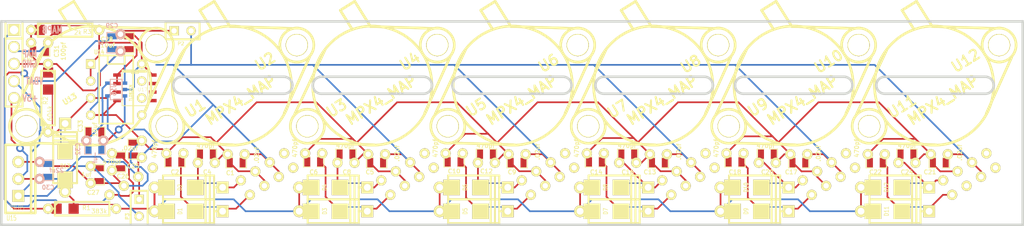
<source format=kicad_pcb>
(kicad_pcb (version 20171130) (host pcbnew "(5.1.5)-3")

  (general
    (thickness 1.6)
    (drawings 49)
    (tracks 373)
    (zones 12015)
    (modules 63)
    (nets 23)
  )

  (page A)
  (title_block
    (title "MULTI MAP")
    (date "4 may 2010")
    (rev a)
    (company NA)
  )

  (layers
    (0 F.Cu signal)
    (31 B.Cu signal)
    (32 B.Adhes user)
    (33 F.Adhes user)
    (34 B.Paste user)
    (35 F.Paste user)
    (36 B.SilkS user)
    (37 F.SilkS user)
    (38 B.Mask user)
    (39 F.Mask user)
    (40 Dwgs.User user)
    (41 Cmts.User user)
    (42 Eco1.User user)
    (43 Eco2.User user)
    (44 Edge.Cuts user)
    (45 Margin user)
    (46 B.CrtYd user)
    (47 F.CrtYd user)
    (48 B.Fab user)
    (49 F.Fab user)
  )

  (setup
    (last_trace_width 0.254)
    (trace_clearance 0.254)
    (zone_clearance 0.381)
    (zone_45_only no)
    (trace_min 0.2)
    (via_size 1.143)
    (via_drill 0.635)
    (via_min_size 0.4)
    (via_min_drill 0.3)
    (uvia_size 0.3)
    (uvia_drill 0.1)
    (uvias_allowed no)
    (uvia_min_size 0.2)
    (uvia_min_drill 0.1)
    (edge_width 0.3048)
    (segment_width 0.3048)
    (pcb_text_width 0.3048)
    (pcb_text_size 1.524 2.032)
    (mod_edge_width 0.3048)
    (mod_text_size 1.524 1.524)
    (mod_text_width 0.3048)
    (pad_size 1.778 1.778)
    (pad_drill 1.27)
    (pad_to_mask_clearance 0.051)
    (solder_mask_min_width 0.25)
    (aux_axis_origin 0 0)
    (visible_elements FFFFFF7F)
    (pcbplotparams
      (layerselection 0x010fc_ffffffff)
      (usegerberextensions false)
      (usegerberattributes false)
      (usegerberadvancedattributes false)
      (creategerberjobfile false)
      (excludeedgelayer true)
      (linewidth 0.100000)
      (plotframeref false)
      (viasonmask false)
      (mode 1)
      (useauxorigin false)
      (hpglpennumber 1)
      (hpglpenspeed 20)
      (hpglpendiameter 15.000000)
      (psnegative false)
      (psa4output false)
      (plotreference true)
      (plotvalue true)
      (plotinvisibletext false)
      (padsonsilk false)
      (subtractmaskfromsilk false)
      (outputformat 1)
      (mirror false)
      (drillshape 1)
      (scaleselection 1)
      (outputdirectory ""))
  )

  (net 0 "")
  (net 1 N-000011)
  (net 2 MAP12_1)
  (net 3 OP+_1)
  (net 4 MAP11_1)
  (net 5 MAP10_1)
  (net 6 MAP9_1)
  (net 7 MAP8_1)
  (net 8 MAP7_1)
  (net 9 MAP6_1)
  (net 10 MAP5_1)
  (net 11 MAP4_1)
  (net 12 MAP3_1)
  (net 13 MAP2_1)
  (net 14 MAP1_1)
  (net 15 +10v_1)
  (net 16 GND)
  (net 17 OP-_1)
  (net 18 +5v_1)
  (net 19 MAPB_1)
  (net 20 VBAT_1)
  (net 21 N-000007)
  (net 22 N-000006)

  (net_class Default "This is the default net class."
    (clearance 0.254)
    (trace_width 0.254)
    (via_dia 1.143)
    (via_drill 0.635)
    (uvia_dia 0.3)
    (uvia_drill 0.1)
    (add_net +10v_1)
    (add_net +5v_1)
    (add_net GND)
    (add_net MAP10_1)
    (add_net MAP11_1)
    (add_net MAP12_1)
    (add_net MAP1_1)
    (add_net MAP2_1)
    (add_net MAP3_1)
    (add_net MAP4_1)
    (add_net MAP5_1)
    (add_net MAP6_1)
    (add_net MAP7_1)
    (add_net MAP8_1)
    (add_net MAP9_1)
    (add_net MAPB_1)
    (add_net N-000006)
    (add_net N-000007)
    (add_net N-000011)
    (add_net OP+_1)
    (add_net OP-_1)
    (add_net VBAT_1)
  )

  (module D4-SMB (layer F.Cu) (tedit 4BD6B769) (tstamp 4B9B60EB)
    (at 186.69 134.62)
    (descr "Diode 4 pas")
    (tags "DIODE DEV")
    (fp_text reference D12 (at -1.27 0 90) (layer F.SilkS)
      (effects (font (size 0.635 0.508) (thickness 0.1016)))
    )
    (fp_text value DIODE (at 2.54 2.54) (layer F.SilkS) hide
      (effects (font (size 1.27 1.016) (thickness 0.2032)))
    )
    (fp_line (start 3.175 1.27) (end 3.175 1.778) (layer F.SilkS) (width 0.3048))
    (fp_line (start 2.54 1.27) (end 2.54 1.778) (layer F.SilkS) (width 0.3048))
    (fp_line (start 2.54 -1.27) (end 2.54 -1.778) (layer F.SilkS) (width 0.3048))
    (fp_line (start 3.175 -1.27) (end 3.175 -1.778) (layer F.SilkS) (width 0.3048))
    (fp_line (start 3.81 -1.27) (end 3.81 -1.778) (layer F.SilkS) (width 0.3048))
    (fp_line (start 3.81 1.27) (end 3.81 1.778) (layer F.SilkS) (width 0.3048))
    (fp_line (start -3.81 1.27) (end -3.81 1.778) (layer F.SilkS) (width 0.3048))
    (fp_line (start -3.81 -1.27) (end -3.81 -1.778) (layer F.SilkS) (width 0.3048))
    (fp_line (start -3.81 -1.778) (end 3.81 -1.778) (layer F.SilkS) (width 0.3048))
    (fp_line (start 3.81 -1.27) (end 3.81 1.27) (layer F.SilkS) (width 0.3048))
    (fp_line (start 3.81 1.778) (end -3.81 1.778) (layer F.SilkS) (width 0.3048))
    (fp_line (start -3.81 1.27) (end -3.81 -1.27) (layer F.SilkS) (width 0.3048))
    (fp_line (start 3.175 -1.27) (end 3.175 1.27) (layer F.SilkS) (width 0.3048))
    (fp_line (start 2.54 1.27) (end 2.54 -1.27) (layer F.SilkS) (width 0.3048))
    (fp_line (start -3.81 0) (end -5.08 0) (layer F.SilkS) (width 0.3048))
    (fp_line (start 3.81 0) (end 5.08 0) (layer F.SilkS) (width 0.3048))
    (pad 1 thru_hole circle (at -5.08 0) (size 1.778 1.778) (drill 1.016) (layers *.Cu *.Mask F.SilkS)
      (net 1 N-000011))
    (pad 2 thru_hole rect (at 5.08 0) (size 1.778 1.778) (drill 1.016) (layers *.Cu *.Mask F.SilkS)
      (net 2 MAP12_1))
    (pad 2 thru_hole rect (at 1.016 0) (size 2.49936 2.30124) (layers F.Cu F.SilkS F.Mask)
      (net 2 MAP12_1))
    (pad 1 thru_hole rect (at -3.302 0) (size 2.49936 2.30124) (layers F.Cu F.SilkS F.Mask)
      (net 1 N-000011))
    (pad 2 thru_hole rect (at 3.302 -0.635) (size 2.286 0.1524) (layers F.Cu)
      (net 2 MAP12_1))
    (model discret/diode.wrl
      (at (xyz 0 0 0))
      (scale (xyz 0.4 0.4 0.4))
      (rotate (xyz 0 0 0))
    )
  )

  (module D4-SMB (layer F.Cu) (tedit 4BD80FCE) (tstamp 4B9BDD35)
    (at 62.865 130.175 90)
    (descr "Diode 4 pas")
    (tags "DIODE DEV")
    (fp_text reference D13 (at -1.27 0 180) (layer F.SilkS)
      (effects (font (size 0.635 0.508) (thickness 0.1016)))
    )
    (fp_text value DIODE (at 4.445 0.635 90) (layer F.SilkS) hide
      (effects (font (size 1.27 1.016) (thickness 0.2032)))
    )
    (fp_line (start 3.175 1.27) (end 3.175 1.778) (layer F.SilkS) (width 0.3048))
    (fp_line (start 2.54 1.27) (end 2.54 1.778) (layer F.SilkS) (width 0.3048))
    (fp_line (start 2.54 -1.27) (end 2.54 -1.778) (layer F.SilkS) (width 0.3048))
    (fp_line (start 3.175 -1.27) (end 3.175 -1.778) (layer F.SilkS) (width 0.3048))
    (fp_line (start 3.81 -1.27) (end 3.81 -1.778) (layer F.SilkS) (width 0.3048))
    (fp_line (start 3.81 1.27) (end 3.81 1.778) (layer F.SilkS) (width 0.3048))
    (fp_line (start -3.81 1.27) (end -3.81 1.778) (layer F.SilkS) (width 0.3048))
    (fp_line (start -3.81 -1.27) (end -3.81 -1.778) (layer F.SilkS) (width 0.3048))
    (fp_line (start -3.81 -1.778) (end 3.81 -1.778) (layer F.SilkS) (width 0.3048))
    (fp_line (start 3.81 -1.27) (end 3.81 1.27) (layer F.SilkS) (width 0.3048))
    (fp_line (start 3.81 1.778) (end -3.81 1.778) (layer F.SilkS) (width 0.3048))
    (fp_line (start -3.81 1.27) (end -3.81 -1.27) (layer F.SilkS) (width 0.3048))
    (fp_line (start 3.175 -1.27) (end 3.175 1.27) (layer F.SilkS) (width 0.3048))
    (fp_line (start 2.54 1.27) (end 2.54 -1.27) (layer F.SilkS) (width 0.3048))
    (fp_line (start -3.81 0) (end -5.08 0) (layer F.SilkS) (width 0.3048))
    (fp_line (start 3.81 0) (end 5.08 0) (layer F.SilkS) (width 0.3048))
    (pad 1 thru_hole circle (at -5.08 0 90) (size 1.778 1.778) (drill 1.016) (layers *.Cu *.Mask F.SilkS)
      (net 1 N-000011))
    (pad 2 thru_hole rect (at 5.08 0 90) (size 1.778 1.778) (drill 1.016) (layers *.Cu *.Mask F.SilkS)
      (net 3 OP+_1))
    (pad 2 thru_hole rect (at 1.016 0 90) (size 2.49936 2.30124) (layers F.Cu F.SilkS F.Mask)
      (net 3 OP+_1))
    (pad 1 thru_hole rect (at -3.302 0 90) (size 2.49936 2.30124) (layers F.Cu F.SilkS F.Mask)
      (net 1 N-000011))
    (pad 2 thru_hole rect (at 3.302 -0.635 90) (size 2.286 0.1524) (layers F.Cu)
      (net 3 OP+_1))
    (model discret/diode.wrl
      (at (xyz 0 0 0))
      (scale (xyz 0.4 0.4 0.4))
      (rotate (xyz 0 0 0))
    )
  )

  (module D4-SMB (layer F.Cu) (tedit 4BD6B769) (tstamp 4B9BDD42)
    (at 186.69 138.176)
    (descr "Diode 4 pas")
    (tags "DIODE DEV")
    (fp_text reference D11 (at -1.27 0 90) (layer F.SilkS)
      (effects (font (size 0.635 0.508) (thickness 0.1016)))
    )
    (fp_text value DIODE (at 2.54 2.54) (layer F.SilkS) hide
      (effects (font (size 1.27 1.016) (thickness 0.2032)))
    )
    (fp_line (start 3.175 1.27) (end 3.175 1.778) (layer F.SilkS) (width 0.3048))
    (fp_line (start 2.54 1.27) (end 2.54 1.778) (layer F.SilkS) (width 0.3048))
    (fp_line (start 2.54 -1.27) (end 2.54 -1.778) (layer F.SilkS) (width 0.3048))
    (fp_line (start 3.175 -1.27) (end 3.175 -1.778) (layer F.SilkS) (width 0.3048))
    (fp_line (start 3.81 -1.27) (end 3.81 -1.778) (layer F.SilkS) (width 0.3048))
    (fp_line (start 3.81 1.27) (end 3.81 1.778) (layer F.SilkS) (width 0.3048))
    (fp_line (start -3.81 1.27) (end -3.81 1.778) (layer F.SilkS) (width 0.3048))
    (fp_line (start -3.81 -1.27) (end -3.81 -1.778) (layer F.SilkS) (width 0.3048))
    (fp_line (start -3.81 -1.778) (end 3.81 -1.778) (layer F.SilkS) (width 0.3048))
    (fp_line (start 3.81 -1.27) (end 3.81 1.27) (layer F.SilkS) (width 0.3048))
    (fp_line (start 3.81 1.778) (end -3.81 1.778) (layer F.SilkS) (width 0.3048))
    (fp_line (start -3.81 1.27) (end -3.81 -1.27) (layer F.SilkS) (width 0.3048))
    (fp_line (start 3.175 -1.27) (end 3.175 1.27) (layer F.SilkS) (width 0.3048))
    (fp_line (start 2.54 1.27) (end 2.54 -1.27) (layer F.SilkS) (width 0.3048))
    (fp_line (start -3.81 0) (end -5.08 0) (layer F.SilkS) (width 0.3048))
    (fp_line (start 3.81 0) (end 5.08 0) (layer F.SilkS) (width 0.3048))
    (pad 1 thru_hole circle (at -5.08 0) (size 1.778 1.778) (drill 1.016) (layers *.Cu *.Mask F.SilkS)
      (net 1 N-000011))
    (pad 2 thru_hole rect (at 5.08 0) (size 1.778 1.778) (drill 1.016) (layers *.Cu *.Mask F.SilkS)
      (net 4 MAP11_1))
    (pad 2 thru_hole rect (at 1.016 0) (size 2.49936 2.30124) (layers F.Cu F.SilkS F.Mask)
      (net 4 MAP11_1))
    (pad 1 thru_hole rect (at -3.302 0) (size 2.49936 2.30124) (layers F.Cu F.SilkS F.Mask)
      (net 1 N-000011))
    (pad 2 thru_hole rect (at 3.302 -0.635) (size 2.286 0.1524) (layers F.Cu)
      (net 4 MAP11_1))
    (model discret/diode.wrl
      (at (xyz 0 0 0))
      (scale (xyz 0.4 0.4 0.4))
      (rotate (xyz 0 0 0))
    )
  )

  (module D4-SMB (layer F.Cu) (tedit 4BD6B769) (tstamp 4B9BDD47)
    (at 165.735 134.62)
    (descr "Diode 4 pas")
    (tags "DIODE DEV")
    (fp_text reference D10 (at -1.27 0 90) (layer F.SilkS)
      (effects (font (size 0.635 0.508) (thickness 0.1016)))
    )
    (fp_text value DIODE (at 2.54 2.54) (layer F.SilkS) hide
      (effects (font (size 1.27 1.016) (thickness 0.2032)))
    )
    (fp_line (start 3.175 1.27) (end 3.175 1.778) (layer F.SilkS) (width 0.3048))
    (fp_line (start 2.54 1.27) (end 2.54 1.778) (layer F.SilkS) (width 0.3048))
    (fp_line (start 2.54 -1.27) (end 2.54 -1.778) (layer F.SilkS) (width 0.3048))
    (fp_line (start 3.175 -1.27) (end 3.175 -1.778) (layer F.SilkS) (width 0.3048))
    (fp_line (start 3.81 -1.27) (end 3.81 -1.778) (layer F.SilkS) (width 0.3048))
    (fp_line (start 3.81 1.27) (end 3.81 1.778) (layer F.SilkS) (width 0.3048))
    (fp_line (start -3.81 1.27) (end -3.81 1.778) (layer F.SilkS) (width 0.3048))
    (fp_line (start -3.81 -1.27) (end -3.81 -1.778) (layer F.SilkS) (width 0.3048))
    (fp_line (start -3.81 -1.778) (end 3.81 -1.778) (layer F.SilkS) (width 0.3048))
    (fp_line (start 3.81 -1.27) (end 3.81 1.27) (layer F.SilkS) (width 0.3048))
    (fp_line (start 3.81 1.778) (end -3.81 1.778) (layer F.SilkS) (width 0.3048))
    (fp_line (start -3.81 1.27) (end -3.81 -1.27) (layer F.SilkS) (width 0.3048))
    (fp_line (start 3.175 -1.27) (end 3.175 1.27) (layer F.SilkS) (width 0.3048))
    (fp_line (start 2.54 1.27) (end 2.54 -1.27) (layer F.SilkS) (width 0.3048))
    (fp_line (start -3.81 0) (end -5.08 0) (layer F.SilkS) (width 0.3048))
    (fp_line (start 3.81 0) (end 5.08 0) (layer F.SilkS) (width 0.3048))
    (pad 1 thru_hole circle (at -5.08 0) (size 1.778 1.778) (drill 1.016) (layers *.Cu *.Mask F.SilkS)
      (net 1 N-000011))
    (pad 2 thru_hole rect (at 5.08 0) (size 1.778 1.778) (drill 1.016) (layers *.Cu *.Mask F.SilkS)
      (net 5 MAP10_1))
    (pad 2 thru_hole rect (at 1.016 0) (size 2.49936 2.30124) (layers F.Cu F.SilkS F.Mask)
      (net 5 MAP10_1))
    (pad 1 thru_hole rect (at -3.302 0) (size 2.49936 2.30124) (layers F.Cu F.SilkS F.Mask)
      (net 1 N-000011))
    (pad 2 thru_hole rect (at 3.302 -0.635) (size 2.286 0.1524) (layers F.Cu)
      (net 5 MAP10_1))
    (model discret/diode.wrl
      (at (xyz 0 0 0))
      (scale (xyz 0.4 0.4 0.4))
      (rotate (xyz 0 0 0))
    )
  )

  (module D4-SMB (layer F.Cu) (tedit 4BD6B769) (tstamp 4B9BDD55)
    (at 165.735 138.176)
    (descr "Diode 4 pas")
    (tags "DIODE DEV")
    (fp_text reference D9 (at -1.27 0 90) (layer F.SilkS)
      (effects (font (size 0.635 0.508) (thickness 0.1016)))
    )
    (fp_text value DIODE (at 2.54 2.54) (layer F.SilkS) hide
      (effects (font (size 1.27 1.016) (thickness 0.2032)))
    )
    (fp_line (start 3.175 1.27) (end 3.175 1.778) (layer F.SilkS) (width 0.3048))
    (fp_line (start 2.54 1.27) (end 2.54 1.778) (layer F.SilkS) (width 0.3048))
    (fp_line (start 2.54 -1.27) (end 2.54 -1.778) (layer F.SilkS) (width 0.3048))
    (fp_line (start 3.175 -1.27) (end 3.175 -1.778) (layer F.SilkS) (width 0.3048))
    (fp_line (start 3.81 -1.27) (end 3.81 -1.778) (layer F.SilkS) (width 0.3048))
    (fp_line (start 3.81 1.27) (end 3.81 1.778) (layer F.SilkS) (width 0.3048))
    (fp_line (start -3.81 1.27) (end -3.81 1.778) (layer F.SilkS) (width 0.3048))
    (fp_line (start -3.81 -1.27) (end -3.81 -1.778) (layer F.SilkS) (width 0.3048))
    (fp_line (start -3.81 -1.778) (end 3.81 -1.778) (layer F.SilkS) (width 0.3048))
    (fp_line (start 3.81 -1.27) (end 3.81 1.27) (layer F.SilkS) (width 0.3048))
    (fp_line (start 3.81 1.778) (end -3.81 1.778) (layer F.SilkS) (width 0.3048))
    (fp_line (start -3.81 1.27) (end -3.81 -1.27) (layer F.SilkS) (width 0.3048))
    (fp_line (start 3.175 -1.27) (end 3.175 1.27) (layer F.SilkS) (width 0.3048))
    (fp_line (start 2.54 1.27) (end 2.54 -1.27) (layer F.SilkS) (width 0.3048))
    (fp_line (start -3.81 0) (end -5.08 0) (layer F.SilkS) (width 0.3048))
    (fp_line (start 3.81 0) (end 5.08 0) (layer F.SilkS) (width 0.3048))
    (pad 1 thru_hole circle (at -5.08 0) (size 1.778 1.778) (drill 1.016) (layers *.Cu *.Mask F.SilkS)
      (net 1 N-000011))
    (pad 2 thru_hole rect (at 5.08 0) (size 1.778 1.778) (drill 1.016) (layers *.Cu *.Mask F.SilkS)
      (net 6 MAP9_1))
    (pad 2 thru_hole rect (at 1.016 0) (size 2.49936 2.30124) (layers F.Cu F.SilkS F.Mask)
      (net 6 MAP9_1))
    (pad 1 thru_hole rect (at -3.302 0) (size 2.49936 2.30124) (layers F.Cu F.SilkS F.Mask)
      (net 1 N-000011))
    (pad 2 thru_hole rect (at 3.302 -0.635) (size 2.286 0.1524) (layers F.Cu)
      (net 6 MAP9_1))
    (model discret/diode.wrl
      (at (xyz 0 0 0))
      (scale (xyz 0.4 0.4 0.4))
      (rotate (xyz 0 0 0))
    )
  )

  (module D4-SMB (layer F.Cu) (tedit 4BD6B769) (tstamp 4B9BDD59)
    (at 144.78 134.62)
    (descr "Diode 4 pas")
    (tags "DIODE DEV")
    (fp_text reference D8 (at -1.27 0 90) (layer F.SilkS)
      (effects (font (size 0.635 0.508) (thickness 0.1016)))
    )
    (fp_text value DIODE (at 2.54 2.54) (layer F.SilkS) hide
      (effects (font (size 1.27 1.016) (thickness 0.2032)))
    )
    (fp_line (start 3.175 1.27) (end 3.175 1.778) (layer F.SilkS) (width 0.3048))
    (fp_line (start 2.54 1.27) (end 2.54 1.778) (layer F.SilkS) (width 0.3048))
    (fp_line (start 2.54 -1.27) (end 2.54 -1.778) (layer F.SilkS) (width 0.3048))
    (fp_line (start 3.175 -1.27) (end 3.175 -1.778) (layer F.SilkS) (width 0.3048))
    (fp_line (start 3.81 -1.27) (end 3.81 -1.778) (layer F.SilkS) (width 0.3048))
    (fp_line (start 3.81 1.27) (end 3.81 1.778) (layer F.SilkS) (width 0.3048))
    (fp_line (start -3.81 1.27) (end -3.81 1.778) (layer F.SilkS) (width 0.3048))
    (fp_line (start -3.81 -1.27) (end -3.81 -1.778) (layer F.SilkS) (width 0.3048))
    (fp_line (start -3.81 -1.778) (end 3.81 -1.778) (layer F.SilkS) (width 0.3048))
    (fp_line (start 3.81 -1.27) (end 3.81 1.27) (layer F.SilkS) (width 0.3048))
    (fp_line (start 3.81 1.778) (end -3.81 1.778) (layer F.SilkS) (width 0.3048))
    (fp_line (start -3.81 1.27) (end -3.81 -1.27) (layer F.SilkS) (width 0.3048))
    (fp_line (start 3.175 -1.27) (end 3.175 1.27) (layer F.SilkS) (width 0.3048))
    (fp_line (start 2.54 1.27) (end 2.54 -1.27) (layer F.SilkS) (width 0.3048))
    (fp_line (start -3.81 0) (end -5.08 0) (layer F.SilkS) (width 0.3048))
    (fp_line (start 3.81 0) (end 5.08 0) (layer F.SilkS) (width 0.3048))
    (pad 1 thru_hole circle (at -5.08 0) (size 1.778 1.778) (drill 1.016) (layers *.Cu *.Mask F.SilkS)
      (net 1 N-000011))
    (pad 2 thru_hole rect (at 5.08 0) (size 1.778 1.778) (drill 1.016) (layers *.Cu *.Mask F.SilkS)
      (net 7 MAP8_1))
    (pad 2 thru_hole rect (at 1.016 0) (size 2.49936 2.30124) (layers F.Cu F.SilkS F.Mask)
      (net 7 MAP8_1))
    (pad 1 thru_hole rect (at -3.302 0) (size 2.49936 2.30124) (layers F.Cu F.SilkS F.Mask)
      (net 1 N-000011))
    (pad 2 thru_hole rect (at 3.302 -0.635) (size 2.286 0.1524) (layers F.Cu)
      (net 7 MAP8_1))
    (model discret/diode.wrl
      (at (xyz 0 0 0))
      (scale (xyz 0.4 0.4 0.4))
      (rotate (xyz 0 0 0))
    )
  )

  (module D4-SMB (layer F.Cu) (tedit 4BD6B769) (tstamp 4B9BDD5D)
    (at 144.78 138.176)
    (descr "Diode 4 pas")
    (tags "DIODE DEV")
    (fp_text reference D7 (at -1.27 0 90) (layer F.SilkS)
      (effects (font (size 0.635 0.508) (thickness 0.1016)))
    )
    (fp_text value DIODE (at 2.54 2.54) (layer F.SilkS) hide
      (effects (font (size 1.27 1.016) (thickness 0.2032)))
    )
    (fp_line (start 3.175 1.27) (end 3.175 1.778) (layer F.SilkS) (width 0.3048))
    (fp_line (start 2.54 1.27) (end 2.54 1.778) (layer F.SilkS) (width 0.3048))
    (fp_line (start 2.54 -1.27) (end 2.54 -1.778) (layer F.SilkS) (width 0.3048))
    (fp_line (start 3.175 -1.27) (end 3.175 -1.778) (layer F.SilkS) (width 0.3048))
    (fp_line (start 3.81 -1.27) (end 3.81 -1.778) (layer F.SilkS) (width 0.3048))
    (fp_line (start 3.81 1.27) (end 3.81 1.778) (layer F.SilkS) (width 0.3048))
    (fp_line (start -3.81 1.27) (end -3.81 1.778) (layer F.SilkS) (width 0.3048))
    (fp_line (start -3.81 -1.27) (end -3.81 -1.778) (layer F.SilkS) (width 0.3048))
    (fp_line (start -3.81 -1.778) (end 3.81 -1.778) (layer F.SilkS) (width 0.3048))
    (fp_line (start 3.81 -1.27) (end 3.81 1.27) (layer F.SilkS) (width 0.3048))
    (fp_line (start 3.81 1.778) (end -3.81 1.778) (layer F.SilkS) (width 0.3048))
    (fp_line (start -3.81 1.27) (end -3.81 -1.27) (layer F.SilkS) (width 0.3048))
    (fp_line (start 3.175 -1.27) (end 3.175 1.27) (layer F.SilkS) (width 0.3048))
    (fp_line (start 2.54 1.27) (end 2.54 -1.27) (layer F.SilkS) (width 0.3048))
    (fp_line (start -3.81 0) (end -5.08 0) (layer F.SilkS) (width 0.3048))
    (fp_line (start 3.81 0) (end 5.08 0) (layer F.SilkS) (width 0.3048))
    (pad 1 thru_hole circle (at -5.08 0) (size 1.778 1.778) (drill 1.016) (layers *.Cu *.Mask F.SilkS)
      (net 1 N-000011))
    (pad 2 thru_hole rect (at 5.08 0) (size 1.778 1.778) (drill 1.016) (layers *.Cu *.Mask F.SilkS)
      (net 8 MAP7_1))
    (pad 2 thru_hole rect (at 1.016 0) (size 2.49936 2.30124) (layers F.Cu F.SilkS F.Mask)
      (net 8 MAP7_1))
    (pad 1 thru_hole rect (at -3.302 0) (size 2.49936 2.30124) (layers F.Cu F.SilkS F.Mask)
      (net 1 N-000011))
    (pad 2 thru_hole rect (at 3.302 -0.635) (size 2.286 0.1524) (layers F.Cu)
      (net 8 MAP7_1))
    (model discret/diode.wrl
      (at (xyz 0 0 0))
      (scale (xyz 0.4 0.4 0.4))
      (rotate (xyz 0 0 0))
    )
  )

  (module D4-SMB (layer F.Cu) (tedit 4BD6B769) (tstamp 4B9BDD60)
    (at 123.825 134.62)
    (descr "Diode 4 pas")
    (tags "DIODE DEV")
    (fp_text reference D6 (at -1.27 0 90) (layer F.SilkS)
      (effects (font (size 0.635 0.508) (thickness 0.1016)))
    )
    (fp_text value DIODE (at 2.54 2.54) (layer F.SilkS) hide
      (effects (font (size 1.27 1.016) (thickness 0.2032)))
    )
    (fp_line (start 3.175 1.27) (end 3.175 1.778) (layer F.SilkS) (width 0.3048))
    (fp_line (start 2.54 1.27) (end 2.54 1.778) (layer F.SilkS) (width 0.3048))
    (fp_line (start 2.54 -1.27) (end 2.54 -1.778) (layer F.SilkS) (width 0.3048))
    (fp_line (start 3.175 -1.27) (end 3.175 -1.778) (layer F.SilkS) (width 0.3048))
    (fp_line (start 3.81 -1.27) (end 3.81 -1.778) (layer F.SilkS) (width 0.3048))
    (fp_line (start 3.81 1.27) (end 3.81 1.778) (layer F.SilkS) (width 0.3048))
    (fp_line (start -3.81 1.27) (end -3.81 1.778) (layer F.SilkS) (width 0.3048))
    (fp_line (start -3.81 -1.27) (end -3.81 -1.778) (layer F.SilkS) (width 0.3048))
    (fp_line (start -3.81 -1.778) (end 3.81 -1.778) (layer F.SilkS) (width 0.3048))
    (fp_line (start 3.81 -1.27) (end 3.81 1.27) (layer F.SilkS) (width 0.3048))
    (fp_line (start 3.81 1.778) (end -3.81 1.778) (layer F.SilkS) (width 0.3048))
    (fp_line (start -3.81 1.27) (end -3.81 -1.27) (layer F.SilkS) (width 0.3048))
    (fp_line (start 3.175 -1.27) (end 3.175 1.27) (layer F.SilkS) (width 0.3048))
    (fp_line (start 2.54 1.27) (end 2.54 -1.27) (layer F.SilkS) (width 0.3048))
    (fp_line (start -3.81 0) (end -5.08 0) (layer F.SilkS) (width 0.3048))
    (fp_line (start 3.81 0) (end 5.08 0) (layer F.SilkS) (width 0.3048))
    (pad 1 thru_hole circle (at -5.08 0) (size 1.778 1.778) (drill 1.016) (layers *.Cu *.Mask F.SilkS)
      (net 1 N-000011))
    (pad 2 thru_hole rect (at 5.08 0) (size 1.778 1.778) (drill 1.016) (layers *.Cu *.Mask F.SilkS)
      (net 9 MAP6_1))
    (pad 2 thru_hole rect (at 1.016 0) (size 2.49936 2.30124) (layers F.Cu F.SilkS F.Mask)
      (net 9 MAP6_1))
    (pad 1 thru_hole rect (at -3.302 0) (size 2.49936 2.30124) (layers F.Cu F.SilkS F.Mask)
      (net 1 N-000011))
    (pad 2 thru_hole rect (at 3.302 -0.635) (size 2.286 0.1524) (layers F.Cu)
      (net 9 MAP6_1))
    (model discret/diode.wrl
      (at (xyz 0 0 0))
      (scale (xyz 0.4 0.4 0.4))
      (rotate (xyz 0 0 0))
    )
  )

  (module D4-SMB (layer F.Cu) (tedit 4BD6B769) (tstamp 4B9BDD64)
    (at 123.825 138.176)
    (descr "Diode 4 pas")
    (tags "DIODE DEV")
    (fp_text reference D5 (at -1.27 0 90) (layer F.SilkS)
      (effects (font (size 0.635 0.508) (thickness 0.1016)))
    )
    (fp_text value DIODE (at 2.54 2.54) (layer F.SilkS) hide
      (effects (font (size 1.27 1.016) (thickness 0.2032)))
    )
    (fp_line (start 3.175 1.27) (end 3.175 1.778) (layer F.SilkS) (width 0.3048))
    (fp_line (start 2.54 1.27) (end 2.54 1.778) (layer F.SilkS) (width 0.3048))
    (fp_line (start 2.54 -1.27) (end 2.54 -1.778) (layer F.SilkS) (width 0.3048))
    (fp_line (start 3.175 -1.27) (end 3.175 -1.778) (layer F.SilkS) (width 0.3048))
    (fp_line (start 3.81 -1.27) (end 3.81 -1.778) (layer F.SilkS) (width 0.3048))
    (fp_line (start 3.81 1.27) (end 3.81 1.778) (layer F.SilkS) (width 0.3048))
    (fp_line (start -3.81 1.27) (end -3.81 1.778) (layer F.SilkS) (width 0.3048))
    (fp_line (start -3.81 -1.27) (end -3.81 -1.778) (layer F.SilkS) (width 0.3048))
    (fp_line (start -3.81 -1.778) (end 3.81 -1.778) (layer F.SilkS) (width 0.3048))
    (fp_line (start 3.81 -1.27) (end 3.81 1.27) (layer F.SilkS) (width 0.3048))
    (fp_line (start 3.81 1.778) (end -3.81 1.778) (layer F.SilkS) (width 0.3048))
    (fp_line (start -3.81 1.27) (end -3.81 -1.27) (layer F.SilkS) (width 0.3048))
    (fp_line (start 3.175 -1.27) (end 3.175 1.27) (layer F.SilkS) (width 0.3048))
    (fp_line (start 2.54 1.27) (end 2.54 -1.27) (layer F.SilkS) (width 0.3048))
    (fp_line (start -3.81 0) (end -5.08 0) (layer F.SilkS) (width 0.3048))
    (fp_line (start 3.81 0) (end 5.08 0) (layer F.SilkS) (width 0.3048))
    (pad 1 thru_hole circle (at -5.08 0) (size 1.778 1.778) (drill 1.016) (layers *.Cu *.Mask F.SilkS)
      (net 1 N-000011))
    (pad 2 thru_hole rect (at 5.08 0) (size 1.778 1.778) (drill 1.016) (layers *.Cu *.Mask F.SilkS)
      (net 10 MAP5_1))
    (pad 2 thru_hole rect (at 1.016 0) (size 2.49936 2.30124) (layers F.Cu F.SilkS F.Mask)
      (net 10 MAP5_1))
    (pad 1 thru_hole rect (at -3.302 0) (size 2.49936 2.30124) (layers F.Cu F.SilkS F.Mask)
      (net 1 N-000011))
    (pad 2 thru_hole rect (at 3.302 -0.635) (size 2.286 0.1524) (layers F.Cu)
      (net 10 MAP5_1))
    (model discret/diode.wrl
      (at (xyz 0 0 0))
      (scale (xyz 0.4 0.4 0.4))
      (rotate (xyz 0 0 0))
    )
  )

  (module D4-SMB (layer F.Cu) (tedit 4BD6B769) (tstamp 4B9BDD68)
    (at 102.87 134.62)
    (descr "Diode 4 pas")
    (tags "DIODE DEV")
    (fp_text reference D4 (at -1.27 0 90) (layer F.SilkS)
      (effects (font (size 0.635 0.508) (thickness 0.1016)))
    )
    (fp_text value DIODE (at 2.54 2.54) (layer F.SilkS) hide
      (effects (font (size 1.27 1.016) (thickness 0.2032)))
    )
    (fp_line (start 3.175 1.27) (end 3.175 1.778) (layer F.SilkS) (width 0.3048))
    (fp_line (start 2.54 1.27) (end 2.54 1.778) (layer F.SilkS) (width 0.3048))
    (fp_line (start 2.54 -1.27) (end 2.54 -1.778) (layer F.SilkS) (width 0.3048))
    (fp_line (start 3.175 -1.27) (end 3.175 -1.778) (layer F.SilkS) (width 0.3048))
    (fp_line (start 3.81 -1.27) (end 3.81 -1.778) (layer F.SilkS) (width 0.3048))
    (fp_line (start 3.81 1.27) (end 3.81 1.778) (layer F.SilkS) (width 0.3048))
    (fp_line (start -3.81 1.27) (end -3.81 1.778) (layer F.SilkS) (width 0.3048))
    (fp_line (start -3.81 -1.27) (end -3.81 -1.778) (layer F.SilkS) (width 0.3048))
    (fp_line (start -3.81 -1.778) (end 3.81 -1.778) (layer F.SilkS) (width 0.3048))
    (fp_line (start 3.81 -1.27) (end 3.81 1.27) (layer F.SilkS) (width 0.3048))
    (fp_line (start 3.81 1.778) (end -3.81 1.778) (layer F.SilkS) (width 0.3048))
    (fp_line (start -3.81 1.27) (end -3.81 -1.27) (layer F.SilkS) (width 0.3048))
    (fp_line (start 3.175 -1.27) (end 3.175 1.27) (layer F.SilkS) (width 0.3048))
    (fp_line (start 2.54 1.27) (end 2.54 -1.27) (layer F.SilkS) (width 0.3048))
    (fp_line (start -3.81 0) (end -5.08 0) (layer F.SilkS) (width 0.3048))
    (fp_line (start 3.81 0) (end 5.08 0) (layer F.SilkS) (width 0.3048))
    (pad 1 thru_hole circle (at -5.08 0) (size 1.778 1.778) (drill 1.016) (layers *.Cu *.Mask F.SilkS)
      (net 1 N-000011))
    (pad 2 thru_hole rect (at 5.08 0) (size 1.778 1.778) (drill 1.016) (layers *.Cu *.Mask F.SilkS)
      (net 11 MAP4_1))
    (pad 2 thru_hole rect (at 1.016 0) (size 2.49936 2.30124) (layers F.Cu F.SilkS F.Mask)
      (net 11 MAP4_1))
    (pad 1 thru_hole rect (at -3.302 0) (size 2.49936 2.30124) (layers F.Cu F.SilkS F.Mask)
      (net 1 N-000011))
    (pad 2 thru_hole rect (at 3.302 -0.635) (size 2.286 0.1524) (layers F.Cu)
      (net 11 MAP4_1))
    (model discret/diode.wrl
      (at (xyz 0 0 0))
      (scale (xyz 0.4 0.4 0.4))
      (rotate (xyz 0 0 0))
    )
  )

  (module D4-SMB (layer F.Cu) (tedit 4BD6B769) (tstamp 4B9BDD72)
    (at 102.87 138.176)
    (descr "Diode 4 pas")
    (tags "DIODE DEV")
    (fp_text reference D3 (at -1.27 0 90) (layer F.SilkS)
      (effects (font (size 0.635 0.508) (thickness 0.1016)))
    )
    (fp_text value DIODE (at 2.54 2.54) (layer F.SilkS) hide
      (effects (font (size 1.27 1.016) (thickness 0.2032)))
    )
    (fp_line (start 3.175 1.27) (end 3.175 1.778) (layer F.SilkS) (width 0.3048))
    (fp_line (start 2.54 1.27) (end 2.54 1.778) (layer F.SilkS) (width 0.3048))
    (fp_line (start 2.54 -1.27) (end 2.54 -1.778) (layer F.SilkS) (width 0.3048))
    (fp_line (start 3.175 -1.27) (end 3.175 -1.778) (layer F.SilkS) (width 0.3048))
    (fp_line (start 3.81 -1.27) (end 3.81 -1.778) (layer F.SilkS) (width 0.3048))
    (fp_line (start 3.81 1.27) (end 3.81 1.778) (layer F.SilkS) (width 0.3048))
    (fp_line (start -3.81 1.27) (end -3.81 1.778) (layer F.SilkS) (width 0.3048))
    (fp_line (start -3.81 -1.27) (end -3.81 -1.778) (layer F.SilkS) (width 0.3048))
    (fp_line (start -3.81 -1.778) (end 3.81 -1.778) (layer F.SilkS) (width 0.3048))
    (fp_line (start 3.81 -1.27) (end 3.81 1.27) (layer F.SilkS) (width 0.3048))
    (fp_line (start 3.81 1.778) (end -3.81 1.778) (layer F.SilkS) (width 0.3048))
    (fp_line (start -3.81 1.27) (end -3.81 -1.27) (layer F.SilkS) (width 0.3048))
    (fp_line (start 3.175 -1.27) (end 3.175 1.27) (layer F.SilkS) (width 0.3048))
    (fp_line (start 2.54 1.27) (end 2.54 -1.27) (layer F.SilkS) (width 0.3048))
    (fp_line (start -3.81 0) (end -5.08 0) (layer F.SilkS) (width 0.3048))
    (fp_line (start 3.81 0) (end 5.08 0) (layer F.SilkS) (width 0.3048))
    (pad 1 thru_hole circle (at -5.08 0) (size 1.778 1.778) (drill 1.016) (layers *.Cu *.Mask F.SilkS)
      (net 1 N-000011))
    (pad 2 thru_hole rect (at 5.08 0) (size 1.778 1.778) (drill 1.016) (layers *.Cu *.Mask F.SilkS)
      (net 12 MAP3_1))
    (pad 2 thru_hole rect (at 1.016 0) (size 2.49936 2.30124) (layers F.Cu F.SilkS F.Mask)
      (net 12 MAP3_1))
    (pad 1 thru_hole rect (at -3.302 0) (size 2.49936 2.30124) (layers F.Cu F.SilkS F.Mask)
      (net 1 N-000011))
    (pad 2 thru_hole rect (at 3.302 -0.635) (size 2.286 0.1524) (layers F.Cu)
      (net 12 MAP3_1))
    (model discret/diode.wrl
      (at (xyz 0 0 0))
      (scale (xyz 0.4 0.4 0.4))
      (rotate (xyz 0 0 0))
    )
  )

  (module D4-SMB (layer F.Cu) (tedit 4BD6B769) (tstamp 4B9BDD75)
    (at 81.28 134.62)
    (descr "Diode 4 pas")
    (tags "DIODE DEV")
    (fp_text reference D2 (at -1.27 0 90) (layer F.SilkS)
      (effects (font (size 0.635 0.508) (thickness 0.1016)))
    )
    (fp_text value DIODE (at 2.54 2.54) (layer F.SilkS) hide
      (effects (font (size 1.27 1.016) (thickness 0.2032)))
    )
    (fp_line (start 3.175 1.27) (end 3.175 1.778) (layer F.SilkS) (width 0.3048))
    (fp_line (start 2.54 1.27) (end 2.54 1.778) (layer F.SilkS) (width 0.3048))
    (fp_line (start 2.54 -1.27) (end 2.54 -1.778) (layer F.SilkS) (width 0.3048))
    (fp_line (start 3.175 -1.27) (end 3.175 -1.778) (layer F.SilkS) (width 0.3048))
    (fp_line (start 3.81 -1.27) (end 3.81 -1.778) (layer F.SilkS) (width 0.3048))
    (fp_line (start 3.81 1.27) (end 3.81 1.778) (layer F.SilkS) (width 0.3048))
    (fp_line (start -3.81 1.27) (end -3.81 1.778) (layer F.SilkS) (width 0.3048))
    (fp_line (start -3.81 -1.27) (end -3.81 -1.778) (layer F.SilkS) (width 0.3048))
    (fp_line (start -3.81 -1.778) (end 3.81 -1.778) (layer F.SilkS) (width 0.3048))
    (fp_line (start 3.81 -1.27) (end 3.81 1.27) (layer F.SilkS) (width 0.3048))
    (fp_line (start 3.81 1.778) (end -3.81 1.778) (layer F.SilkS) (width 0.3048))
    (fp_line (start -3.81 1.27) (end -3.81 -1.27) (layer F.SilkS) (width 0.3048))
    (fp_line (start 3.175 -1.27) (end 3.175 1.27) (layer F.SilkS) (width 0.3048))
    (fp_line (start 2.54 1.27) (end 2.54 -1.27) (layer F.SilkS) (width 0.3048))
    (fp_line (start -3.81 0) (end -5.08 0) (layer F.SilkS) (width 0.3048))
    (fp_line (start 3.81 0) (end 5.08 0) (layer F.SilkS) (width 0.3048))
    (pad 1 thru_hole circle (at -5.08 0) (size 1.778 1.778) (drill 1.016) (layers *.Cu *.Mask F.SilkS)
      (net 1 N-000011))
    (pad 2 thru_hole rect (at 5.08 0) (size 1.778 1.778) (drill 1.016) (layers *.Cu *.Mask F.SilkS)
      (net 13 MAP2_1))
    (pad 2 thru_hole rect (at 1.016 0) (size 2.49936 2.30124) (layers F.Cu F.SilkS F.Mask)
      (net 13 MAP2_1))
    (pad 1 thru_hole rect (at -3.302 0) (size 2.49936 2.30124) (layers F.Cu F.SilkS F.Mask)
      (net 1 N-000011))
    (pad 2 thru_hole rect (at 3.302 -0.635) (size 2.286 0.1524) (layers F.Cu)
      (net 13 MAP2_1))
    (model discret/diode.wrl
      (at (xyz 0 0 0))
      (scale (xyz 0.4 0.4 0.4))
      (rotate (xyz 0 0 0))
    )
  )

  (module D4-SMB (layer F.Cu) (tedit 4BD6B769) (tstamp 4B9BDD79)
    (at 81.28 138.176)
    (descr "Diode 4 pas")
    (tags "DIODE DEV")
    (fp_text reference D1 (at -1.27 0 90) (layer F.SilkS)
      (effects (font (size 0.635 0.508) (thickness 0.1016)))
    )
    (fp_text value DIODE (at 2.54 2.54) (layer F.SilkS) hide
      (effects (font (size 1.27 1.016) (thickness 0.2032)))
    )
    (fp_line (start 3.175 1.27) (end 3.175 1.778) (layer F.SilkS) (width 0.3048))
    (fp_line (start 2.54 1.27) (end 2.54 1.778) (layer F.SilkS) (width 0.3048))
    (fp_line (start 2.54 -1.27) (end 2.54 -1.778) (layer F.SilkS) (width 0.3048))
    (fp_line (start 3.175 -1.27) (end 3.175 -1.778) (layer F.SilkS) (width 0.3048))
    (fp_line (start 3.81 -1.27) (end 3.81 -1.778) (layer F.SilkS) (width 0.3048))
    (fp_line (start 3.81 1.27) (end 3.81 1.778) (layer F.SilkS) (width 0.3048))
    (fp_line (start -3.81 1.27) (end -3.81 1.778) (layer F.SilkS) (width 0.3048))
    (fp_line (start -3.81 -1.27) (end -3.81 -1.778) (layer F.SilkS) (width 0.3048))
    (fp_line (start -3.81 -1.778) (end 3.81 -1.778) (layer F.SilkS) (width 0.3048))
    (fp_line (start 3.81 -1.27) (end 3.81 1.27) (layer F.SilkS) (width 0.3048))
    (fp_line (start 3.81 1.778) (end -3.81 1.778) (layer F.SilkS) (width 0.3048))
    (fp_line (start -3.81 1.27) (end -3.81 -1.27) (layer F.SilkS) (width 0.3048))
    (fp_line (start 3.175 -1.27) (end 3.175 1.27) (layer F.SilkS) (width 0.3048))
    (fp_line (start 2.54 1.27) (end 2.54 -1.27) (layer F.SilkS) (width 0.3048))
    (fp_line (start -3.81 0) (end -5.08 0) (layer F.SilkS) (width 0.3048))
    (fp_line (start 3.81 0) (end 5.08 0) (layer F.SilkS) (width 0.3048))
    (pad 1 thru_hole circle (at -5.08 0) (size 1.778 1.778) (drill 1.016) (layers *.Cu *.Mask F.SilkS)
      (net 1 N-000011))
    (pad 2 thru_hole rect (at 5.08 0) (size 1.778 1.778) (drill 1.016) (layers *.Cu *.Mask F.SilkS)
      (net 14 MAP1_1))
    (pad 2 thru_hole rect (at 1.016 0) (size 2.49936 2.30124) (layers F.Cu F.SilkS F.Mask)
      (net 14 MAP1_1))
    (pad 1 thru_hole rect (at -3.302 0) (size 2.49936 2.30124) (layers F.Cu F.SilkS F.Mask)
      (net 1 N-000011))
    (pad 2 thru_hole rect (at 3.302 -0.635) (size 2.286 0.1524) (layers F.Cu)
      (net 14 MAP1_1))
    (model discret/diode.wrl
      (at (xyz 0 0 0))
      (scale (xyz 0.4 0.4 0.4))
      (rotate (xyz 0 0 0))
    )
  )

  (module R4-SM0805 (layer F.Cu) (tedit 4BD80F3A) (tstamp 4B9A07EA)
    (at 65.405 137.795)
    (descr "Resitance 4 pas")
    (tags R)
    (autoplace_cost180 10)
    (fp_text reference R1 (at 0.635 -0.127) (layer F.SilkS)
      (effects (font (size 0.6477 0.635) (thickness 0.1016)))
    )
    (fp_text value 383k (at 2.54 0.381) (layer F.SilkS)
      (effects (font (size 0.6477 0.635) (thickness 0.1016)))
    )
    (fp_line (start -5.08 0) (end -4.064 0) (layer F.SilkS) (width 0.3048))
    (fp_line (start -4.064 0) (end -4.064 -1.016) (layer F.SilkS) (width 0.3048))
    (fp_line (start -4.064 -1.016) (end 4.064 -1.016) (layer F.SilkS) (width 0.3048))
    (fp_line (start 4.064 -1.016) (end 4.064 1.016) (layer F.SilkS) (width 0.3048))
    (fp_line (start 4.064 1.016) (end -4.064 1.016) (layer F.SilkS) (width 0.3048))
    (fp_line (start -4.064 1.016) (end -4.064 0) (layer F.SilkS) (width 0.3048))
    (fp_line (start -4.064 -0.508) (end -3.556 -1.016) (layer F.SilkS) (width 0.3048))
    (fp_line (start 5.08 0) (end 4.064 0) (layer F.SilkS) (width 0.3048))
    (pad 2 smd rect (at 2.032 -0.635) (size 5.842 0.1524) (layers F.Cu)
      (net 1 N-000011))
    (pad 1 thru_hole circle (at -5.08 0) (size 1.524 1.524) (drill 0.8128) (layers *.Cu *.Mask F.SilkS)
      (net 15 +10v_1))
    (pad 2 thru_hole circle (at 5.08 0) (size 1.524 1.524) (drill 0.8128) (layers *.Cu *.Mask F.SilkS)
      (net 1 N-000011))
    (pad 2 smd rect (at -1.27 0) (size 1.524 1.524) (layers F.Cu F.Paste F.Mask)
      (net 1 N-000011))
    (pad 1 smd rect (at -3.81 0) (size 1.524 1.524) (layers F.Cu F.Paste F.Mask)
      (net 15 +10v_1))
    (model discret/resistor.wrl
      (at (xyz 0 0 0))
      (scale (xyz 0.4 0.4 0.4))
      (rotate (xyz 0 0 0))
    )
  )

  (module R4-SM0805 (layer F.Cu) (tedit 4BD80EB1) (tstamp 4B9A0AC9)
    (at 60.325 121.285 270)
    (descr "Resitance 4 pas")
    (tags R)
    (autoplace_cost180 10)
    (fp_text reference R2 (at 0.381 0.381 270) (layer F.SilkS)
      (effects (font (size 0.6477 0.635) (thickness 0.1016)))
    )
    (fp_text value 604k (at 2.286 -0.254 270) (layer F.SilkS)
      (effects (font (size 0.6477 0.635) (thickness 0.1016)))
    )
    (fp_line (start -5.08 0) (end -4.064 0) (layer F.SilkS) (width 0.3048))
    (fp_line (start -4.064 0) (end -4.064 -1.016) (layer F.SilkS) (width 0.3048))
    (fp_line (start -4.064 -1.016) (end 4.064 -1.016) (layer F.SilkS) (width 0.3048))
    (fp_line (start 4.064 -1.016) (end 4.064 1.016) (layer F.SilkS) (width 0.3048))
    (fp_line (start 4.064 1.016) (end -4.064 1.016) (layer F.SilkS) (width 0.3048))
    (fp_line (start -4.064 1.016) (end -4.064 0) (layer F.SilkS) (width 0.3048))
    (fp_line (start -4.064 -0.508) (end -3.556 -1.016) (layer F.SilkS) (width 0.3048))
    (fp_line (start 5.08 0) (end 4.064 0) (layer F.SilkS) (width 0.3048))
    (pad 2 smd rect (at 2.032 -0.635 270) (size 5.842 0.1524) (layers F.Cu)
      (net 3 OP+_1))
    (pad 1 thru_hole circle (at -5.08 0 270) (size 1.524 1.524) (drill 0.8128) (layers *.Cu *.Mask F.SilkS)
      (net 16 GND))
    (pad 2 thru_hole circle (at 5.08 0 270) (size 1.524 1.524) (drill 0.8128) (layers *.Cu *.Mask F.SilkS)
      (net 3 OP+_1))
    (pad 2 smd rect (at -1.27 0 270) (size 1.524 1.524) (layers F.Cu F.Paste F.Mask)
      (net 3 OP+_1))
    (pad 1 smd rect (at -3.81 0 270) (size 1.524 1.524) (layers F.Cu F.Paste F.Mask)
      (net 16 GND))
    (model discret/resistor.wrl
      (at (xyz 0 0 0))
      (scale (xyz 0.4 0.4 0.4))
      (rotate (xyz 0 0 0))
    )
  )

  (module R4-SM0805 (layer F.Cu) (tedit 4BD80E79) (tstamp 4B9B6675)
    (at 62.865 111.125)
    (descr "Resitance 4 pas")
    (tags R)
    (autoplace_cost180 10)
    (fp_text reference R3 (at 3.302 0.254) (layer F.SilkS)
      (effects (font (size 0.6477 0.635) (thickness 0.1016)))
    )
    (fp_text value 2k (at 1.905 0.381) (layer F.SilkS)
      (effects (font (size 0.6477 0.635) (thickness 0.1016)))
    )
    (fp_line (start -5.08 0) (end -4.064 0) (layer F.SilkS) (width 0.3048))
    (fp_line (start -4.064 0) (end -4.064 -1.016) (layer F.SilkS) (width 0.3048))
    (fp_line (start -4.064 -1.016) (end 4.064 -1.016) (layer F.SilkS) (width 0.3048))
    (fp_line (start 4.064 -1.016) (end 4.064 1.016) (layer F.SilkS) (width 0.3048))
    (fp_line (start 4.064 1.016) (end -4.064 1.016) (layer F.SilkS) (width 0.3048))
    (fp_line (start -4.064 1.016) (end -4.064 0) (layer F.SilkS) (width 0.3048))
    (fp_line (start -4.064 -0.508) (end -3.556 -1.016) (layer F.SilkS) (width 0.3048))
    (fp_line (start 5.08 0) (end 4.064 0) (layer F.SilkS) (width 0.3048))
    (pad 2 smd rect (at 2.032 -0.635) (size 5.842 0.1524) (layers F.Cu)
      (net 17 OP-_1))
    (pad 1 thru_hole circle (at -5.08 0) (size 1.524 1.524) (drill 0.8128) (layers *.Cu *.Mask F.SilkS)
      (net 16 GND))
    (pad 2 thru_hole circle (at 5.08 0) (size 1.524 1.524) (drill 0.8128) (layers *.Cu *.Mask F.SilkS)
      (net 17 OP-_1))
    (pad 2 smd rect (at -1.27 0) (size 1.524 1.524) (layers F.Cu F.Paste F.Mask)
      (net 17 OP-_1))
    (pad 1 smd rect (at -3.81 0) (size 1.524 1.524) (layers F.Cu F.Paste F.Mask)
      (net 16 GND))
    (model discret/resistor.wrl
      (at (xyz 0 0 0))
      (scale (xyz 0.4 0.4 0.4))
      (rotate (xyz 0 0 0))
    )
  )

  (module MPX-4_MAP_2 (layer F.Cu) (tedit 4BD564EB) (tstamp 4B9B5DBD)
    (at 85.725 116.205 32)
    (fp_text reference U1 (at -6.40842 3.7846 32) (layer F.SilkS)
      (effects (font (size 1.524 1.524) (thickness 0.3048)))
    )
    (fp_text value MPX4_MAP (at 0 6.35 32) (layer F.SilkS)
      (effects (font (size 1.524 1.524) (thickness 0.3048)))
    )
    (fp_line (start 1.905 -5.08) (end 1.905 -8.255) (layer F.SilkS) (width 0.381))
    (fp_line (start 1.905 -8.255) (end 4.445 -8.255) (layer F.SilkS) (width 0.381))
    (fp_line (start 4.445 -8.255) (end 4.445 -3.81) (layer F.SilkS) (width 0.381))
    (fp_line (start -12.065 1.27) (end -3.175 -4.445) (layer F.SilkS) (width 0.381))
    (fp_line (start -4.445 11.43) (end -12.065 6.35) (layer F.SilkS) (width 0.381))
    (fp_line (start 4.445 11.43) (end 12.065 6.35) (layer F.SilkS) (width 0.381))
    (fp_line (start 4.445 -3.81) (end 12.065 1.27) (layer F.SilkS) (width 0.381))
    (fp_circle (center 11.43 3.81) (end 13.97 3.81) (layer F.SilkS) (width 0.381))
    (fp_circle (center -11.43 3.81) (end -13.97 3.81) (layer F.SilkS) (width 0.381))
    (fp_circle (center 0 3.81) (end 0 12.7) (layer F.SilkS) (width 0.381))
    (pad 3 thru_hole circle (at -1.27 19.05 32) (size 1.524 1.524) (drill 0.8128) (layers *.Cu *.Mask F.SilkS)
      (net 18 +5v_1))
    (pad 2 thru_hole circle (at -3.81 19.05 32) (size 1.524 1.524) (drill 0.8128) (layers *.Cu *.Mask F.SilkS)
      (net 16 GND))
    (pad 1 thru_hole circle (at -6.35 19.05 32) (size 1.524 1.524) (drill 0.8128) (layers *.Cu *.Mask F.SilkS)
      (net 14 MAP1_1))
    (pad 4 thru_hole circle (at 1.27 19.05 32) (size 1.524 1.524) (drill 0.8128) (layers *.Cu *.Mask F.SilkS))
    (pad "" thru_hole circle (at 11.43 3.81 32) (size 3.302 3.302) (drill 3.048) (layers *.Cu *.Mask F.SilkS))
    (pad "" thru_hole circle (at -11.43 3.81 32) (size 3.302 3.302) (drill 3.048) (layers *.Cu *.Mask F.SilkS))
  )

  (module MPX-4_MAP_2 (layer F.Cu) (tedit 4BD5650D) (tstamp 4B9B61D0)
    (at 106.68 116.205 32)
    (fp_text reference U3 (at -6.2992 3.85064 32) (layer F.SilkS)
      (effects (font (size 1.524 1.524) (thickness 0.3048)))
    )
    (fp_text value MPX4_MAP (at 0 6.35 32) (layer F.SilkS)
      (effects (font (size 1.524 1.524) (thickness 0.3048)))
    )
    (fp_line (start 1.905 -5.08) (end 1.905 -8.255) (layer F.SilkS) (width 0.381))
    (fp_line (start 1.905 -8.255) (end 4.445 -8.255) (layer F.SilkS) (width 0.381))
    (fp_line (start 4.445 -8.255) (end 4.445 -3.81) (layer F.SilkS) (width 0.381))
    (fp_line (start -12.065 1.27) (end -3.175 -4.445) (layer F.SilkS) (width 0.381))
    (fp_line (start -4.445 11.43) (end -12.065 6.35) (layer F.SilkS) (width 0.381))
    (fp_line (start 4.445 11.43) (end 12.065 6.35) (layer F.SilkS) (width 0.381))
    (fp_line (start 4.445 -3.81) (end 12.065 1.27) (layer F.SilkS) (width 0.381))
    (fp_circle (center 11.43 3.81) (end 13.97 3.81) (layer F.SilkS) (width 0.381))
    (fp_circle (center -11.43 3.81) (end -13.97 3.81) (layer F.SilkS) (width 0.381))
    (fp_circle (center 0 3.81) (end 0 12.7) (layer F.SilkS) (width 0.381))
    (pad 3 thru_hole circle (at -1.27 19.05 32) (size 1.524 1.524) (drill 0.8128) (layers *.Cu *.Mask F.SilkS)
      (net 18 +5v_1))
    (pad 2 thru_hole circle (at -3.81 19.05 32) (size 1.524 1.524) (drill 0.8128) (layers *.Cu *.Mask F.SilkS)
      (net 16 GND))
    (pad 1 thru_hole circle (at -6.35 19.05 32) (size 1.524 1.524) (drill 0.8128) (layers *.Cu *.Mask F.SilkS)
      (net 12 MAP3_1))
    (pad 4 thru_hole circle (at 1.27 19.05 32) (size 1.524 1.524) (drill 0.8128) (layers *.Cu *.Mask F.SilkS))
    (pad "" thru_hole circle (at 11.43 3.81 32) (size 3.302 3.302) (drill 3.048) (layers *.Cu *.Mask F.SilkS))
    (pad "" thru_hole circle (at -11.43 3.81 32) (size 3.302 3.302) (drill 3.048) (layers *.Cu *.Mask F.SilkS))
  )

  (module MPX-4_MAP_2 (layer F.Cu) (tedit 4BD5667D) (tstamp 4B9B61D8)
    (at 127.635 116.205 32)
    (fp_text reference U5 (at -6.33984 3.67538 32) (layer F.SilkS)
      (effects (font (size 1.524 1.524) (thickness 0.3048)))
    )
    (fp_text value MPX4_MAP (at 0 6.35 32) (layer F.SilkS)
      (effects (font (size 1.524 1.524) (thickness 0.3048)))
    )
    (fp_line (start 1.905 -5.08) (end 1.905 -8.255) (layer F.SilkS) (width 0.381))
    (fp_line (start 1.905 -8.255) (end 4.445 -8.255) (layer F.SilkS) (width 0.381))
    (fp_line (start 4.445 -8.255) (end 4.445 -3.81) (layer F.SilkS) (width 0.381))
    (fp_line (start -12.065 1.27) (end -3.175 -4.445) (layer F.SilkS) (width 0.381))
    (fp_line (start -4.445 11.43) (end -12.065 6.35) (layer F.SilkS) (width 0.381))
    (fp_line (start 4.445 11.43) (end 12.065 6.35) (layer F.SilkS) (width 0.381))
    (fp_line (start 4.445 -3.81) (end 12.065 1.27) (layer F.SilkS) (width 0.381))
    (fp_circle (center 11.43 3.81) (end 13.97 3.81) (layer F.SilkS) (width 0.381))
    (fp_circle (center -11.43 3.81) (end -13.97 3.81) (layer F.SilkS) (width 0.381))
    (fp_circle (center 0 3.81) (end 0 12.7) (layer F.SilkS) (width 0.381))
    (pad 3 thru_hole circle (at -1.27 19.05 32) (size 1.524 1.524) (drill 0.8128) (layers *.Cu *.Mask F.SilkS)
      (net 18 +5v_1))
    (pad 2 thru_hole circle (at -3.81 19.05 32) (size 1.524 1.524) (drill 0.8128) (layers *.Cu *.Mask F.SilkS)
      (net 16 GND))
    (pad 1 thru_hole circle (at -6.35 19.05 32) (size 1.524 1.524) (drill 0.8128) (layers *.Cu *.Mask F.SilkS)
      (net 10 MAP5_1))
    (pad 4 thru_hole circle (at 1.27 19.05 32) (size 1.524 1.524) (drill 0.8128) (layers *.Cu *.Mask F.SilkS))
    (pad "" thru_hole circle (at 11.43 3.81 32) (size 3.302 3.302) (drill 3.048) (layers *.Cu *.Mask F.SilkS))
    (pad "" thru_hole circle (at -11.43 3.81 32) (size 3.302 3.302) (drill 3.048) (layers *.Cu *.Mask F.SilkS))
  )

  (module MPX-4_MAP_2 (layer F.Cu) (tedit 4BD5651C) (tstamp 4B9B61E0)
    (at 148.59 116.205 32)
    (fp_text reference U7 (at -6.36778 3.95732 32) (layer F.SilkS)
      (effects (font (size 1.524 1.524) (thickness 0.3048)))
    )
    (fp_text value MPX4_MAP (at 0 6.35 32) (layer F.SilkS)
      (effects (font (size 1.524 1.524) (thickness 0.3048)))
    )
    (fp_line (start 1.905 -5.08) (end 1.905 -8.255) (layer F.SilkS) (width 0.381))
    (fp_line (start 1.905 -8.255) (end 4.445 -8.255) (layer F.SilkS) (width 0.381))
    (fp_line (start 4.445 -8.255) (end 4.445 -3.81) (layer F.SilkS) (width 0.381))
    (fp_line (start -12.065 1.27) (end -3.175 -4.445) (layer F.SilkS) (width 0.381))
    (fp_line (start -4.445 11.43) (end -12.065 6.35) (layer F.SilkS) (width 0.381))
    (fp_line (start 4.445 11.43) (end 12.065 6.35) (layer F.SilkS) (width 0.381))
    (fp_line (start 4.445 -3.81) (end 12.065 1.27) (layer F.SilkS) (width 0.381))
    (fp_circle (center 11.43 3.81) (end 13.97 3.81) (layer F.SilkS) (width 0.381))
    (fp_circle (center -11.43 3.81) (end -13.97 3.81) (layer F.SilkS) (width 0.381))
    (fp_circle (center 0 3.81) (end 0 12.7) (layer F.SilkS) (width 0.381))
    (pad 3 thru_hole circle (at -1.27 19.05 32) (size 1.524 1.524) (drill 0.8128) (layers *.Cu *.Mask F.SilkS)
      (net 18 +5v_1))
    (pad 2 thru_hole circle (at -3.81 19.05 32) (size 1.524 1.524) (drill 0.8128) (layers *.Cu *.Mask F.SilkS)
      (net 16 GND))
    (pad 1 thru_hole circle (at -6.35 19.05 32) (size 1.524 1.524) (drill 0.8128) (layers *.Cu *.Mask F.SilkS)
      (net 8 MAP7_1))
    (pad 4 thru_hole circle (at 1.27 19.05 32) (size 1.524 1.524) (drill 0.8128) (layers *.Cu *.Mask F.SilkS))
    (pad "" thru_hole circle (at 11.43 3.81 32) (size 3.302 3.302) (drill 3.048) (layers *.Cu *.Mask F.SilkS))
    (pad "" thru_hole circle (at -11.43 3.81 32) (size 3.302 3.302) (drill 3.048) (layers *.Cu *.Mask F.SilkS))
  )

  (module MPX-4_MAP_2 (layer F.Cu) (tedit 4BD5652C) (tstamp 4B9B61EB)
    (at 169.545 116.205 32)
    (fp_text reference U9 (at -6.23316 3.74396 32) (layer F.SilkS)
      (effects (font (size 1.524 1.524) (thickness 0.3048)))
    )
    (fp_text value MPX4_MAP (at 0 6.35 32) (layer F.SilkS)
      (effects (font (size 1.524 1.524) (thickness 0.3048)))
    )
    (fp_line (start 1.905 -5.08) (end 1.905 -8.255) (layer F.SilkS) (width 0.381))
    (fp_line (start 1.905 -8.255) (end 4.445 -8.255) (layer F.SilkS) (width 0.381))
    (fp_line (start 4.445 -8.255) (end 4.445 -3.81) (layer F.SilkS) (width 0.381))
    (fp_line (start -12.065 1.27) (end -3.175 -4.445) (layer F.SilkS) (width 0.381))
    (fp_line (start -4.445 11.43) (end -12.065 6.35) (layer F.SilkS) (width 0.381))
    (fp_line (start 4.445 11.43) (end 12.065 6.35) (layer F.SilkS) (width 0.381))
    (fp_line (start 4.445 -3.81) (end 12.065 1.27) (layer F.SilkS) (width 0.381))
    (fp_circle (center 11.43 3.81) (end 13.97 3.81) (layer F.SilkS) (width 0.381))
    (fp_circle (center -11.43 3.81) (end -13.97 3.81) (layer F.SilkS) (width 0.381))
    (fp_circle (center 0 3.81) (end 0 12.7) (layer F.SilkS) (width 0.381))
    (pad 3 thru_hole circle (at -1.27 19.05 32) (size 1.524 1.524) (drill 0.8128) (layers *.Cu *.Mask F.SilkS)
      (net 18 +5v_1))
    (pad 2 thru_hole circle (at -3.81 19.05 32) (size 1.524 1.524) (drill 0.8128) (layers *.Cu *.Mask F.SilkS)
      (net 16 GND))
    (pad 1 thru_hole circle (at -6.35 19.05 32) (size 1.524 1.524) (drill 0.8128) (layers *.Cu *.Mask F.SilkS)
      (net 6 MAP9_1))
    (pad 4 thru_hole circle (at 1.27 19.05 32) (size 1.524 1.524) (drill 0.8128) (layers *.Cu *.Mask F.SilkS))
    (pad "" thru_hole circle (at 11.43 3.81 32) (size 3.302 3.302) (drill 3.048) (layers *.Cu *.Mask F.SilkS))
    (pad "" thru_hole circle (at -11.43 3.81 32) (size 3.302 3.302) (drill 3.048) (layers *.Cu *.Mask F.SilkS))
  )

  (module MPX-4_MAP_2 (layer F.Cu) (tedit 4BD5654A) (tstamp 4B9B61F3)
    (at 190.5 116.205 32)
    (fp_text reference U11 (at -5.73532 3.90398 32) (layer F.SilkS)
      (effects (font (size 1.524 1.524) (thickness 0.3048)))
    )
    (fp_text value MPX4_MAP (at 0 6.35 32) (layer F.SilkS)
      (effects (font (size 1.524 1.524) (thickness 0.3048)))
    )
    (fp_line (start 1.905 -5.08) (end 1.905 -8.255) (layer F.SilkS) (width 0.381))
    (fp_line (start 1.905 -8.255) (end 4.445 -8.255) (layer F.SilkS) (width 0.381))
    (fp_line (start 4.445 -8.255) (end 4.445 -3.81) (layer F.SilkS) (width 0.381))
    (fp_line (start -12.065 1.27) (end -3.175 -4.445) (layer F.SilkS) (width 0.381))
    (fp_line (start -4.445 11.43) (end -12.065 6.35) (layer F.SilkS) (width 0.381))
    (fp_line (start 4.445 11.43) (end 12.065 6.35) (layer F.SilkS) (width 0.381))
    (fp_line (start 4.445 -3.81) (end 12.065 1.27) (layer F.SilkS) (width 0.381))
    (fp_circle (center 11.43 3.81) (end 13.97 3.81) (layer F.SilkS) (width 0.381))
    (fp_circle (center -11.43 3.81) (end -13.97 3.81) (layer F.SilkS) (width 0.381))
    (fp_circle (center 0 3.81) (end 0 12.7) (layer F.SilkS) (width 0.381))
    (pad 3 thru_hole circle (at -1.27 19.05 32) (size 1.524 1.524) (drill 0.8128) (layers *.Cu *.Mask F.SilkS)
      (net 18 +5v_1))
    (pad 2 thru_hole circle (at -3.81 19.05 32) (size 1.524 1.524) (drill 0.8128) (layers *.Cu *.Mask F.SilkS)
      (net 16 GND))
    (pad 1 thru_hole circle (at -6.35 19.05 32) (size 1.524 1.524) (drill 0.8128) (layers *.Cu *.Mask F.SilkS)
      (net 4 MAP11_1))
    (pad 4 thru_hole circle (at 1.27 19.05 32) (size 1.524 1.524) (drill 0.8128) (layers *.Cu *.Mask F.SilkS))
    (pad "" thru_hole circle (at 11.43 3.81 32) (size 3.302 3.302) (drill 3.048) (layers *.Cu *.Mask F.SilkS))
    (pad "" thru_hole circle (at -11.43 3.81 32) (size 3.302 3.302) (drill 3.048) (layers *.Cu *.Mask F.SilkS))
  )

  (module MPX-4_MAP_2 (layer F.Cu) (tedit 4BD56AEC) (tstamp 4B9B61FB)
    (at 64.77 116.205 32)
    (fp_text reference U13 (at -3.81 3.81 32) (layer F.SilkS)
      (effects (font (size 0.762 0.762) (thickness 0.3048)))
    )
    (fp_text value MPX4_MAP (at 0 6.35 32) (layer F.SilkS) hide
      (effects (font (size 1.524 1.524) (thickness 0.3048)))
    )
    (fp_line (start 1.905 -5.08) (end 1.905 -8.255) (layer F.SilkS) (width 0.381))
    (fp_line (start 1.905 -8.255) (end 4.445 -8.255) (layer F.SilkS) (width 0.381))
    (fp_line (start 4.445 -8.255) (end 4.445 -3.81) (layer F.SilkS) (width 0.381))
    (fp_line (start -12.065 1.27) (end -3.175 -4.445) (layer F.SilkS) (width 0.381))
    (fp_line (start -4.445 11.43) (end -12.065 6.35) (layer F.SilkS) (width 0.381))
    (fp_line (start 4.445 11.43) (end 12.065 6.35) (layer F.SilkS) (width 0.381))
    (fp_line (start 4.445 -3.81) (end 12.065 1.27) (layer F.SilkS) (width 0.381))
    (fp_circle (center 11.43 3.81) (end 13.97 3.81) (layer F.SilkS) (width 0.381))
    (fp_circle (center -11.43 3.81) (end -13.97 3.81) (layer F.SilkS) (width 0.381))
    (fp_circle (center 0 3.81) (end 0 12.7) (layer F.SilkS) (width 0.381))
    (pad 3 thru_hole circle (at -1.27 19.05 32) (size 1.524 1.524) (drill 0.8128) (layers *.Cu *.Mask F.SilkS)
      (net 18 +5v_1))
    (pad 2 thru_hole circle (at -3.81 19.05 32) (size 1.524 1.524) (drill 0.8128) (layers *.Cu *.Mask F.SilkS)
      (net 16 GND))
    (pad 1 thru_hole circle (at -6.35 19.05 32) (size 1.524 1.524) (drill 0.8128) (layers *.Cu *.Mask F.SilkS)
      (net 19 MAPB_1))
    (pad 4 thru_hole circle (at 1.27 19.05 32) (size 1.524 1.524) (drill 0.8128) (layers *.Cu *.Mask F.SilkS))
    (pad "" thru_hole circle (at 11.43 3.81 32) (size 3.302 3.302) (drill 3.048) (layers *.Cu *.Mask F.SilkS))
    (pad "" thru_hole circle (at -11.43 3.81 32) (size 3.302 3.302) (drill 3.048) (layers *.Cu *.Mask F.SilkS))
  )

  (module MPX-4_MAP (layer F.Cu) (tedit 4BD56543) (tstamp 4B9B61F7)
    (at 190.5 116.205 32)
    (fp_text reference U12 (at 5.97662 3.1369 32) (layer F.SilkS)
      (effects (font (size 1.524 1.524) (thickness 0.3048)))
    )
    (fp_text value MPX4_MAP (at 0 6.35 32) (layer F.SilkS)
      (effects (font (size 1.524 1.524) (thickness 0.3048)))
    )
    (fp_line (start 1.905 -5.08) (end 1.905 -8.255) (layer F.SilkS) (width 0.381))
    (fp_line (start 1.905 -8.255) (end 4.445 -8.255) (layer F.SilkS) (width 0.381))
    (fp_line (start 4.445 -8.255) (end 4.445 -3.81) (layer F.SilkS) (width 0.381))
    (fp_line (start -12.065 1.27) (end -3.175 -4.445) (layer F.SilkS) (width 0.381))
    (fp_line (start -4.445 11.43) (end -12.065 6.35) (layer F.SilkS) (width 0.381))
    (fp_line (start 4.445 11.43) (end 12.065 6.35) (layer F.SilkS) (width 0.381))
    (fp_line (start 4.445 -3.81) (end 12.065 1.27) (layer F.SilkS) (width 0.381))
    (fp_circle (center 11.43 3.81) (end 13.97 3.81) (layer F.SilkS) (width 0.381))
    (fp_circle (center -11.43 3.81) (end -13.97 3.81) (layer F.SilkS) (width 0.381))
    (fp_circle (center 0 3.81) (end 0 12.7) (layer F.SilkS) (width 0.381))
    (pad 3 thru_hole circle (at -1.27 16.51 32) (size 1.524 1.524) (drill 0.8128) (layers *.Cu *.Mask F.SilkS)
      (net 18 +5v_1))
    (pad 2 thru_hole circle (at -3.81 16.51 32) (size 1.524 1.524) (drill 0.8128) (layers *.Cu *.Mask F.SilkS)
      (net 16 GND))
    (pad 1 thru_hole circle (at -6.35 16.51 32) (size 1.524 1.524) (drill 0.8128) (layers *.Cu *.Mask F.SilkS)
      (net 2 MAP12_1))
    (pad 4 thru_hole circle (at 1.27 16.51 32) (size 1.524 1.524) (drill 0.8128) (layers *.Cu *.Mask F.SilkS))
    (pad "" thru_hole circle (at 11.43 3.81 32) (size 3.302 3.302) (drill 3.048) (layers *.Cu *.Mask F.SilkS))
    (pad "" thru_hole circle (at -11.43 3.81 32) (size 3.302 3.302) (drill 3.048) (layers *.Cu *.Mask F.SilkS))
  )

  (module MPX-4_MAP (layer F.Cu) (tedit 4BD56537) (tstamp 4B9B61EF)
    (at 169.545 116.205 32)
    (fp_text reference U10 (at 6.33984 3.51282 32) (layer F.SilkS)
      (effects (font (size 1.524 1.524) (thickness 0.3048)))
    )
    (fp_text value MPX4_MAP (at 0 6.35 32) (layer F.SilkS)
      (effects (font (size 1.524 1.524) (thickness 0.3048)))
    )
    (fp_line (start 1.905 -5.08) (end 1.905 -8.255) (layer F.SilkS) (width 0.381))
    (fp_line (start 1.905 -8.255) (end 4.445 -8.255) (layer F.SilkS) (width 0.381))
    (fp_line (start 4.445 -8.255) (end 4.445 -3.81) (layer F.SilkS) (width 0.381))
    (fp_line (start -12.065 1.27) (end -3.175 -4.445) (layer F.SilkS) (width 0.381))
    (fp_line (start -4.445 11.43) (end -12.065 6.35) (layer F.SilkS) (width 0.381))
    (fp_line (start 4.445 11.43) (end 12.065 6.35) (layer F.SilkS) (width 0.381))
    (fp_line (start 4.445 -3.81) (end 12.065 1.27) (layer F.SilkS) (width 0.381))
    (fp_circle (center 11.43 3.81) (end 13.97 3.81) (layer F.SilkS) (width 0.381))
    (fp_circle (center -11.43 3.81) (end -13.97 3.81) (layer F.SilkS) (width 0.381))
    (fp_circle (center 0 3.81) (end 0 12.7) (layer F.SilkS) (width 0.381))
    (pad 3 thru_hole circle (at -1.27 16.51 32) (size 1.524 1.524) (drill 0.8128) (layers *.Cu *.Mask F.SilkS)
      (net 18 +5v_1))
    (pad 2 thru_hole circle (at -3.81 16.51 32) (size 1.524 1.524) (drill 0.8128) (layers *.Cu *.Mask F.SilkS)
      (net 16 GND))
    (pad 1 thru_hole circle (at -6.35 16.51 32) (size 1.524 1.524) (drill 0.8128) (layers *.Cu *.Mask F.SilkS)
      (net 5 MAP10_1))
    (pad 4 thru_hole circle (at 1.27 16.51 32) (size 1.524 1.524) (drill 0.8128) (layers *.Cu *.Mask F.SilkS))
    (pad "" thru_hole circle (at 11.43 3.81 32) (size 3.302 3.302) (drill 3.048) (layers *.Cu *.Mask F.SilkS))
    (pad "" thru_hole circle (at -11.43 3.81 32) (size 3.302 3.302) (drill 3.048) (layers *.Cu *.Mask F.SilkS))
  )

  (module MPX-4_MAP (layer F.Cu) (tedit 4BD56524) (tstamp 4B9B61E4)
    (at 148.59 116.205 32)
    (fp_text reference U8 (at 6.46176 4.0386 32) (layer F.SilkS)
      (effects (font (size 1.524 1.524) (thickness 0.3048)))
    )
    (fp_text value MPX4_MAP (at 0 6.35 32) (layer F.SilkS)
      (effects (font (size 1.524 1.524) (thickness 0.3048)))
    )
    (fp_line (start 1.905 -5.08) (end 1.905 -8.255) (layer F.SilkS) (width 0.381))
    (fp_line (start 1.905 -8.255) (end 4.445 -8.255) (layer F.SilkS) (width 0.381))
    (fp_line (start 4.445 -8.255) (end 4.445 -3.81) (layer F.SilkS) (width 0.381))
    (fp_line (start -12.065 1.27) (end -3.175 -4.445) (layer F.SilkS) (width 0.381))
    (fp_line (start -4.445 11.43) (end -12.065 6.35) (layer F.SilkS) (width 0.381))
    (fp_line (start 4.445 11.43) (end 12.065 6.35) (layer F.SilkS) (width 0.381))
    (fp_line (start 4.445 -3.81) (end 12.065 1.27) (layer F.SilkS) (width 0.381))
    (fp_circle (center 11.43 3.81) (end 13.97 3.81) (layer F.SilkS) (width 0.381))
    (fp_circle (center -11.43 3.81) (end -13.97 3.81) (layer F.SilkS) (width 0.381))
    (fp_circle (center 0 3.81) (end 0 12.7) (layer F.SilkS) (width 0.381))
    (pad 3 thru_hole circle (at -1.27 16.51 32) (size 1.524 1.524) (drill 0.8128) (layers *.Cu *.Mask F.SilkS)
      (net 18 +5v_1))
    (pad 2 thru_hole circle (at -3.81 16.51 32) (size 1.524 1.524) (drill 0.8128) (layers *.Cu *.Mask F.SilkS)
      (net 16 GND))
    (pad 1 thru_hole circle (at -6.35 16.51 32) (size 1.524 1.524) (drill 0.8128) (layers *.Cu *.Mask F.SilkS)
      (net 7 MAP8_1))
    (pad 4 thru_hole circle (at 1.27 16.51 32) (size 1.524 1.524) (drill 0.8128) (layers *.Cu *.Mask F.SilkS))
    (pad "" thru_hole circle (at 11.43 3.81 32) (size 3.302 3.302) (drill 3.048) (layers *.Cu *.Mask F.SilkS))
    (pad "" thru_hole circle (at -11.43 3.81 32) (size 3.302 3.302) (drill 3.048) (layers *.Cu *.Mask F.SilkS))
  )

  (module MPX-4_MAP (layer F.Cu) (tedit 4BD56673) (tstamp 4B9B61DC)
    (at 127.635 116.205 32)
    (fp_text reference U6 (at 6.31444 3.79476 32) (layer F.SilkS)
      (effects (font (size 1.524 1.524) (thickness 0.3048)))
    )
    (fp_text value MPX4_MAP (at 0 6.35 32) (layer F.SilkS)
      (effects (font (size 1.524 1.524) (thickness 0.3048)))
    )
    (fp_line (start 1.905 -5.08) (end 1.905 -8.255) (layer F.SilkS) (width 0.381))
    (fp_line (start 1.905 -8.255) (end 4.445 -8.255) (layer F.SilkS) (width 0.381))
    (fp_line (start 4.445 -8.255) (end 4.445 -3.81) (layer F.SilkS) (width 0.381))
    (fp_line (start -12.065 1.27) (end -3.175 -4.445) (layer F.SilkS) (width 0.381))
    (fp_line (start -4.445 11.43) (end -12.065 6.35) (layer F.SilkS) (width 0.381))
    (fp_line (start 4.445 11.43) (end 12.065 6.35) (layer F.SilkS) (width 0.381))
    (fp_line (start 4.445 -3.81) (end 12.065 1.27) (layer F.SilkS) (width 0.381))
    (fp_circle (center 11.43 3.81) (end 13.97 3.81) (layer F.SilkS) (width 0.381))
    (fp_circle (center -11.43 3.81) (end -13.97 3.81) (layer F.SilkS) (width 0.381))
    (fp_circle (center 0 3.81) (end 0 12.7) (layer F.SilkS) (width 0.381))
    (pad 3 thru_hole circle (at -1.27 16.51 32) (size 1.524 1.524) (drill 0.8128) (layers *.Cu *.Mask F.SilkS)
      (net 18 +5v_1))
    (pad 2 thru_hole circle (at -3.81 16.51 32) (size 1.524 1.524) (drill 0.8128) (layers *.Cu *.Mask F.SilkS)
      (net 16 GND))
    (pad 1 thru_hole circle (at -6.35 16.51 32) (size 1.524 1.524) (drill 0.8128) (layers *.Cu *.Mask F.SilkS)
      (net 9 MAP6_1))
    (pad 4 thru_hole circle (at 1.27 16.51 32) (size 1.524 1.524) (drill 0.8128) (layers *.Cu *.Mask F.SilkS))
    (pad "" thru_hole circle (at 11.43 3.81 32) (size 3.302 3.302) (drill 3.048) (layers *.Cu *.Mask F.SilkS))
    (pad "" thru_hole circle (at -11.43 3.81 32) (size 3.302 3.302) (drill 3.048) (layers *.Cu *.Mask F.SilkS))
  )

  (module MPX-4_MAP (layer F.Cu) (tedit 4BD56512) (tstamp 4B9B61D4)
    (at 106.68 116.205 32)
    (fp_text reference U4 (at 6.66496 3.71602 32) (layer F.SilkS)
      (effects (font (size 1.524 1.524) (thickness 0.3048)))
    )
    (fp_text value MPX4_MAP (at 0 6.35 32) (layer F.SilkS)
      (effects (font (size 1.524 1.524) (thickness 0.3048)))
    )
    (fp_line (start 1.905 -5.08) (end 1.905 -8.255) (layer F.SilkS) (width 0.381))
    (fp_line (start 1.905 -8.255) (end 4.445 -8.255) (layer F.SilkS) (width 0.381))
    (fp_line (start 4.445 -8.255) (end 4.445 -3.81) (layer F.SilkS) (width 0.381))
    (fp_line (start -12.065 1.27) (end -3.175 -4.445) (layer F.SilkS) (width 0.381))
    (fp_line (start -4.445 11.43) (end -12.065 6.35) (layer F.SilkS) (width 0.381))
    (fp_line (start 4.445 11.43) (end 12.065 6.35) (layer F.SilkS) (width 0.381))
    (fp_line (start 4.445 -3.81) (end 12.065 1.27) (layer F.SilkS) (width 0.381))
    (fp_circle (center 11.43 3.81) (end 13.97 3.81) (layer F.SilkS) (width 0.381))
    (fp_circle (center -11.43 3.81) (end -13.97 3.81) (layer F.SilkS) (width 0.381))
    (fp_circle (center 0 3.81) (end 0 12.7) (layer F.SilkS) (width 0.381))
    (pad 3 thru_hole circle (at -1.27 16.51 32) (size 1.524 1.524) (drill 0.8128) (layers *.Cu *.Mask F.SilkS)
      (net 18 +5v_1))
    (pad 2 thru_hole circle (at -3.81 16.51 32) (size 1.524 1.524) (drill 0.8128) (layers *.Cu *.Mask F.SilkS)
      (net 16 GND))
    (pad 1 thru_hole circle (at -6.35 16.51 32) (size 1.524 1.524) (drill 0.8128) (layers *.Cu *.Mask F.SilkS)
      (net 11 MAP4_1))
    (pad 4 thru_hole circle (at 1.27 16.51 32) (size 1.524 1.524) (drill 0.8128) (layers *.Cu *.Mask F.SilkS))
    (pad "" thru_hole circle (at 11.43 3.81 32) (size 3.302 3.302) (drill 3.048) (layers *.Cu *.Mask F.SilkS))
    (pad "" thru_hole circle (at -11.43 3.81 32) (size 3.302 3.302) (drill 3.048) (layers *.Cu *.Mask F.SilkS))
  )

  (module MPX-4_MAP (layer F.Cu) (tedit 4BD564F8) (tstamp 4B9B61C6)
    (at 85.725 116.205 32)
    (fp_text reference U2 (at 6.12648 3.3782 32) (layer F.SilkS)
      (effects (font (size 1.524 1.524) (thickness 0.3048)))
    )
    (fp_text value MPX4_MAP (at 0 6.35 32) (layer F.SilkS)
      (effects (font (size 1.524 1.524) (thickness 0.3048)))
    )
    (fp_line (start 1.905 -5.08) (end 1.905 -8.255) (layer F.SilkS) (width 0.381))
    (fp_line (start 1.905 -8.255) (end 4.445 -8.255) (layer F.SilkS) (width 0.381))
    (fp_line (start 4.445 -8.255) (end 4.445 -3.81) (layer F.SilkS) (width 0.381))
    (fp_line (start -12.065 1.27) (end -3.175 -4.445) (layer F.SilkS) (width 0.381))
    (fp_line (start -4.445 11.43) (end -12.065 6.35) (layer F.SilkS) (width 0.381))
    (fp_line (start 4.445 11.43) (end 12.065 6.35) (layer F.SilkS) (width 0.381))
    (fp_line (start 4.445 -3.81) (end 12.065 1.27) (layer F.SilkS) (width 0.381))
    (fp_circle (center 11.43 3.81) (end 13.97 3.81) (layer F.SilkS) (width 0.381))
    (fp_circle (center -11.43 3.81) (end -13.97 3.81) (layer F.SilkS) (width 0.381))
    (fp_circle (center 0 3.81) (end 0 12.7) (layer F.SilkS) (width 0.381))
    (pad 3 thru_hole circle (at -1.27 16.51 32) (size 1.524 1.524) (drill 0.8128) (layers *.Cu *.Mask F.SilkS)
      (net 18 +5v_1))
    (pad 2 thru_hole circle (at -3.81 16.51 32) (size 1.524 1.524) (drill 0.8128) (layers *.Cu *.Mask F.SilkS)
      (net 16 GND))
    (pad 1 thru_hole circle (at -6.35 16.51 32) (size 1.524 1.524) (drill 0.8128) (layers *.Cu *.Mask F.SilkS)
      (net 13 MAP2_1))
    (pad 4 thru_hole circle (at 1.27 16.51 32) (size 1.524 1.524) (drill 0.8128) (layers *.Cu *.Mask F.SilkS))
    (pad "" thru_hole circle (at 11.43 3.81 32) (size 3.302 3.302) (drill 3.048) (layers *.Cu *.Mask F.SilkS))
    (pad "" thru_hole circle (at -11.43 3.81 32) (size 3.302 3.302) (drill 3.048) (layers *.Cu *.Mask F.SilkS))
  )

  (module SM0805-C1 (layer F.Cu) (tedit 4BD789F9) (tstamp 4B9BDFA5)
    (at 73.025 128.905 90)
    (attr smd)
    (fp_text reference C25 (at -2.54 0 180) (layer F.SilkS)
      (effects (font (size 0.635 0.635) (thickness 0.127)))
    )
    (fp_text value .02uf (at 0.127 -0.508 180) (layer F.SilkS)
      (effects (font (size 0.635 0.635) (thickness 0.127)))
    )
    (fp_circle (center -1.651 0.762) (end -1.651 0.635) (layer F.SilkS) (width 0.127))
    (fp_line (start -0.508 0.762) (end -1.524 0.762) (layer F.SilkS) (width 0.127))
    (fp_line (start -1.524 0.762) (end -1.524 -0.762) (layer F.SilkS) (width 0.127))
    (fp_line (start -1.524 -0.762) (end -0.508 -0.762) (layer F.SilkS) (width 0.127))
    (fp_line (start 0.508 -0.762) (end 1.524 -0.762) (layer F.SilkS) (width 0.127))
    (fp_line (start 1.524 -0.762) (end 1.524 0.762) (layer F.SilkS) (width 0.127))
    (fp_line (start 1.524 0.762) (end 0.508 0.762) (layer F.SilkS) (width 0.127))
    (pad 1 smd rect (at -0.9525 0 90) (size 0.889 1.397) (layers F.Cu F.Paste F.Mask)
      (net 18 +5v_1))
    (pad 2 smd rect (at 0.9525 0 90) (size 0.889 1.397) (layers F.Cu F.Paste F.Mask)
      (net 16 GND))
    (pad 1 thru_hole circle (at -1.27 1.27 90) (size 1.524 1.524) (drill 0.8128) (layers *.Cu *.Mask F.SilkS)
      (net 18 +5v_1))
    (pad 2 thru_hole circle (at 1.27 1.27 90) (size 1.524 1.524) (drill 0.8128) (layers *.Cu *.Mask F.SilkS)
      (net 16 GND))
    (model smd/chip_cms.wrl
      (at (xyz 0 0 0))
      (scale (xyz 0.1 0.1 0.1))
      (rotate (xyz 0 0 0))
    )
  )

  (module SM0805-C1 (layer F.Cu) (tedit 4BD6BD77) (tstamp 4B9BDF88)
    (at 130.302 130.937 180)
    (attr smd)
    (fp_text reference C9 (at 0.762 -1.397 180) (layer F.SilkS)
      (effects (font (size 0.635 0.635) (thickness 0.127)))
    )
    (fp_text value .02uf (at -3.048 1.651 270) (layer F.SilkS)
      (effects (font (size 0.635 0.635) (thickness 0.127)))
    )
    (fp_circle (center -1.651 0.762) (end -1.651 0.635) (layer F.SilkS) (width 0.127))
    (fp_line (start -0.508 0.762) (end -1.524 0.762) (layer F.SilkS) (width 0.127))
    (fp_line (start -1.524 0.762) (end -1.524 -0.762) (layer F.SilkS) (width 0.127))
    (fp_line (start -1.524 -0.762) (end -0.508 -0.762) (layer F.SilkS) (width 0.127))
    (fp_line (start 0.508 -0.762) (end 1.524 -0.762) (layer F.SilkS) (width 0.127))
    (fp_line (start 1.524 -0.762) (end 1.524 0.762) (layer F.SilkS) (width 0.127))
    (fp_line (start 1.524 0.762) (end 0.508 0.762) (layer F.SilkS) (width 0.127))
    (pad 1 smd rect (at -0.9525 0 180) (size 0.889 1.397) (layers F.Cu F.Paste F.Mask)
      (net 18 +5v_1))
    (pad 2 smd rect (at 0.9525 0 180) (size 0.889 1.397) (layers F.Cu F.Paste F.Mask)
      (net 16 GND))
    (pad 1 thru_hole circle (at -1.27 1.27 180) (size 1.524 1.524) (drill 0.8128) (layers *.Cu *.Mask F.SilkS)
      (net 18 +5v_1))
    (pad 2 thru_hole circle (at 1.27 1.27 180) (size 1.524 1.524) (drill 0.8128) (layers *.Cu *.Mask F.SilkS)
      (net 16 GND))
    (model smd/chip_cms.wrl
      (at (xyz 0 0 0))
      (scale (xyz 0.1 0.1 0.1))
      (rotate (xyz 0 0 0))
    )
  )

  (module SM0805-C1 (layer F.Cu) (tedit 4BD78723) (tstamp 4B9BDFD3)
    (at 83.947 129.667)
    (attr smd)
    (fp_text reference C4 (at 0.127 2.667) (layer F.SilkS)
      (effects (font (size 0.635 0.635) (thickness 0.127)))
    )
    (fp_text value 470pf (at -0.127 -1.27) (layer F.SilkS)
      (effects (font (size 0.635 0.635) (thickness 0.127)))
    )
    (fp_circle (center -1.651 0.762) (end -1.651 0.635) (layer F.SilkS) (width 0.127))
    (fp_line (start -0.508 0.762) (end -1.524 0.762) (layer F.SilkS) (width 0.127))
    (fp_line (start -1.524 0.762) (end -1.524 -0.762) (layer F.SilkS) (width 0.127))
    (fp_line (start -1.524 -0.762) (end -0.508 -0.762) (layer F.SilkS) (width 0.127))
    (fp_line (start 0.508 -0.762) (end 1.524 -0.762) (layer F.SilkS) (width 0.127))
    (fp_line (start 1.524 -0.762) (end 1.524 0.762) (layer F.SilkS) (width 0.127))
    (fp_line (start 1.524 0.762) (end 0.508 0.762) (layer F.SilkS) (width 0.127))
    (pad 1 smd rect (at -0.9525 0) (size 0.889 1.397) (layers F.Cu F.Paste F.Mask)
      (net 13 MAP2_1))
    (pad 2 smd rect (at 0.9525 0) (size 0.889 1.397) (layers F.Cu F.Paste F.Mask)
      (net 16 GND))
    (pad 1 thru_hole circle (at -1.27 1.27) (size 1.524 1.524) (drill 0.8128) (layers *.Cu *.Mask F.SilkS)
      (net 13 MAP2_1))
    (pad 2 thru_hole circle (at 1.27 1.27) (size 1.524 1.524) (drill 0.8128) (layers *.Cu *.Mask F.SilkS)
      (net 16 GND))
    (model smd/chip_cms.wrl
      (at (xyz 0 0 0))
      (scale (xyz 0.1 0.1 0.1))
      (rotate (xyz 0 0 0))
    )
  )

  (module SM0805-C1 (layer F.Cu) (tedit 4BD785B7) (tstamp 4B9BDFD0)
    (at 99.949 130.81 180)
    (attr smd)
    (fp_text reference C6 (at 0 -1.524 180) (layer F.SilkS)
      (effects (font (size 0.635 0.635) (thickness 0.127)))
    )
    (fp_text value 470pf (at 2.794 2.032 270) (layer F.SilkS)
      (effects (font (size 0.635 0.635) (thickness 0.127)))
    )
    (fp_circle (center -1.651 0.762) (end -1.651 0.635) (layer F.SilkS) (width 0.127))
    (fp_line (start -0.508 0.762) (end -1.524 0.762) (layer F.SilkS) (width 0.127))
    (fp_line (start -1.524 0.762) (end -1.524 -0.762) (layer F.SilkS) (width 0.127))
    (fp_line (start -1.524 -0.762) (end -0.508 -0.762) (layer F.SilkS) (width 0.127))
    (fp_line (start 0.508 -0.762) (end 1.524 -0.762) (layer F.SilkS) (width 0.127))
    (fp_line (start 1.524 -0.762) (end 1.524 0.762) (layer F.SilkS) (width 0.127))
    (fp_line (start 1.524 0.762) (end 0.508 0.762) (layer F.SilkS) (width 0.127))
    (pad 1 smd rect (at -0.9525 0 180) (size 0.889 1.397) (layers F.Cu F.Paste F.Mask)
      (net 12 MAP3_1))
    (pad 2 smd rect (at 0.9525 0 180) (size 0.889 1.397) (layers F.Cu F.Paste F.Mask)
      (net 16 GND))
    (pad 1 thru_hole circle (at -1.27 1.27 180) (size 1.524 1.524) (drill 0.8128) (layers *.Cu *.Mask F.SilkS)
      (net 12 MAP3_1))
    (pad 2 thru_hole circle (at 1.27 1.27 180) (size 1.524 1.524) (drill 0.8128) (layers *.Cu *.Mask F.SilkS)
      (net 16 GND))
    (model smd/chip_cms.wrl
      (at (xyz 0 0 0))
      (scale (xyz 0.1 0.1 0.1))
      (rotate (xyz 0 0 0))
    )
  )

  (module SM0805-C1 (layer F.Cu) (tedit 4BD787C3) (tstamp 4B9BDFCC)
    (at 79.248 130.81 180)
    (attr smd)
    (fp_text reference C2 (at 0 -1.524 180) (layer F.SilkS)
      (effects (font (size 0.635 0.635) (thickness 0.127)))
    )
    (fp_text value 470pf (at 3.048 1.905 270) (layer F.SilkS)
      (effects (font (size 0.635 0.635) (thickness 0.127)))
    )
    (fp_circle (center -1.651 0.762) (end -1.651 0.635) (layer F.SilkS) (width 0.127))
    (fp_line (start -0.508 0.762) (end -1.524 0.762) (layer F.SilkS) (width 0.127))
    (fp_line (start -1.524 0.762) (end -1.524 -0.762) (layer F.SilkS) (width 0.127))
    (fp_line (start -1.524 -0.762) (end -0.508 -0.762) (layer F.SilkS) (width 0.127))
    (fp_line (start 0.508 -0.762) (end 1.524 -0.762) (layer F.SilkS) (width 0.127))
    (fp_line (start 1.524 -0.762) (end 1.524 0.762) (layer F.SilkS) (width 0.127))
    (fp_line (start 1.524 0.762) (end 0.508 0.762) (layer F.SilkS) (width 0.127))
    (pad 1 smd rect (at -0.9525 0 180) (size 0.889 1.397) (layers F.Cu F.Paste F.Mask)
      (net 14 MAP1_1))
    (pad 2 smd rect (at 0.9525 0 180) (size 0.889 1.397) (layers F.Cu F.Paste F.Mask)
      (net 16 GND))
    (pad 1 thru_hole circle (at -1.27 1.27 180) (size 1.524 1.524) (drill 0.8128) (layers *.Cu *.Mask F.SilkS)
      (net 14 MAP1_1))
    (pad 2 thru_hole circle (at 1.27 1.27 180) (size 1.524 1.524) (drill 0.8128) (layers *.Cu *.Mask F.SilkS)
      (net 16 GND))
    (model smd/chip_cms.wrl
      (at (xyz 0 0 0))
      (scale (xyz 0.1 0.1 0.1))
      (rotate (xyz 0 0 0))
    )
  )

  (module SM0805-C1 (layer F.Cu) (tedit 4BD78578) (tstamp 4B9C3FF2)
    (at 104.775 129.667)
    (attr smd)
    (fp_text reference C8 (at 0.127 2.667) (layer F.SilkS)
      (effects (font (size 0.635 0.635) (thickness 0.127)))
    )
    (fp_text value 470pf (at -0.127 -1.27) (layer F.SilkS)
      (effects (font (size 0.635 0.635) (thickness 0.127)))
    )
    (fp_circle (center -1.651 0.762) (end -1.651 0.635) (layer F.SilkS) (width 0.127))
    (fp_line (start -0.508 0.762) (end -1.524 0.762) (layer F.SilkS) (width 0.127))
    (fp_line (start -1.524 0.762) (end -1.524 -0.762) (layer F.SilkS) (width 0.127))
    (fp_line (start -1.524 -0.762) (end -0.508 -0.762) (layer F.SilkS) (width 0.127))
    (fp_line (start 0.508 -0.762) (end 1.524 -0.762) (layer F.SilkS) (width 0.127))
    (fp_line (start 1.524 -0.762) (end 1.524 0.762) (layer F.SilkS) (width 0.127))
    (fp_line (start 1.524 0.762) (end 0.508 0.762) (layer F.SilkS) (width 0.127))
    (pad 1 smd rect (at -0.9525 0) (size 0.889 1.397) (layers F.Cu F.Paste F.Mask)
      (net 11 MAP4_1))
    (pad 2 smd rect (at 0.9525 0) (size 0.889 1.397) (layers F.Cu F.Paste F.Mask)
      (net 16 GND))
    (pad 1 thru_hole circle (at -1.27 1.27) (size 1.524 1.524) (drill 0.8128) (layers *.Cu *.Mask F.SilkS)
      (net 11 MAP4_1))
    (pad 2 thru_hole circle (at 1.27 1.27) (size 1.524 1.524) (drill 0.8128) (layers *.Cu *.Mask F.SilkS)
      (net 16 GND))
    (model smd/chip_cms.wrl
      (at (xyz 0 0 0))
      (scale (xyz 0.1 0.1 0.1))
      (rotate (xyz 0 0 0))
    )
  )

  (module SM0805-C1 (layer F.Cu) (tedit 4BD7850E) (tstamp 4B9BDF80)
    (at 109.347 130.937 180)
    (attr smd)
    (fp_text reference C5 (at 1.016 -1.397 180) (layer F.SilkS)
      (effects (font (size 0.635 0.635) (thickness 0.127)))
    )
    (fp_text value .02uf (at -3.048 1.397 270) (layer F.SilkS)
      (effects (font (size 0.635 0.635) (thickness 0.127)))
    )
    (fp_circle (center -1.651 0.762) (end -1.651 0.635) (layer F.SilkS) (width 0.127))
    (fp_line (start -0.508 0.762) (end -1.524 0.762) (layer F.SilkS) (width 0.127))
    (fp_line (start -1.524 0.762) (end -1.524 -0.762) (layer F.SilkS) (width 0.127))
    (fp_line (start -1.524 -0.762) (end -0.508 -0.762) (layer F.SilkS) (width 0.127))
    (fp_line (start 0.508 -0.762) (end 1.524 -0.762) (layer F.SilkS) (width 0.127))
    (fp_line (start 1.524 -0.762) (end 1.524 0.762) (layer F.SilkS) (width 0.127))
    (fp_line (start 1.524 0.762) (end 0.508 0.762) (layer F.SilkS) (width 0.127))
    (pad 1 smd rect (at -0.9525 0 180) (size 0.889 1.397) (layers F.Cu F.Paste F.Mask)
      (net 18 +5v_1))
    (pad 2 smd rect (at 0.9525 0 180) (size 0.889 1.397) (layers F.Cu F.Paste F.Mask)
      (net 16 GND))
    (pad 1 thru_hole circle (at -1.27 1.27 180) (size 1.524 1.524) (drill 0.8128) (layers *.Cu *.Mask F.SilkS)
      (net 18 +5v_1))
    (pad 2 thru_hole circle (at 1.27 1.27 180) (size 1.524 1.524) (drill 0.8128) (layers *.Cu *.Mask F.SilkS)
      (net 16 GND))
    (model smd/chip_cms.wrl
      (at (xyz 0 0 0))
      (scale (xyz 0.1 0.1 0.1))
      (rotate (xyz 0 0 0))
    )
  )

  (module SM0805-C1 (layer F.Cu) (tedit 4BD786CB) (tstamp 4B9B5DE9)
    (at 88.392 130.937 180)
    (attr smd)
    (fp_text reference C1 (at 0.889 -1.524 180) (layer F.SilkS)
      (effects (font (size 0.635 0.635) (thickness 0.127)))
    )
    (fp_text value .02uf (at -3.048 1.143 270) (layer F.SilkS)
      (effects (font (size 0.635 0.635) (thickness 0.127)))
    )
    (fp_circle (center -1.651 0.762) (end -1.651 0.635) (layer F.SilkS) (width 0.127))
    (fp_line (start -0.508 0.762) (end -1.524 0.762) (layer F.SilkS) (width 0.127))
    (fp_line (start -1.524 0.762) (end -1.524 -0.762) (layer F.SilkS) (width 0.127))
    (fp_line (start -1.524 -0.762) (end -0.508 -0.762) (layer F.SilkS) (width 0.127))
    (fp_line (start 0.508 -0.762) (end 1.524 -0.762) (layer F.SilkS) (width 0.127))
    (fp_line (start 1.524 -0.762) (end 1.524 0.762) (layer F.SilkS) (width 0.127))
    (fp_line (start 1.524 0.762) (end 0.508 0.762) (layer F.SilkS) (width 0.127))
    (pad 1 smd rect (at -0.9525 0 180) (size 0.889 1.397) (layers F.Cu F.Paste F.Mask)
      (net 18 +5v_1))
    (pad 2 smd rect (at 0.9525 0 180) (size 0.889 1.397) (layers F.Cu F.Paste F.Mask)
      (net 16 GND))
    (pad 1 thru_hole circle (at -1.27 1.27 180) (size 1.524 1.524) (drill 0.8128) (layers *.Cu *.Mask F.SilkS)
      (net 18 +5v_1))
    (pad 2 thru_hole circle (at 1.27 1.27 180) (size 1.524 1.524) (drill 0.8128) (layers *.Cu *.Mask F.SilkS)
      (net 16 GND))
    (model smd/chip_cms.wrl
      (at (xyz 0 0 0))
      (scale (xyz 0.1 0.1 0.1))
      (rotate (xyz 0 0 0))
    )
  )

  (module SIL-5 (layer F.Cu) (tedit 4BD80CD0) (tstamp 4B9B9190)
    (at 55.245 117.475 270)
    (descr "Connecteur 5 pins")
    (tags "CONN DEV")
    (fp_text reference P1 (at -0.635 -2.54 270) (layer F.SilkS) hide
      (effects (font (size 1.72974 1.08712) (thickness 0.0508)))
    )
    (fp_text value CONN_5 (at 0 -2.54 270) (layer F.SilkS) hide
      (effects (font (size 1.524 1.016) (thickness 0.0508)))
    )
    (fp_line (start -7.62 1.27) (end -7.62 -1.27) (layer F.SilkS) (width 0.3048))
    (fp_line (start -7.62 -1.27) (end 5.08 -1.27) (layer F.SilkS) (width 0.3048))
    (fp_line (start 5.08 -1.27) (end 5.08 1.27) (layer F.SilkS) (width 0.3048))
    (fp_line (start 5.08 1.27) (end -7.62 1.27) (layer F.SilkS) (width 0.3048))
    (fp_line (start -5.08 1.27) (end -5.08 -1.27) (layer F.SilkS) (width 0.3048))
    (pad 1 thru_hole rect (at -6.35 0 270) (size 1.778 1.905) (drill 1.27) (layers *.Cu *.Mask F.SilkS)
      (net 19 MAPB_1))
    (pad 2 thru_hole circle (at -3.81 0 270) (size 1.778 1.778) (drill 1.27) (layers *.Cu *.Mask F.SilkS)
      (net 17 OP-_1))
    (pad 3 thru_hole circle (at -1.2954 0 270) (size 1.778 1.778) (drill 1.27) (layers *.Cu *.Mask F.SilkS)
      (net 16 GND))
    (pad 4 thru_hole circle (at 1.2954 0 270) (size 1.778 1.778) (drill 1.27) (layers *.Cu *.Mask F.SilkS)
      (net 20 VBAT_1))
    (pad 5 thru_hole circle (at 3.81 0 270) (size 1.778 1.778) (drill 1.27) (layers *.Cu *.Mask F.SilkS)
      (net 18 +5v_1))
  )

  (module SOT23-5 (layer B.Cu) (tedit 451B82FA) (tstamp 4B9B946F)
    (at 70.485 120.015 180)
    (descr SOT23-5)
    (attr smd)
    (fp_text reference U16 (at 0.381 0 90) (layer B.SilkS)
      (effects (font (size 0.762 0.635) (thickness 0.127)) (justify mirror))
    )
    (fp_text value MAX1682 (at -0.381 0 90) (layer B.SilkS) hide
      (effects (font (size 0.762 0.635) (thickness 0.127)) (justify mirror))
    )
    (fp_line (start 0.889 -1.524) (end -0.889 -1.524) (layer B.SilkS) (width 0.127))
    (fp_line (start -0.889 -1.524) (end -0.889 1.524) (layer B.SilkS) (width 0.127))
    (fp_line (start -0.889 1.524) (end 0.889 1.524) (layer B.SilkS) (width 0.127))
    (fp_line (start 0.889 1.524) (end 0.889 -1.524) (layer B.SilkS) (width 0.127))
    (pad 1 smd rect (at -1.27 0.9525 180) (size 0.762 0.508) (layers B.Cu B.Paste B.Mask)
      (net 16 GND))
    (pad 3 smd rect (at -1.27 -0.9525 180) (size 0.762 0.508) (layers B.Cu B.Paste B.Mask)
      (net 21 N-000007))
    (pad 5 smd rect (at 1.27 0.9525 180) (size 0.762 0.508) (layers B.Cu B.Paste B.Mask)
      (net 22 N-000006))
    (pad 2 smd rect (at -1.27 0 180) (size 0.762 0.508) (layers B.Cu B.Paste B.Mask)
      (net 15 +10v_1))
    (pad 4 smd rect (at 1.27 -0.9525 180) (size 0.762 0.508) (layers B.Cu B.Paste B.Mask)
      (net 18 +5v_1))
  )

  (module SM0805-C1 (layer F.Cu) (tedit 4BD6BDB2) (tstamp 4B9BDFD6)
    (at 120.904 130.81 180)
    (attr smd)
    (fp_text reference C10 (at 0 -1.397 180) (layer F.SilkS)
      (effects (font (size 0.635 0.635) (thickness 0.127)))
    )
    (fp_text value 470pf (at 2.794 2.032 270) (layer F.SilkS)
      (effects (font (size 0.635 0.635) (thickness 0.127)))
    )
    (fp_circle (center -1.651 0.762) (end -1.651 0.635) (layer F.SilkS) (width 0.127))
    (fp_line (start -0.508 0.762) (end -1.524 0.762) (layer F.SilkS) (width 0.127))
    (fp_line (start -1.524 0.762) (end -1.524 -0.762) (layer F.SilkS) (width 0.127))
    (fp_line (start -1.524 -0.762) (end -0.508 -0.762) (layer F.SilkS) (width 0.127))
    (fp_line (start 0.508 -0.762) (end 1.524 -0.762) (layer F.SilkS) (width 0.127))
    (fp_line (start 1.524 -0.762) (end 1.524 0.762) (layer F.SilkS) (width 0.127))
    (fp_line (start 1.524 0.762) (end 0.508 0.762) (layer F.SilkS) (width 0.127))
    (pad 1 smd rect (at -0.9525 0 180) (size 0.889 1.397) (layers F.Cu F.Paste F.Mask)
      (net 10 MAP5_1))
    (pad 2 smd rect (at 0.9525 0 180) (size 0.889 1.397) (layers F.Cu F.Paste F.Mask)
      (net 16 GND))
    (pad 1 thru_hole circle (at -1.27 1.27 180) (size 1.524 1.524) (drill 0.8128) (layers *.Cu *.Mask F.SilkS)
      (net 10 MAP5_1))
    (pad 2 thru_hole circle (at 1.27 1.27 180) (size 1.524 1.524) (drill 0.8128) (layers *.Cu *.Mask F.SilkS)
      (net 16 GND))
    (model smd/chip_cms.wrl
      (at (xyz 0 0 0))
      (scale (xyz 0.1 0.1 0.1))
      (rotate (xyz 0 0 0))
    )
  )

  (module SM0805-C1 (layer F.Cu) (tedit 4BD78A16) (tstamp 4B9A06B0)
    (at 67.945 132.715 270)
    (attr smd)
    (fp_text reference C27 (at 2.667 0.889) (layer F.SilkS)
      (effects (font (size 0.635 0.635) (thickness 0.127)))
    )
    (fp_text value 1uf (at 0 1.905) (layer F.SilkS)
      (effects (font (size 0.635 0.635) (thickness 0.127)))
    )
    (fp_circle (center -1.651 0.762) (end -1.651 0.635) (layer F.SilkS) (width 0.127))
    (fp_line (start -0.508 0.762) (end -1.524 0.762) (layer F.SilkS) (width 0.127))
    (fp_line (start -1.524 0.762) (end -1.524 -0.762) (layer F.SilkS) (width 0.127))
    (fp_line (start -1.524 -0.762) (end -0.508 -0.762) (layer F.SilkS) (width 0.127))
    (fp_line (start 0.508 -0.762) (end 1.524 -0.762) (layer F.SilkS) (width 0.127))
    (fp_line (start 1.524 -0.762) (end 1.524 0.762) (layer F.SilkS) (width 0.127))
    (fp_line (start 1.524 0.762) (end 0.508 0.762) (layer F.SilkS) (width 0.127))
    (pad 1 smd rect (at -0.9525 0 270) (size 0.889 1.397) (layers F.Cu F.Paste F.Mask)
      (net 20 VBAT_1))
    (pad 2 smd rect (at 0.9525 0 270) (size 0.889 1.397) (layers F.Cu F.Paste F.Mask)
      (net 16 GND))
    (pad 1 thru_hole circle (at -1.27 1.27 270) (size 1.524 1.524) (drill 0.8128) (layers *.Cu *.Mask F.SilkS)
      (net 20 VBAT_1))
    (pad 2 thru_hole circle (at 1.27 1.27 270) (size 1.524 1.524) (drill 0.8128) (layers *.Cu *.Mask F.SilkS)
      (net 16 GND))
    (model smd/chip_cms.wrl
      (at (xyz 0 0 0))
      (scale (xyz 0.1 0.1 0.1))
      (rotate (xyz 0 0 0))
    )
  )

  (module SM0805-C1 (layer B.Cu) (tedit 4B9C3EEE) (tstamp 4B9A06BB)
    (at 60.325 132.08 90)
    (attr smd)
    (fp_text reference C30 (at -2.54 0) (layer B.SilkS)
      (effects (font (size 0.635 0.635) (thickness 0.127)) (justify mirror))
    )
    (fp_text value 22uf (at 0 1.27) (layer B.SilkS)
      (effects (font (size 0.635 0.635) (thickness 0.127)) (justify mirror))
    )
    (fp_circle (center -1.651 -0.762) (end -1.651 -0.635) (layer B.SilkS) (width 0.127))
    (fp_line (start -0.508 -0.762) (end -1.524 -0.762) (layer B.SilkS) (width 0.127))
    (fp_line (start -1.524 -0.762) (end -1.524 0.762) (layer B.SilkS) (width 0.127))
    (fp_line (start -1.524 0.762) (end -0.508 0.762) (layer B.SilkS) (width 0.127))
    (fp_line (start 0.508 0.762) (end 1.524 0.762) (layer B.SilkS) (width 0.127))
    (fp_line (start 1.524 0.762) (end 1.524 -0.762) (layer B.SilkS) (width 0.127))
    (fp_line (start 1.524 -0.762) (end 0.508 -0.762) (layer B.SilkS) (width 0.127))
    (pad 1 smd rect (at -0.9525 0 90) (size 0.889 1.397) (layers B.Cu B.Paste B.Mask)
      (net 18 +5v_1))
    (pad 2 smd rect (at 0.9525 0 90) (size 0.889 1.397) (layers B.Cu B.Paste B.Mask)
      (net 16 GND))
    (pad 1 thru_hole circle (at -1.27 -1.27 90) (size 1.524 1.524) (drill 0.8128) (layers *.Cu *.Mask B.SilkS)
      (net 18 +5v_1))
    (pad 2 thru_hole circle (at 1.27 -1.27 90) (size 1.524 1.524) (drill 0.8128) (layers *.Cu *.Mask B.SilkS)
      (net 16 GND))
    (model smd/chip_cms.wrl
      (at (xyz 0 0 0))
      (scale (xyz 0.1 0.1 0.1))
      (rotate (xyz 0 0 0))
    )
  )

  (module SM0805-C1 (layer F.Cu) (tedit 4BD80F5D) (tstamp 4B9B6652)
    (at 59.055 114.3 180)
    (attr smd)
    (fp_text reference C31 (at -2.54 0 270) (layer F.SilkS)
      (effects (font (size 0.635 0.635) (thickness 0.127)))
    )
    (fp_text value 100pf (at -3.556 0 270) (layer F.SilkS)
      (effects (font (size 0.635 0.635) (thickness 0.127)))
    )
    (fp_circle (center -1.651 0.762) (end -1.651 0.635) (layer F.SilkS) (width 0.127))
    (fp_line (start -0.508 0.762) (end -1.524 0.762) (layer F.SilkS) (width 0.127))
    (fp_line (start -1.524 0.762) (end -1.524 -0.762) (layer F.SilkS) (width 0.127))
    (fp_line (start -1.524 -0.762) (end -0.508 -0.762) (layer F.SilkS) (width 0.127))
    (fp_line (start 0.508 -0.762) (end 1.524 -0.762) (layer F.SilkS) (width 0.127))
    (fp_line (start 1.524 -0.762) (end 1.524 0.762) (layer F.SilkS) (width 0.127))
    (fp_line (start 1.524 0.762) (end 0.508 0.762) (layer F.SilkS) (width 0.127))
    (pad 1 smd rect (at -0.9525 0 180) (size 0.889 1.397) (layers F.Cu F.Paste F.Mask)
      (net 17 OP-_1))
    (pad 2 smd rect (at 0.9525 0 180) (size 0.889 1.397) (layers F.Cu F.Paste F.Mask)
      (net 16 GND))
    (pad 1 thru_hole circle (at -1.27 1.27 180) (size 1.524 1.524) (drill 0.8128) (layers *.Cu *.Mask F.SilkS)
      (net 17 OP-_1))
    (pad 2 thru_hole circle (at 1.27 1.27 180) (size 1.524 1.524) (drill 0.8128) (layers *.Cu *.Mask F.SilkS)
      (net 16 GND))
    (model smd/chip_cms.wrl
      (at (xyz 0 0 0))
      (scale (xyz 0.1 0.1 0.1))
      (rotate (xyz 0 0 0))
    )
  )

  (module SM0805-C1 (layer B.Cu) (tedit 4B9C3EEE) (tstamp 4B9B9480)
    (at 67.31 128.905)
    (attr smd)
    (fp_text reference C32 (at -2.54 0 270) (layer B.SilkS)
      (effects (font (size 0.635 0.635) (thickness 0.127)) (justify mirror))
    )
    (fp_text value -uf (at 0 1.27 270) (layer B.SilkS)
      (effects (font (size 0.635 0.635) (thickness 0.127)) (justify mirror))
    )
    (fp_circle (center -1.651 -0.762) (end -1.651 -0.635) (layer B.SilkS) (width 0.127))
    (fp_line (start -0.508 -0.762) (end -1.524 -0.762) (layer B.SilkS) (width 0.127))
    (fp_line (start -1.524 -0.762) (end -1.524 0.762) (layer B.SilkS) (width 0.127))
    (fp_line (start -1.524 0.762) (end -0.508 0.762) (layer B.SilkS) (width 0.127))
    (fp_line (start 0.508 0.762) (end 1.524 0.762) (layer B.SilkS) (width 0.127))
    (fp_line (start 1.524 0.762) (end 1.524 -0.762) (layer B.SilkS) (width 0.127))
    (fp_line (start 1.524 -0.762) (end 0.508 -0.762) (layer B.SilkS) (width 0.127))
    (pad 1 smd rect (at -0.9525 0) (size 0.889 1.397) (layers B.Cu B.Paste B.Mask)
      (net 22 N-000006))
    (pad 2 smd rect (at 0.9525 0) (size 0.889 1.397) (layers B.Cu B.Paste B.Mask)
      (net 21 N-000007))
    (pad 1 thru_hole circle (at -1.27 -1.27) (size 1.524 1.524) (drill 0.8128) (layers *.Cu *.Mask B.SilkS)
      (net 22 N-000006))
    (pad 2 thru_hole circle (at 1.27 -1.27) (size 1.524 1.524) (drill 0.8128) (layers *.Cu *.Mask B.SilkS)
      (net 21 N-000007))
    (model smd/chip_cms.wrl
      (at (xyz 0 0 0))
      (scale (xyz 0.1 0.1 0.1))
      (rotate (xyz 0 0 0))
    )
  )

  (module SM0805-C1 (layer F.Cu) (tedit 4BD80FD6) (tstamp 4B9B949F)
    (at 67.31 126.365)
    (attr smd)
    (fp_text reference C33 (at -2.159 -0.889 90) (layer F.SilkS)
      (effects (font (size 0.635 0.635) (thickness 0.127)))
    )
    (fp_text value 10uf (at 0 -0.381 90) (layer F.SilkS)
      (effects (font (size 0.635 0.635) (thickness 0.127)))
    )
    (fp_circle (center -1.651 0.762) (end -1.651 0.635) (layer F.SilkS) (width 0.127))
    (fp_line (start -0.508 0.762) (end -1.524 0.762) (layer F.SilkS) (width 0.127))
    (fp_line (start -1.524 0.762) (end -1.524 -0.762) (layer F.SilkS) (width 0.127))
    (fp_line (start -1.524 -0.762) (end -0.508 -0.762) (layer F.SilkS) (width 0.127))
    (fp_line (start 0.508 -0.762) (end 1.524 -0.762) (layer F.SilkS) (width 0.127))
    (fp_line (start 1.524 -0.762) (end 1.524 0.762) (layer F.SilkS) (width 0.127))
    (fp_line (start 1.524 0.762) (end 0.508 0.762) (layer F.SilkS) (width 0.127))
    (pad 1 smd rect (at -0.9525 0) (size 0.889 1.397) (layers F.Cu F.Paste F.Mask)
      (net 22 N-000006))
    (pad 2 smd rect (at 0.9525 0) (size 0.889 1.397) (layers F.Cu F.Paste F.Mask)
      (net 21 N-000007))
    (pad 1 thru_hole circle (at -1.27 1.27) (size 1.524 1.524) (drill 0.8128) (layers *.Cu *.Mask F.SilkS)
      (net 22 N-000006))
    (pad 2 thru_hole circle (at 1.27 1.27) (size 1.524 1.524) (drill 0.8128) (layers *.Cu *.Mask F.SilkS)
      (net 21 N-000007))
    (model smd/chip_cms.wrl
      (at (xyz 0 0 0))
      (scale (xyz 0.1 0.1 0.1))
      (rotate (xyz 0 0 0))
    )
  )

  (module SM0805-C1 (layer B.Cu) (tedit 4B9C3EEE) (tstamp 4B9B9756)
    (at 69.85 113.03 270)
    (attr smd)
    (fp_text reference C29 (at -2.54 0 180) (layer B.SilkS)
      (effects (font (size 0.635 0.635) (thickness 0.127)) (justify mirror))
    )
    (fp_text value -uf (at 0 1.27 180) (layer B.SilkS)
      (effects (font (size 0.635 0.635) (thickness 0.127)) (justify mirror))
    )
    (fp_circle (center -1.651 -0.762) (end -1.651 -0.635) (layer B.SilkS) (width 0.127))
    (fp_line (start -0.508 -0.762) (end -1.524 -0.762) (layer B.SilkS) (width 0.127))
    (fp_line (start -1.524 -0.762) (end -1.524 0.762) (layer B.SilkS) (width 0.127))
    (fp_line (start -1.524 0.762) (end -0.508 0.762) (layer B.SilkS) (width 0.127))
    (fp_line (start 0.508 0.762) (end 1.524 0.762) (layer B.SilkS) (width 0.127))
    (fp_line (start 1.524 0.762) (end 1.524 -0.762) (layer B.SilkS) (width 0.127))
    (fp_line (start 1.524 -0.762) (end 0.508 -0.762) (layer B.SilkS) (width 0.127))
    (pad 1 smd rect (at -0.9525 0 270) (size 0.889 1.397) (layers B.Cu B.Paste B.Mask)
      (net 15 +10v_1))
    (pad 2 smd rect (at 0.9525 0 270) (size 0.889 1.397) (layers B.Cu B.Paste B.Mask)
      (net 16 GND))
    (pad 1 thru_hole circle (at -1.27 -1.27 270) (size 1.524 1.524) (drill 0.8128) (layers *.Cu *.Mask B.SilkS)
      (net 15 +10v_1))
    (pad 2 thru_hole circle (at 1.27 -1.27 270) (size 1.524 1.524) (drill 0.8128) (layers *.Cu *.Mask B.SilkS)
      (net 16 GND))
    (model smd/chip_cms.wrl
      (at (xyz 0 0 0))
      (scale (xyz 0.1 0.1 0.1))
      (rotate (xyz 0 0 0))
    )
  )

  (module SM0805-C1 (layer F.Cu) (tedit 4BD8104C) (tstamp 4B9B9757)
    (at 72.39 113.03 270)
    (attr smd)
    (fp_text reference C28 (at -0.508 3.302) (layer F.SilkS)
      (effects (font (size 0.635 0.635) (thickness 0.127)))
    )
    (fp_text value 10uf (at 0.381 3.175) (layer F.SilkS)
      (effects (font (size 0.635 0.635) (thickness 0.127)))
    )
    (fp_circle (center -1.651 0.762) (end -1.651 0.635) (layer F.SilkS) (width 0.127))
    (fp_line (start -0.508 0.762) (end -1.524 0.762) (layer F.SilkS) (width 0.127))
    (fp_line (start -1.524 0.762) (end -1.524 -0.762) (layer F.SilkS) (width 0.127))
    (fp_line (start -1.524 -0.762) (end -0.508 -0.762) (layer F.SilkS) (width 0.127))
    (fp_line (start 0.508 -0.762) (end 1.524 -0.762) (layer F.SilkS) (width 0.127))
    (fp_line (start 1.524 -0.762) (end 1.524 0.762) (layer F.SilkS) (width 0.127))
    (fp_line (start 1.524 0.762) (end 0.508 0.762) (layer F.SilkS) (width 0.127))
    (pad 1 smd rect (at -0.9525 0 270) (size 0.889 1.397) (layers F.Cu F.Paste F.Mask)
      (net 15 +10v_1))
    (pad 2 smd rect (at 0.9525 0 270) (size 0.889 1.397) (layers F.Cu F.Paste F.Mask)
      (net 16 GND))
    (pad 1 thru_hole circle (at -1.27 1.27 270) (size 1.524 1.524) (drill 0.8128) (layers *.Cu *.Mask F.SilkS)
      (net 15 +10v_1))
    (pad 2 thru_hole circle (at 1.27 1.27 270) (size 1.524 1.524) (drill 0.8128) (layers *.Cu *.Mask F.SilkS)
      (net 16 GND))
    (model smd/chip_cms.wrl
      (at (xyz 0 0 0))
      (scale (xyz 0.1 0.1 0.1))
      (rotate (xyz 0 0 0))
    )
  )

  (module SM0805-C1 (layer F.Cu) (tedit 4BD6B983) (tstamp 4B9BDF97)
    (at 172.339 130.937 180)
    (attr smd)
    (fp_text reference C17 (at 1.143 -1.397 180) (layer F.SilkS)
      (effects (font (size 0.635 0.635) (thickness 0.127)))
    )
    (fp_text value .02uf (at -2.921 1.397 270) (layer F.SilkS)
      (effects (font (size 0.635 0.635) (thickness 0.127)))
    )
    (fp_circle (center -1.651 0.762) (end -1.651 0.635) (layer F.SilkS) (width 0.127))
    (fp_line (start -0.508 0.762) (end -1.524 0.762) (layer F.SilkS) (width 0.127))
    (fp_line (start -1.524 0.762) (end -1.524 -0.762) (layer F.SilkS) (width 0.127))
    (fp_line (start -1.524 -0.762) (end -0.508 -0.762) (layer F.SilkS) (width 0.127))
    (fp_line (start 0.508 -0.762) (end 1.524 -0.762) (layer F.SilkS) (width 0.127))
    (fp_line (start 1.524 -0.762) (end 1.524 0.762) (layer F.SilkS) (width 0.127))
    (fp_line (start 1.524 0.762) (end 0.508 0.762) (layer F.SilkS) (width 0.127))
    (pad 1 smd rect (at -0.9525 0 180) (size 0.889 1.397) (layers F.Cu F.Paste F.Mask)
      (net 18 +5v_1))
    (pad 2 smd rect (at 0.9525 0 180) (size 0.889 1.397) (layers F.Cu F.Paste F.Mask)
      (net 16 GND))
    (pad 1 thru_hole circle (at -1.27 1.27 180) (size 1.524 1.524) (drill 0.8128) (layers *.Cu *.Mask F.SilkS)
      (net 18 +5v_1))
    (pad 2 thru_hole circle (at 1.27 1.27 180) (size 1.524 1.524) (drill 0.8128) (layers *.Cu *.Mask F.SilkS)
      (net 16 GND))
    (model smd/chip_cms.wrl
      (at (xyz 0 0 0))
      (scale (xyz 0.1 0.1 0.1))
      (rotate (xyz 0 0 0))
    )
  )

  (module SM0805-C1 (layer F.Cu) (tedit 4BD6B936) (tstamp 4B9BDF9E)
    (at 193.294 130.937 180)
    (attr smd)
    (fp_text reference C21 (at 1.397 -1.397 180) (layer F.SilkS)
      (effects (font (size 0.635 0.635) (thickness 0.127)))
    )
    (fp_text value .02uf (at -3.048 1.524 270) (layer F.SilkS)
      (effects (font (size 0.635 0.635) (thickness 0.127)))
    )
    (fp_circle (center -1.651 0.762) (end -1.651 0.635) (layer F.SilkS) (width 0.127))
    (fp_line (start -0.508 0.762) (end -1.524 0.762) (layer F.SilkS) (width 0.127))
    (fp_line (start -1.524 0.762) (end -1.524 -0.762) (layer F.SilkS) (width 0.127))
    (fp_line (start -1.524 -0.762) (end -0.508 -0.762) (layer F.SilkS) (width 0.127))
    (fp_line (start 0.508 -0.762) (end 1.524 -0.762) (layer F.SilkS) (width 0.127))
    (fp_line (start 1.524 -0.762) (end 1.524 0.762) (layer F.SilkS) (width 0.127))
    (fp_line (start 1.524 0.762) (end 0.508 0.762) (layer F.SilkS) (width 0.127))
    (pad 1 smd rect (at -0.9525 0 180) (size 0.889 1.397) (layers F.Cu F.Paste F.Mask)
      (net 18 +5v_1))
    (pad 2 smd rect (at 0.9525 0 180) (size 0.889 1.397) (layers F.Cu F.Paste F.Mask)
      (net 16 GND))
    (pad 1 thru_hole circle (at -1.27 1.27 180) (size 1.524 1.524) (drill 0.8128) (layers *.Cu *.Mask F.SilkS)
      (net 18 +5v_1))
    (pad 2 thru_hole circle (at 1.27 1.27 180) (size 1.524 1.524) (drill 0.8128) (layers *.Cu *.Mask F.SilkS)
      (net 16 GND))
    (model smd/chip_cms.wrl
      (at (xyz 0 0 0))
      (scale (xyz 0.1 0.1 0.1))
      (rotate (xyz 0 0 0))
    )
  )

  (module SM0805-C1 (layer F.Cu) (tedit 4BD6BBFD) (tstamp 4B9BDFE3)
    (at 141.986 130.81 180)
    (attr smd)
    (fp_text reference C14 (at -0.127 -1.524 180) (layer F.SilkS)
      (effects (font (size 0.635 0.635) (thickness 0.127)))
    )
    (fp_text value 470pf (at 2.794 2.032 270) (layer F.SilkS)
      (effects (font (size 0.635 0.635) (thickness 0.127)))
    )
    (fp_circle (center -1.651 0.762) (end -1.651 0.635) (layer F.SilkS) (width 0.127))
    (fp_line (start -0.508 0.762) (end -1.524 0.762) (layer F.SilkS) (width 0.127))
    (fp_line (start -1.524 0.762) (end -1.524 -0.762) (layer F.SilkS) (width 0.127))
    (fp_line (start -1.524 -0.762) (end -0.508 -0.762) (layer F.SilkS) (width 0.127))
    (fp_line (start 0.508 -0.762) (end 1.524 -0.762) (layer F.SilkS) (width 0.127))
    (fp_line (start 1.524 -0.762) (end 1.524 0.762) (layer F.SilkS) (width 0.127))
    (fp_line (start 1.524 0.762) (end 0.508 0.762) (layer F.SilkS) (width 0.127))
    (pad 1 smd rect (at -0.9525 0 180) (size 0.889 1.397) (layers F.Cu F.Paste F.Mask)
      (net 8 MAP7_1))
    (pad 2 smd rect (at 0.9525 0 180) (size 0.889 1.397) (layers F.Cu F.Paste F.Mask)
      (net 16 GND))
    (pad 1 thru_hole circle (at -1.27 1.27 180) (size 1.524 1.524) (drill 0.8128) (layers *.Cu *.Mask F.SilkS)
      (net 8 MAP7_1))
    (pad 2 thru_hole circle (at 1.27 1.27 180) (size 1.524 1.524) (drill 0.8128) (layers *.Cu *.Mask F.SilkS)
      (net 16 GND))
    (model smd/chip_cms.wrl
      (at (xyz 0 0 0))
      (scale (xyz 0.1 0.1 0.1))
      (rotate (xyz 0 0 0))
    )
  )

  (module SM0805-C1 (layer F.Cu) (tedit 4BD6BBF4) (tstamp 4B9BDFE5)
    (at 146.812 129.667)
    (attr smd)
    (fp_text reference C16 (at 0 2.667) (layer F.SilkS)
      (effects (font (size 0.635 0.635) (thickness 0.127)))
    )
    (fp_text value 470pf (at -0.127 -1.27) (layer F.SilkS)
      (effects (font (size 0.635 0.635) (thickness 0.127)))
    )
    (fp_circle (center -1.651 0.762) (end -1.651 0.635) (layer F.SilkS) (width 0.127))
    (fp_line (start -0.508 0.762) (end -1.524 0.762) (layer F.SilkS) (width 0.127))
    (fp_line (start -1.524 0.762) (end -1.524 -0.762) (layer F.SilkS) (width 0.127))
    (fp_line (start -1.524 -0.762) (end -0.508 -0.762) (layer F.SilkS) (width 0.127))
    (fp_line (start 0.508 -0.762) (end 1.524 -0.762) (layer F.SilkS) (width 0.127))
    (fp_line (start 1.524 -0.762) (end 1.524 0.762) (layer F.SilkS) (width 0.127))
    (fp_line (start 1.524 0.762) (end 0.508 0.762) (layer F.SilkS) (width 0.127))
    (pad 1 smd rect (at -0.9525 0) (size 0.889 1.397) (layers F.Cu F.Paste F.Mask)
      (net 7 MAP8_1))
    (pad 2 smd rect (at 0.9525 0) (size 0.889 1.397) (layers F.Cu F.Paste F.Mask)
      (net 16 GND))
    (pad 1 thru_hole circle (at -1.27 1.27) (size 1.524 1.524) (drill 0.8128) (layers *.Cu *.Mask F.SilkS)
      (net 7 MAP8_1))
    (pad 2 thru_hole circle (at 1.27 1.27) (size 1.524 1.524) (drill 0.8128) (layers *.Cu *.Mask F.SilkS)
      (net 16 GND))
    (model smd/chip_cms.wrl
      (at (xyz 0 0 0))
      (scale (xyz 0.1 0.1 0.1))
      (rotate (xyz 0 0 0))
    )
  )

  (module SM0805-C1 (layer F.Cu) (tedit 4BD6BBD3) (tstamp 4B9BDFE9)
    (at 162.814 130.81 180)
    (attr smd)
    (fp_text reference C18 (at 0 -1.524 180) (layer F.SilkS)
      (effects (font (size 0.635 0.635) (thickness 0.127)))
    )
    (fp_text value 470pf (at 2.794 2.032 270) (layer F.SilkS)
      (effects (font (size 0.635 0.635) (thickness 0.127)))
    )
    (fp_circle (center -1.651 0.762) (end -1.651 0.635) (layer F.SilkS) (width 0.127))
    (fp_line (start -0.508 0.762) (end -1.524 0.762) (layer F.SilkS) (width 0.127))
    (fp_line (start -1.524 0.762) (end -1.524 -0.762) (layer F.SilkS) (width 0.127))
    (fp_line (start -1.524 -0.762) (end -0.508 -0.762) (layer F.SilkS) (width 0.127))
    (fp_line (start 0.508 -0.762) (end 1.524 -0.762) (layer F.SilkS) (width 0.127))
    (fp_line (start 1.524 -0.762) (end 1.524 0.762) (layer F.SilkS) (width 0.127))
    (fp_line (start 1.524 0.762) (end 0.508 0.762) (layer F.SilkS) (width 0.127))
    (pad 1 smd rect (at -0.9525 0 180) (size 0.889 1.397) (layers F.Cu F.Paste F.Mask)
      (net 6 MAP9_1))
    (pad 2 smd rect (at 0.9525 0 180) (size 0.889 1.397) (layers F.Cu F.Paste F.Mask)
      (net 16 GND))
    (pad 1 thru_hole circle (at -1.27 1.27 180) (size 1.524 1.524) (drill 0.8128) (layers *.Cu *.Mask F.SilkS)
      (net 6 MAP9_1))
    (pad 2 thru_hole circle (at 1.27 1.27 180) (size 1.524 1.524) (drill 0.8128) (layers *.Cu *.Mask F.SilkS)
      (net 16 GND))
    (model smd/chip_cms.wrl
      (at (xyz 0 0 0))
      (scale (xyz 0.1 0.1 0.1))
      (rotate (xyz 0 0 0))
    )
  )

  (module SM0805-C1 (layer F.Cu) (tedit 4BD6BBCA) (tstamp 4B9BDFF3)
    (at 167.64 129.667)
    (attr smd)
    (fp_text reference C20 (at 0 2.667) (layer F.SilkS)
      (effects (font (size 0.635 0.635) (thickness 0.127)))
    )
    (fp_text value 470pf (at -0.254 -1.27) (layer F.SilkS)
      (effects (font (size 0.635 0.635) (thickness 0.127)))
    )
    (fp_circle (center -1.651 0.762) (end -1.651 0.635) (layer F.SilkS) (width 0.127))
    (fp_line (start -0.508 0.762) (end -1.524 0.762) (layer F.SilkS) (width 0.127))
    (fp_line (start -1.524 0.762) (end -1.524 -0.762) (layer F.SilkS) (width 0.127))
    (fp_line (start -1.524 -0.762) (end -0.508 -0.762) (layer F.SilkS) (width 0.127))
    (fp_line (start 0.508 -0.762) (end 1.524 -0.762) (layer F.SilkS) (width 0.127))
    (fp_line (start 1.524 -0.762) (end 1.524 0.762) (layer F.SilkS) (width 0.127))
    (fp_line (start 1.524 0.762) (end 0.508 0.762) (layer F.SilkS) (width 0.127))
    (pad 1 smd rect (at -0.9525 0) (size 0.889 1.397) (layers F.Cu F.Paste F.Mask)
      (net 5 MAP10_1))
    (pad 2 smd rect (at 0.9525 0) (size 0.889 1.397) (layers F.Cu F.Paste F.Mask)
      (net 16 GND))
    (pad 1 thru_hole circle (at -1.27 1.27) (size 1.524 1.524) (drill 0.8128) (layers *.Cu *.Mask F.SilkS)
      (net 5 MAP10_1))
    (pad 2 thru_hole circle (at 1.27 1.27) (size 1.524 1.524) (drill 0.8128) (layers *.Cu *.Mask F.SilkS)
      (net 16 GND))
    (model smd/chip_cms.wrl
      (at (xyz 0 0 0))
      (scale (xyz 0.1 0.1 0.1))
      (rotate (xyz 0 0 0))
    )
  )

  (module SM0805-C1 (layer F.Cu) (tedit 4BD6B911) (tstamp 4B9BDFF6)
    (at 183.896 130.937 180)
    (attr smd)
    (fp_text reference C22 (at 0.127 -1.397 180) (layer F.SilkS)
      (effects (font (size 0.635 0.635) (thickness 0.127)))
    )
    (fp_text value 470pf (at 2.921 2.159 270) (layer F.SilkS)
      (effects (font (size 0.635 0.635) (thickness 0.127)))
    )
    (fp_circle (center -1.651 0.762) (end -1.651 0.635) (layer F.SilkS) (width 0.127))
    (fp_line (start -0.508 0.762) (end -1.524 0.762) (layer F.SilkS) (width 0.127))
    (fp_line (start -1.524 0.762) (end -1.524 -0.762) (layer F.SilkS) (width 0.127))
    (fp_line (start -1.524 -0.762) (end -0.508 -0.762) (layer F.SilkS) (width 0.127))
    (fp_line (start 0.508 -0.762) (end 1.524 -0.762) (layer F.SilkS) (width 0.127))
    (fp_line (start 1.524 -0.762) (end 1.524 0.762) (layer F.SilkS) (width 0.127))
    (fp_line (start 1.524 0.762) (end 0.508 0.762) (layer F.SilkS) (width 0.127))
    (pad 1 smd rect (at -0.9525 0 180) (size 0.889 1.397) (layers F.Cu F.Paste F.Mask)
      (net 4 MAP11_1))
    (pad 2 smd rect (at 0.9525 0 180) (size 0.889 1.397) (layers F.Cu F.Paste F.Mask)
      (net 16 GND))
    (pad 1 thru_hole circle (at -1.27 1.27 180) (size 1.524 1.524) (drill 0.8128) (layers *.Cu *.Mask F.SilkS)
      (net 4 MAP11_1))
    (pad 2 thru_hole circle (at 1.27 1.27 180) (size 1.524 1.524) (drill 0.8128) (layers *.Cu *.Mask F.SilkS)
      (net 16 GND))
    (model smd/chip_cms.wrl
      (at (xyz 0 0 0))
      (scale (xyz 0.1 0.1 0.1))
      (rotate (xyz 0 0 0))
    )
  )

  (module SM0805-C1 (layer F.Cu) (tedit 4BD6B89C) (tstamp 4B9BDFF9)
    (at 188.468 129.667)
    (attr smd)
    (fp_text reference C24 (at 0 2.667) (layer F.SilkS)
      (effects (font (size 0.635 0.635) (thickness 0.127)))
    )
    (fp_text value 470pf (at 0 -1.27) (layer F.SilkS)
      (effects (font (size 0.635 0.635) (thickness 0.127)))
    )
    (fp_circle (center -1.651 0.762) (end -1.651 0.635) (layer F.SilkS) (width 0.127))
    (fp_line (start -0.508 0.762) (end -1.524 0.762) (layer F.SilkS) (width 0.127))
    (fp_line (start -1.524 0.762) (end -1.524 -0.762) (layer F.SilkS) (width 0.127))
    (fp_line (start -1.524 -0.762) (end -0.508 -0.762) (layer F.SilkS) (width 0.127))
    (fp_line (start 0.508 -0.762) (end 1.524 -0.762) (layer F.SilkS) (width 0.127))
    (fp_line (start 1.524 -0.762) (end 1.524 0.762) (layer F.SilkS) (width 0.127))
    (fp_line (start 1.524 0.762) (end 0.508 0.762) (layer F.SilkS) (width 0.127))
    (pad 1 smd rect (at -0.9525 0) (size 0.889 1.397) (layers F.Cu F.Paste F.Mask)
      (net 2 MAP12_1))
    (pad 2 smd rect (at 0.9525 0) (size 0.889 1.397) (layers F.Cu F.Paste F.Mask)
      (net 16 GND))
    (pad 1 thru_hole circle (at -1.27 1.27) (size 1.524 1.524) (drill 0.8128) (layers *.Cu *.Mask F.SilkS)
      (net 2 MAP12_1))
    (pad 2 thru_hole circle (at 1.27 1.27) (size 1.524 1.524) (drill 0.8128) (layers *.Cu *.Mask F.SilkS)
      (net 16 GND))
    (model smd/chip_cms.wrl
      (at (xyz 0 0 0))
      (scale (xyz 0.1 0.1 0.1))
      (rotate (xyz 0 0 0))
    )
  )

  (module SM0805-C1 (layer F.Cu) (tedit 4BD565C2) (tstamp 4B9BDFFB)
    (at 71.12 130.81 270)
    (attr smd)
    (fp_text reference C26 (at 2.159 -0.381) (layer F.SilkS)
      (effects (font (size 0.635 0.635) (thickness 0.127)))
    )
    (fp_text value 470pf (at 0 1.27) (layer F.SilkS)
      (effects (font (size 0.635 0.635) (thickness 0.127)))
    )
    (fp_circle (center -1.651 0.762) (end -1.651 0.635) (layer F.SilkS) (width 0.127))
    (fp_line (start -0.508 0.762) (end -1.524 0.762) (layer F.SilkS) (width 0.127))
    (fp_line (start -1.524 0.762) (end -1.524 -0.762) (layer F.SilkS) (width 0.127))
    (fp_line (start -1.524 -0.762) (end -0.508 -0.762) (layer F.SilkS) (width 0.127))
    (fp_line (start 0.508 -0.762) (end 1.524 -0.762) (layer F.SilkS) (width 0.127))
    (fp_line (start 1.524 -0.762) (end 1.524 0.762) (layer F.SilkS) (width 0.127))
    (fp_line (start 1.524 0.762) (end 0.508 0.762) (layer F.SilkS) (width 0.127))
    (pad 1 smd rect (at -0.9525 0 270) (size 0.889 1.397) (layers F.Cu F.Paste F.Mask)
      (net 19 MAPB_1))
    (pad 2 smd rect (at 0.9525 0 270) (size 0.889 1.397) (layers F.Cu F.Paste F.Mask)
      (net 16 GND))
    (pad 1 thru_hole circle (at -1.27 1.27 270) (size 1.524 1.524) (drill 0.8128) (layers *.Cu *.Mask F.SilkS)
      (net 19 MAPB_1))
    (pad 2 thru_hole circle (at 1.27 1.27 270) (size 1.524 1.524) (drill 0.8128) (layers *.Cu *.Mask F.SilkS)
      (net 16 GND))
    (model smd/chip_cms.wrl
      (at (xyz 0 0 0))
      (scale (xyz 0.1 0.1 0.1))
      (rotate (xyz 0 0 0))
    )
  )

  (module SM0805-C1 (layer F.Cu) (tedit 4BD6BDA4) (tstamp 4B9BDFDA)
    (at 125.73 129.667)
    (attr smd)
    (fp_text reference C12 (at 0 2.54) (layer F.SilkS)
      (effects (font (size 0.635 0.635) (thickness 0.127)))
    )
    (fp_text value 470pf (at -0.127 -1.27) (layer F.SilkS)
      (effects (font (size 0.635 0.635) (thickness 0.127)))
    )
    (fp_circle (center -1.651 0.762) (end -1.651 0.635) (layer F.SilkS) (width 0.127))
    (fp_line (start -0.508 0.762) (end -1.524 0.762) (layer F.SilkS) (width 0.127))
    (fp_line (start -1.524 0.762) (end -1.524 -0.762) (layer F.SilkS) (width 0.127))
    (fp_line (start -1.524 -0.762) (end -0.508 -0.762) (layer F.SilkS) (width 0.127))
    (fp_line (start 0.508 -0.762) (end 1.524 -0.762) (layer F.SilkS) (width 0.127))
    (fp_line (start 1.524 -0.762) (end 1.524 0.762) (layer F.SilkS) (width 0.127))
    (fp_line (start 1.524 0.762) (end 0.508 0.762) (layer F.SilkS) (width 0.127))
    (pad 1 smd rect (at -0.9525 0) (size 0.889 1.397) (layers F.Cu F.Paste F.Mask)
      (net 9 MAP6_1))
    (pad 2 smd rect (at 0.9525 0) (size 0.889 1.397) (layers F.Cu F.Paste F.Mask)
      (net 16 GND))
    (pad 1 thru_hole circle (at -1.27 1.27) (size 1.524 1.524) (drill 0.8128) (layers *.Cu *.Mask F.SilkS)
      (net 9 MAP6_1))
    (pad 2 thru_hole circle (at 1.27 1.27) (size 1.524 1.524) (drill 0.8128) (layers *.Cu *.Mask F.SilkS)
      (net 16 GND))
    (model smd/chip_cms.wrl
      (at (xyz 0 0 0))
      (scale (xyz 0.1 0.1 0.1))
      (rotate (xyz 0 0 0))
    )
  )

  (module SM0805-C1 (layer F.Cu) (tedit 4BD6BAF6) (tstamp 4B9BDF90)
    (at 151.384 130.937 180)
    (attr smd)
    (fp_text reference C13 (at 1.27 -1.397 180) (layer F.SilkS)
      (effects (font (size 0.635 0.635) (thickness 0.127)))
    )
    (fp_text value .02uf (at -3.048 1.651 270) (layer F.SilkS)
      (effects (font (size 0.635 0.635) (thickness 0.127)))
    )
    (fp_circle (center -1.651 0.762) (end -1.651 0.635) (layer F.SilkS) (width 0.127))
    (fp_line (start -0.508 0.762) (end -1.524 0.762) (layer F.SilkS) (width 0.127))
    (fp_line (start -1.524 0.762) (end -1.524 -0.762) (layer F.SilkS) (width 0.127))
    (fp_line (start -1.524 -0.762) (end -0.508 -0.762) (layer F.SilkS) (width 0.127))
    (fp_line (start 0.508 -0.762) (end 1.524 -0.762) (layer F.SilkS) (width 0.127))
    (fp_line (start 1.524 -0.762) (end 1.524 0.762) (layer F.SilkS) (width 0.127))
    (fp_line (start 1.524 0.762) (end 0.508 0.762) (layer F.SilkS) (width 0.127))
    (pad 1 smd rect (at -0.9525 0 180) (size 0.889 1.397) (layers F.Cu F.Paste F.Mask)
      (net 18 +5v_1))
    (pad 2 smd rect (at 0.9525 0 180) (size 0.889 1.397) (layers F.Cu F.Paste F.Mask)
      (net 16 GND))
    (pad 1 thru_hole circle (at -1.27 1.27 180) (size 1.524 1.524) (drill 0.8128) (layers *.Cu *.Mask F.SilkS)
      (net 18 +5v_1))
    (pad 2 thru_hole circle (at 1.27 1.27 180) (size 1.524 1.524) (drill 0.8128) (layers *.Cu *.Mask F.SilkS)
      (net 16 GND))
    (model smd/chip_cms.wrl
      (at (xyz 0 0 0))
      (scale (xyz 0.1 0.1 0.1))
      (rotate (xyz 0 0 0))
    )
  )

  (module 8dip300 (layer F.Cu) (tedit 4BD8D553) (tstamp 4B9A0518)
    (at 70.485 120.015 270)
    (descr "Module Dil 8 pins, pads ronds")
    (tags DIL)
    (fp_text reference U14 (at -5.588 2.54) (layer F.SilkS)
      (effects (font (size 0.635 0.508) (thickness 0.2032)))
    )
    (fp_text value TL082CN (at -0.889 -6.858 270) (layer F.SilkS) hide
      (effects (font (size 0.635 0.508) (thickness 0.2032)))
    )
    (fp_line (start -5.08 -1.27) (end -3.81 -1.27) (layer F.SilkS) (width 0.254))
    (fp_line (start -3.81 -1.27) (end -3.81 1.27) (layer F.SilkS) (width 0.254))
    (fp_line (start -3.81 1.27) (end -5.08 1.27) (layer F.SilkS) (width 0.254))
    (fp_line (start -5.08 -2.54) (end 5.08 -2.54) (layer F.SilkS) (width 0.254))
    (fp_line (start 5.08 -2.54) (end 5.08 2.54) (layer F.SilkS) (width 0.254))
    (fp_line (start 5.08 2.54) (end -5.08 2.54) (layer F.SilkS) (width 0.254))
    (fp_line (start -5.08 2.54) (end -5.08 -2.54) (layer F.SilkS) (width 0.254))
    (pad 1 thru_hole rect (at -3.81 3.81 270) (size 1.397 1.397) (drill 0.8128) (layers *.Cu *.Mask F.SilkS)
      (net 17 OP-_1))
    (pad 2 thru_hole circle (at -1.27 3.81 270) (size 1.397 1.397) (drill 0.8128) (layers *.Cu *.Mask F.SilkS)
      (net 17 OP-_1))
    (pad 3 thru_hole circle (at 1.27 3.81 270) (size 1.397 1.397) (drill 0.8128) (layers *.Cu *.Mask F.SilkS)
      (net 3 OP+_1))
    (pad 4 thru_hole circle (at 3.81 3.81 270) (size 1.397 1.397) (drill 0.8128) (layers *.Cu *.Mask F.SilkS)
      (net 16 GND))
    (pad 5 thru_hole circle (at 3.81 -3.81 270) (size 1.397 1.397) (drill 0.8128) (layers *.Cu *.Mask F.SilkS))
    (pad 6 thru_hole circle (at 1.27 -3.81 270) (size 1.397 1.397) (drill 0.8128) (layers *.Cu *.Mask F.SilkS))
    (pad 7 thru_hole circle (at -1.27 -3.81 270) (size 1.397 1.397) (drill 0.8128) (layers *.Cu *.Mask F.SilkS))
    (pad 8 thru_hole circle (at -3.81 -3.81 270) (size 1.397 1.397) (drill 0.8128) (layers *.Cu *.Mask F.SilkS)
      (net 15 +10v_1))
    (model dil/dil_8.wrl
      (at (xyz 0 0 0))
      (scale (xyz 1 1 1))
      (rotate (xyz 0 0 0))
    )
  )

  (module TO220_VERT (layer F.Cu) (tedit 4BD80ECC) (tstamp 4B9A057C)
    (at 55.88 133.35)
    (descr "Regulateur TO220 serie LM78xx")
    (tags "TR TO220")
    (fp_text reference U15 (at -1.016 5.842) (layer F.SilkS)
      (effects (font (size 0.762 0.508) (thickness 0.1016)))
    )
    (fp_text value 78L05 (at -0.254 4.318) (layer F.SilkS)
      (effects (font (size 0.762 0.508) (thickness 0.0508)))
    )
    (fp_line (start 1.905 -5.08) (end 2.54 -5.08) (layer F.SilkS) (width 0.381))
    (fp_line (start 2.54 -5.08) (end 2.54 5.08) (layer F.SilkS) (width 0.381))
    (fp_line (start 2.54 5.08) (end 1.905 5.08) (layer F.SilkS) (width 0.381))
    (fp_line (start -1.905 -5.08) (end 1.905 -5.08) (layer F.SilkS) (width 0.381))
    (fp_line (start 1.905 -5.08) (end 1.905 5.08) (layer F.SilkS) (width 0.381))
    (fp_line (start 1.905 5.08) (end -1.905 5.08) (layer F.SilkS) (width 0.381))
    (fp_line (start -1.905 5.08) (end -1.905 -5.08) (layer F.SilkS) (width 0.381))
    (pad 2 thru_hole circle (at 0 -2.54) (size 1.778 1.778) (drill 1.016) (layers *.Cu *.Mask F.SilkS)
      (net 16 GND))
    (pad 3 thru_hole circle (at 0 0) (size 1.778 1.778) (drill 1.016) (layers *.Cu *.Mask F.SilkS)
      (net 18 +5v_1))
    (pad 1 thru_hole rect (at 0 2.54) (size 1.778 1.778) (drill 1.016) (layers *.Cu *.Mask F.SilkS)
      (net 20 VBAT_1))
    (model discret/to220_vert.wrl
      (at (xyz 0 0 0))
      (scale (xyz 1 1 1))
      (rotate (xyz 0 0 0))
    )
  )

  (module SO8E (layer F.Cu) (tedit 4BD8D548) (tstamp 4B9E01E8)
    (at 73.279 119.761 270)
    (descr "module CMS SOJ 8 pins etroit")
    (tags "CMS SOJ")
    (attr smd)
    (fp_text reference U17 (at 0.254 -1.143) (layer F.SilkS)
      (effects (font (size 0.508 0.508) (thickness 0.0508)))
    )
    (fp_text value TL082CN (at 0.762 0.635 270) (layer F.SilkS)
      (effects (font (size 0.381 0.381) (thickness 0.1524)))
    )
    (fp_line (start -2.667 1.778) (end -2.667 1.905) (layer F.SilkS) (width 0.127))
    (fp_line (start -2.667 1.905) (end 2.667 1.905) (layer F.SilkS) (width 0.127))
    (fp_line (start 2.667 -1.905) (end -2.667 -1.905) (layer F.SilkS) (width 0.127))
    (fp_line (start -2.667 -1.905) (end -2.667 1.778) (layer F.SilkS) (width 0.127))
    (fp_line (start -2.667 -0.508) (end -2.159 -0.508) (layer F.SilkS) (width 0.127))
    (fp_line (start -2.159 -0.508) (end -2.159 0.508) (layer F.SilkS) (width 0.127))
    (fp_line (start -2.159 0.508) (end -2.667 0.508) (layer F.SilkS) (width 0.127))
    (fp_line (start 2.667 -1.905) (end 2.667 1.905) (layer F.SilkS) (width 0.127))
    (pad 8 smd rect (at -1.905 -2.667 270) (size 0.508 1.143) (layers F.Cu F.Paste F.Mask)
      (net 15 +10v_1))
    (pad 1 smd rect (at -1.905 2.667 270) (size 0.508 1.143) (layers F.Cu F.Paste F.Mask)
      (net 17 OP-_1))
    (pad 7 smd rect (at -0.635 -2.667 270) (size 0.508 1.143) (layers F.Cu F.Paste F.Mask))
    (pad 6 smd rect (at 0.635 -2.667 270) (size 0.508 1.143) (layers F.Cu F.Paste F.Mask))
    (pad 5 smd rect (at 1.905 -2.667 270) (size 0.508 1.143) (layers F.Cu F.Paste F.Mask))
    (pad 2 smd rect (at -0.635 2.667 270) (size 0.508 1.143) (layers F.Cu F.Paste F.Mask)
      (net 17 OP-_1))
    (pad 3 smd rect (at 0.635 2.667 270) (size 0.508 1.143) (layers F.Cu F.Paste F.Mask)
      (net 3 OP+_1))
    (pad 4 smd rect (at 1.905 2.667 270) (size 0.508 1.143) (layers F.Cu F.Paste F.Mask)
      (net 16 GND))
    (model smd/cms_so8.wrl
      (at (xyz 0 0 0))
      (scale (xyz 0.5 0.32 0.5))
      (rotate (xyz 0 0 0))
    )
  )

  (module SIL-2 (layer F.Cu) (tedit 4BD78A79) (tstamp 4BD78141)
    (at 80.391 111.252)
    (descr "Connecteurs 2 pins")
    (tags "CONN DEV")
    (fp_text reference P2 (at -0.254 1.905) (layer F.SilkS)
      (effects (font (size 0.508 0.508) (thickness 0.1016)))
    )
    (fp_text value CONN_2 (at 0 -2.54) (layer F.SilkS) hide
      (effects (font (size 1.524 1.016) (thickness 0.3048)))
    )
    (fp_line (start -2.54 1.27) (end -2.54 -1.27) (layer F.SilkS) (width 0.3048))
    (fp_line (start -2.54 -1.27) (end 2.54 -1.27) (layer F.SilkS) (width 0.3048))
    (fp_line (start 2.54 -1.27) (end 2.54 1.27) (layer F.SilkS) (width 0.3048))
    (fp_line (start 2.54 1.27) (end -2.54 1.27) (layer F.SilkS) (width 0.3048))
    (pad 1 thru_hole rect (at -1.27 0) (size 1.397 1.397) (drill 0.8128) (layers *.Cu *.Mask F.SilkS)
      (net 15 +10v_1))
    (pad 2 thru_hole circle (at 1.27 0) (size 1.397 1.397) (drill 0.8128) (layers *.Cu *.Mask F.SilkS)
      (net 18 +5v_1))
  )

  (module SIL-2 (layer F.Cu) (tedit 4BDF7BE9) (tstamp 4BDF787F)
    (at 73.914 137.668 270)
    (descr "Connecteurs 2 pins")
    (tags "CONN DEV")
    (fp_text reference P3 (at 1.27 1.778 270) (layer F.SilkS)
      (effects (font (size 0.508 0.508) (thickness 0.2032)))
    )
    (fp_text value CONN_2 (at 0 -2.54 270) (layer F.SilkS) hide
      (effects (font (size 1.524 1.016) (thickness 0.3048)))
    )
    (fp_line (start -2.54 1.27) (end -2.54 -1.27) (layer F.SilkS) (width 0.3048))
    (fp_line (start -2.54 -1.27) (end 2.54 -1.27) (layer F.SilkS) (width 0.3048))
    (fp_line (start 2.54 -1.27) (end 2.54 1.27) (layer F.SilkS) (width 0.3048))
    (fp_line (start 2.54 1.27) (end -2.54 1.27) (layer F.SilkS) (width 0.3048))
    (pad 1 thru_hole rect (at -1.27 0 270) (size 1.397 1.397) (drill 0.8128) (layers *.Cu *.Mask F.SilkS)
      (net 18 +5v_1))
    (pad 2 thru_hole circle (at 1.27 0 270) (size 1.397 1.397) (drill 0.8128) (layers *.Cu *.Mask F.SilkS)
      (net 20 VBAT_1))
  )

  (gr_line (start 71.628 117.348) (end 74.93 117.348) (angle 90) (layer F.SilkS) (width 0.3048))
  (gr_line (start 53.34 140.208) (end 53.34 139.7) (angle 90) (layer Edge.Cuts) (width 0.381))
  (gr_line (start 205.74 110.363) (end 205.74 109.855) (angle 90) (layer Edge.Cuts) (width 0.381))
  (gr_line (start 137.16 120.65) (end 121.92 120.65) (angle 90) (layer Edge.Cuts) (width 0.381))
  (gr_arc (start 80.264 119.38) (end 78.994 119.38) (angle 90) (layer Edge.Cuts) (width 0.381))
  (gr_arc (start 80.264 119.38) (end 80.264 120.65) (angle 90) (layer Edge.Cuts) (width 0.381))
  (gr_arc (start 95.504 119.38) (end 96.774 119.38) (angle 90) (layer Edge.Cuts) (width 0.381))
  (gr_arc (start 95.504 119.38) (end 95.504 118.11) (angle 90) (layer Edge.Cuts) (width 0.381))
  (gr_arc (start 101.092 119.38) (end 99.822 119.38) (angle 90) (layer Edge.Cuts) (width 0.381))
  (gr_arc (start 101.092 119.38) (end 101.092 120.65) (angle 90) (layer Edge.Cuts) (width 0.381))
  (gr_arc (start 116.332 119.38) (end 117.602 119.38) (angle 90) (layer Edge.Cuts) (width 0.381))
  (gr_arc (start 116.332 119.38) (end 116.332 118.11) (angle 90) (layer Edge.Cuts) (width 0.381))
  (gr_arc (start 121.92 119.38) (end 120.65 119.38) (angle 90) (layer Edge.Cuts) (width 0.381))
  (gr_arc (start 121.92 119.38) (end 121.92 120.65) (angle 90) (layer Edge.Cuts) (width 0.381))
  (gr_arc (start 137.16 119.38) (end 138.43 119.38) (angle 90) (layer Edge.Cuts) (width 0.381))
  (gr_arc (start 137.16 119.38) (end 137.16 118.11) (angle 90) (layer Edge.Cuts) (width 0.381))
  (gr_arc (start 143.256 119.38) (end 143.256 120.65) (angle 90) (layer Edge.Cuts) (width 0.381))
  (gr_arc (start 143.256 119.38) (end 141.986 119.38) (angle 90) (layer Edge.Cuts) (width 0.381))
  (gr_arc (start 158.242 119.38) (end 159.512 119.38) (angle 90) (layer Edge.Cuts) (width 0.381))
  (gr_arc (start 158.242 119.38) (end 158.242 118.11) (angle 90) (layer Edge.Cuts) (width 0.381))
  (gr_line (start 80.264 120.65) (end 95.504 120.65) (angle 90) (layer Edge.Cuts) (width 0.381))
  (gr_line (start 95.504 118.11) (end 80.264 118.11) (angle 90) (layer Edge.Cuts) (width 0.381))
  (gr_line (start 101.092 120.65) (end 116.332 120.65) (angle 90) (layer Edge.Cuts) (width 0.381))
  (gr_line (start 116.332 118.11) (end 101.092 118.11) (angle 90) (layer Edge.Cuts) (width 0.381))
  (gr_line (start 137.16 118.11) (end 121.92 118.11) (angle 90) (layer Edge.Cuts) (width 0.381))
  (gr_line (start 143.256 118.11) (end 158.242 118.11) (angle 90) (layer Edge.Cuts) (width 0.381))
  (gr_line (start 158.242 120.65) (end 143.256 120.65) (angle 90) (layer Edge.Cuts) (width 0.381))
  (gr_arc (start 179.07 119.38) (end 180.34 119.38) (angle 90) (layer Edge.Cuts) (width 0.381))
  (gr_arc (start 179.07 119.38) (end 179.07 118.11) (angle 90) (layer Edge.Cuts) (width 0.381))
  (gr_arc (start 164.084 119.38) (end 164.084 120.65) (angle 90) (layer Edge.Cuts) (width 0.381))
  (gr_arc (start 164.084 119.38) (end 162.814 119.38) (angle 90) (layer Edge.Cuts) (width 0.381))
  (gr_line (start 164.084 120.65) (end 179.07 120.65) (angle 90) (layer Edge.Cuts) (width 0.381))
  (gr_line (start 179.07 118.11) (end 164.084 118.11) (angle 90) (layer Edge.Cuts) (width 0.381))
  (gr_arc (start 185.166 119.38) (end 185.166 120.65) (angle 90) (layer Edge.Cuts) (width 0.381))
  (gr_arc (start 185.166 119.38) (end 183.896 119.38) (angle 90) (layer Edge.Cuts) (width 0.381))
  (gr_arc (start 200.152 119.38) (end 201.422 119.38) (angle 90) (layer Edge.Cuts) (width 0.381))
  (gr_arc (start 200.152 119.38) (end 200.152 118.11) (angle 90) (layer Edge.Cuts) (width 0.381))
  (gr_line (start 185.166 120.65) (end 200.152 120.65) (angle 90) (layer Edge.Cuts) (width 0.381))
  (gr_line (start 200.152 118.11) (end 185.166 118.11) (angle 90) (layer Edge.Cuts) (width 0.381))
  (gr_text +5V (at 57.658 121.285) (layer B.SilkS)
    (effects (font (size 1.016 0.762) (thickness 0.3048)) (justify mirror))
  )
  (gr_text VBAT (at 58.293 118.745) (layer B.SilkS)
    (effects (font (size 1.016 0.762) (thickness 0.3048)) (justify mirror))
  )
  (gr_text GND (at 57.531 116.205) (layer B.SilkS)
    (effects (font (size 1.016 0.762) (thickness 0.3048)) (justify mirror))
  )
  (gr_text MAP (at 57.531 114.681) (layer B.SilkS)
    (effects (font (size 1.016 0.762) (thickness 0.3048)) (justify mirror))
  )
  (gr_text MAPB (at 60.96 111.125) (layer B.SilkS)
    (effects (font (size 1.016 0.762) (thickness 0.3048)) (justify mirror))
  )
  (gr_line (start 205.74 140.208) (end 205.74 110.363) (angle 90) (layer Edge.Cuts) (width 0.381))
  (gr_line (start 53.34 140.208) (end 205.74 140.208) (angle 90) (layer Edge.Cuts) (width 0.381))
  (gr_line (start 53.34 109.855) (end 53.34 139.7) (angle 90) (layer Edge.Cuts) (width 0.381))
  (gr_line (start 53.34 109.855) (end 205.74 109.855) (angle 90) (layer Edge.Cuts) (width 0.381))
  (gr_text GND (at 57.404 115.57) (layer F.SilkS)
    (effects (font (size 0.508 0.508) (thickness 0.1016)))
  )

  (segment (start 64.135 137.795) (end 64.135 136.525) (width 0.254) (layer F.Cu) (net 1) (status 800))
  (segment (start 64.135 136.525) (end 62.865 135.255) (width 0.254) (layer F.Cu) (net 1) (status 400))
  (segment (start 181.61 138.176) (end 181.61 134.62) (width 0.254) (layer F.Cu) (net 1) (status C00))
  (segment (start 181.61 138.176) (end 173.99 138.176) (width 0.254) (layer B.Cu) (net 1) (status 800))
  (segment (start 162.433 136.398) (end 160.655 138.176) (width 0.254) (layer B.Cu) (net 1) (status 400))
  (segment (start 172.212 136.398) (end 162.433 136.398) (width 0.254) (layer B.Cu) (net 1))
  (segment (start 173.99 138.176) (end 172.212 136.398) (width 0.254) (layer B.Cu) (net 1))
  (segment (start 160.655 138.176) (end 160.655 134.62) (width 0.254) (layer F.Cu) (net 1) (status C00))
  (segment (start 160.655 138.176) (end 153.162 138.176) (width 0.254) (layer B.Cu) (net 1) (status 800))
  (segment (start 141.478 136.398) (end 139.7 138.176) (width 0.254) (layer B.Cu) (net 1) (status 400))
  (segment (start 151.384 136.398) (end 141.478 136.398) (width 0.254) (layer B.Cu) (net 1))
  (segment (start 153.162 138.176) (end 151.384 136.398) (width 0.254) (layer B.Cu) (net 1))
  (segment (start 139.7 138.176) (end 132.207 138.176) (width 0.254) (layer B.Cu) (net 1) (status 800))
  (segment (start 120.523 136.398) (end 118.745 138.176) (width 0.254) (layer B.Cu) (net 1) (status 400))
  (segment (start 130.429 136.398) (end 120.523 136.398) (width 0.254) (layer B.Cu) (net 1))
  (segment (start 132.207 138.176) (end 130.429 136.398) (width 0.254) (layer B.Cu) (net 1))
  (segment (start 118.745 138.176) (end 111.252 138.176) (width 0.254) (layer B.Cu) (net 1) (status 800))
  (segment (start 99.568 136.398) (end 97.79 138.176) (width 0.254) (layer B.Cu) (net 1) (status 400))
  (segment (start 109.474 136.398) (end 99.568 136.398) (width 0.254) (layer B.Cu) (net 1))
  (segment (start 111.252 138.176) (end 109.474 136.398) (width 0.254) (layer B.Cu) (net 1))
  (segment (start 97.79 138.176) (end 89.789 138.176) (width 0.254) (layer B.Cu) (net 1) (status 800))
  (segment (start 89.789 138.176) (end 88.011 136.398) (width 0.254) (layer B.Cu) (net 1))
  (segment (start 88.011 136.398) (end 77.978 136.398) (width 0.254) (layer B.Cu) (net 1))
  (segment (start 77.978 136.398) (end 76.2 138.176) (width 0.254) (layer B.Cu) (net 1) (status 400))
  (segment (start 70.485 137.795) (end 75.819 137.795) (width 0.254) (layer F.Cu) (net 1) (status 800))
  (segment (start 76.2 137.414) (end 76.2 134.62) (width 0.254) (layer F.Cu) (net 1) (status 400))
  (segment (start 75.819 137.795) (end 76.2 137.414) (width 0.254) (layer F.Cu) (net 1))
  (segment (start 76.2 134.62) (end 76.2 138.176) (width 0.254) (layer F.Cu) (net 1) (status C00))
  (segment (start 139.7 138.176) (end 139.7 134.62) (width 0.254) (layer F.Cu) (net 1) (status C00))
  (segment (start 118.745 138.176) (end 118.745 134.62) (width 0.254) (layer F.Cu) (net 1) (status C00))
  (segment (start 97.79 138.176) (end 97.79 134.62) (width 0.254) (layer F.Cu) (net 1) (status C00))
  (segment (start 193.86296 133.57098) (end 192.81902 133.57098) (width 0.254) (layer F.Cu) (net 2) (status 800))
  (segment (start 192.81902 133.57098) (end 191.77 134.62) (width 0.254) (layer F.Cu) (net 2) (status 400))
  (segment (start 187.198 134.112) (end 187.706 134.62) (width 0.254) (layer F.Cu) (net 2) (status 400))
  (segment (start 187.198 130.937) (end 188.087 130.937) (width 0.254) (layer F.Cu) (net 2) (status 800))
  (segment (start 188.087 130.937) (end 191.77 134.62) (width 0.254) (layer F.Cu) (net 2) (status 400))
  (segment (start 60.325 126.365) (end 61.595 126.365) (width 0.254) (layer F.Cu) (net 3) (status 800))
  (segment (start 61.595 126.365) (end 62.865 125.095) (width 0.254) (layer F.Cu) (net 3) (status 400))
  (segment (start 62.865 125.095) (end 66.675 121.285) (width 0.254) (layer F.Cu) (net 3) (status C00))
  (segment (start 70.612 120.396) (end 69.977 120.396) (width 0.254) (layer F.Cu) (net 3) (status 800))
  (segment (start 69.088 121.285) (end 66.675 121.285) (width 0.254) (layer F.Cu) (net 3) (status 400))
  (segment (start 69.977 120.396) (end 69.088 121.285) (width 0.254) (layer F.Cu) (net 3))
  (segment (start 195.20916 135.7249) (end 193.8401 135.7249) (width 0.254) (layer F.Cu) (net 4) (status 800))
  (segment (start 193.8401 135.7249) (end 191.77 137.795) (width 0.254) (layer F.Cu) (net 4))
  (segment (start 187.706 138.176) (end 185.547 136.017) (width 0.254) (layer F.Cu) (net 4) (status 800))
  (segment (start 185.547 131.6355) (end 184.8485 130.937) (width 0.254) (layer F.Cu) (net 4) (status 400))
  (segment (start 185.547 136.017) (end 185.547 131.6355) (width 0.254) (layer F.Cu) (net 4))
  (segment (start 170.815 134.62) (end 171.85894 134.62) (width 0.254) (layer F.Cu) (net 5) (status 800))
  (segment (start 171.85894 134.62) (end 172.90796 133.57098) (width 0.254) (layer F.Cu) (net 5) (status 400))
  (segment (start 166.37 130.937) (end 167.132 130.937) (width 0.254) (layer F.Cu) (net 5) (status 800))
  (segment (start 167.132 130.937) (end 170.815 134.62) (width 0.254) (layer F.Cu) (net 5) (status 400))
  (segment (start 170.815 137.795) (end 172.18406 137.795) (width 0.254) (layer F.Cu) (net 6))
  (segment (start 172.18406 137.795) (end 174.25416 135.7249) (width 0.254) (layer F.Cu) (net 6) (status 400))
  (segment (start 166.751 138.176) (end 164.719 136.144) (width 0.254) (layer F.Cu) (net 6) (status 800))
  (segment (start 164.719 131.7625) (end 163.7665 130.81) (width 0.254) (layer F.Cu) (net 6) (status 400))
  (segment (start 164.719 136.144) (end 164.719 131.7625) (width 0.254) (layer F.Cu) (net 6))
  (segment (start 149.86 134.62) (end 150.90394 134.62) (width 0.254) (layer F.Cu) (net 7) (status 800))
  (segment (start 150.90394 134.62) (end 151.95296 133.57098) (width 0.254) (layer F.Cu) (net 7) (status 400))
  (segment (start 145.542 130.937) (end 146.177 130.937) (width 0.254) (layer F.Cu) (net 7) (status 800))
  (segment (start 146.177 130.937) (end 149.86 134.62) (width 0.254) (layer F.Cu) (net 7) (status 400))
  (segment (start 149.86 137.795) (end 151.22906 137.795) (width 0.254) (layer F.Cu) (net 8))
  (segment (start 151.22906 137.795) (end 153.29916 135.7249) (width 0.254) (layer F.Cu) (net 8) (status 400))
  (segment (start 145.796 138.176) (end 143.637 136.017) (width 0.254) (layer F.Cu) (net 8) (status 800))
  (segment (start 143.637 131.5085) (end 142.9385 130.81) (width 0.254) (layer F.Cu) (net 8) (status 400))
  (segment (start 143.637 136.017) (end 143.637 131.5085) (width 0.254) (layer F.Cu) (net 8))
  (segment (start 128.905 134.62) (end 129.94894 134.62) (width 0.254) (layer F.Cu) (net 9) (status 800))
  (segment (start 129.94894 134.62) (end 130.99796 133.57098) (width 0.254) (layer F.Cu) (net 9) (status 400))
  (segment (start 124.46 130.937) (end 124.46 134.239) (width 0.254) (layer F.Cu) (net 9) (status 800))
  (segment (start 124.46 134.239) (end 124.841 134.62) (width 0.254) (layer F.Cu) (net 9) (status 400))
  (segment (start 128.905 137.795) (end 130.27406 137.795) (width 0.254) (layer F.Cu) (net 10))
  (segment (start 130.27406 137.795) (end 132.34416 135.7249) (width 0.254) (layer F.Cu) (net 10) (status 400))
  (segment (start 124.841 138.176) (end 124.714 138.176) (width 0.254) (layer F.Cu) (net 10) (status 800))
  (segment (start 122.682 131.6355) (end 121.8565 130.81) (width 0.254) (layer F.Cu) (net 10) (status 400))
  (segment (start 122.682 136.144) (end 122.682 131.6355) (width 0.254) (layer F.Cu) (net 10))
  (segment (start 124.714 138.176) (end 122.682 136.144) (width 0.254) (layer F.Cu) (net 10))
  (segment (start 107.95 134.62) (end 108.99394 134.62) (width 0.254) (layer F.Cu) (net 11) (status 800))
  (segment (start 108.99394 134.62) (end 110.04296 133.57098) (width 0.254) (layer F.Cu) (net 11) (status 400))
  (segment (start 103.505 130.937) (end 103.505 134.239) (width 0.254) (layer F.Cu) (net 11) (status 800))
  (segment (start 103.505 134.239) (end 103.886 134.62) (width 0.254) (layer F.Cu) (net 11) (status 400))
  (segment (start 107.95 137.795) (end 109.31906 137.795) (width 0.254) (layer F.Cu) (net 12))
  (segment (start 109.31906 137.795) (end 111.38916 135.7249) (width 0.254) (layer F.Cu) (net 12) (status 400))
  (segment (start 103.886 138.176) (end 101.727 136.017) (width 0.254) (layer F.Cu) (net 12) (status 800))
  (segment (start 101.727 131.6355) (end 100.9015 130.81) (width 0.254) (layer F.Cu) (net 12) (status 400))
  (segment (start 101.727 136.017) (end 101.727 131.6355) (width 0.254) (layer F.Cu) (net 12))
  (segment (start 86.36 134.62) (end 88.03894 134.62) (width 0.254) (layer F.Cu) (net 13) (status 800))
  (segment (start 88.03894 134.62) (end 89.08796 133.57098) (width 0.254) (layer F.Cu) (net 13) (status 400))
  (segment (start 82.677 130.937) (end 82.677 134.239) (width 0.254) (layer F.Cu) (net 13) (status 800))
  (segment (start 82.677 134.239) (end 82.296 134.62) (width 0.254) (layer F.Cu) (net 13) (status 400))
  (segment (start 86.36 137.795) (end 88.36406 137.795) (width 0.254) (layer F.Cu) (net 14))
  (segment (start 88.36406 137.795) (end 90.43416 135.7249) (width 0.254) (layer F.Cu) (net 14) (status 400))
  (segment (start 82.296 138.176) (end 80.137 136.017) (width 0.254) (layer F.Cu) (net 14) (status 800))
  (segment (start 80.137 130.8735) (end 80.2005 130.81) (width 0.254) (layer F.Cu) (net 14) (status 400))
  (segment (start 80.137 136.017) (end 80.137 130.8735) (width 0.254) (layer F.Cu) (net 14))
  (segment (start 74.295 116.205) (end 74.295 113.03) (width 0.254) (layer F.Cu) (net 15) (status 800))
  (segment (start 73.025 111.76) (end 71.12 111.76) (width 0.254) (layer F.Cu) (net 15) (status 400))
  (segment (start 74.295 113.03) (end 73.025 111.76) (width 0.254) (layer F.Cu) (net 15))
  (segment (start 71.755 120.015) (end 72.771 120.015) (width 0.254) (layer B.Cu) (net 15) (status 800))
  (segment (start 73.152 117.348) (end 74.295 116.205) (width 0.254) (layer B.Cu) (net 15) (status 400))
  (segment (start 73.152 119.634) (end 73.152 117.348) (width 0.254) (layer B.Cu) (net 15))
  (segment (start 72.771 120.015) (end 73.152 119.634) (width 0.254) (layer B.Cu) (net 15))
  (segment (start 60.325 137.795) (end 55.245 137.795) (width 0.254) (layer F.Cu) (net 15) (status 800))
  (segment (start 56.642 117.475) (end 56.769 117.602) (width 0.254) (layer F.Cu) (net 15))
  (segment (start 54.483 117.475) (end 56.642 117.475) (width 0.254) (layer F.Cu) (net 15))
  (via (at 56.769 117.602) (size 1.143) (layers F.Cu B.Cu) (net 15))
  (segment (start 56.769 117.602) (end 57.912 118.745) (width 0.254) (layer B.Cu) (net 15))
  (segment (start 57.912 118.745) (end 61.468 118.745) (width 0.254) (layer B.Cu) (net 15))
  (segment (start 61.468 118.745) (end 67.437 112.776) (width 0.254) (layer B.Cu) (net 15))
  (segment (start 67.437 112.776) (end 69.1515 112.776) (width 0.254) (layer B.Cu) (net 15))
  (segment (start 69.1515 112.776) (end 69.85 112.0775) (width 0.254) (layer B.Cu) (net 15) (status 400))
  (segment (start 55.245 137.795) (end 54.102 136.652) (width 0.254) (layer F.Cu) (net 15))
  (segment (start 54.102 136.652) (end 53.848 136.398) (width 0.254) (layer F.Cu) (net 15))
  (segment (start 53.848 136.398) (end 53.848 118.11) (width 0.254) (layer F.Cu) (net 15))
  (segment (start 53.848 118.11) (end 54.483 117.475) (width 0.254) (layer F.Cu) (net 15))
  (segment (start 75.946 117.856) (end 74.295 116.205) (width 0.254) (layer F.Cu) (net 15) (status C00))
  (segment (start 79.121 111.252) (end 71.628 111.252) (width 0.254) (layer F.Cu) (net 15) (status 800))
  (segment (start 71.628 111.252) (end 71.12 111.76) (width 0.254) (layer F.Cu) (net 15) (status 400))
  (segment (start 55.88 130.81) (end 59.055 130.81) (width 0.254) (layer F.Cu) (net 16) (status C00))
  (segment (start 57.785 113.03) (end 57.785 111.125) (width 0.254) (layer F.Cu) (net 16) (status C00))
  (segment (start 57.785 113.03) (end 57.785 114.935) (width 0.254) (layer F.Cu) (net 16) (status 800))
  (segment (start 59.055 116.205) (end 60.325 116.205) (width 0.254) (layer F.Cu) (net 16) (status 400))
  (segment (start 57.785 114.935) (end 59.055 116.205) (width 0.254) (layer F.Cu) (net 16))
  (segment (start 60.325 116.205) (end 55.245 116.205) (width 0.254) (layer F.Cu) (net 16) (status 800))
  (segment (start 66.675 123.825) (end 70.485 123.825) (width 0.254) (layer F.Cu) (net 16) (status 800))
  (segment (start 77.343 128.905) (end 77.978 129.54) (width 0.254) (layer F.Cu) (net 16) (status 400))
  (segment (start 75.565 128.905) (end 77.343 128.905) (width 0.254) (layer F.Cu) (net 16))
  (segment (start 70.485 123.825) (end 75.565 128.905) (width 0.254) (layer F.Cu) (net 16))
  (segment (start 66.675 133.985) (end 71.23938 133.985) (width 0.254) (layer F.Cu) (net 16) (status 800))
  (segment (start 71.23938 133.985) (end 71.63308 134.3787) (width 0.254) (layer F.Cu) (net 16) (status 400))
  (segment (start 69.85 132.08) (end 69.85 132.59562) (width 0.254) (layer F.Cu) (net 16) (status 800))
  (segment (start 69.85 132.59562) (end 71.63308 134.3787) (width 0.254) (layer F.Cu) (net 16) (status 400))
  (segment (start 66.675 133.985) (end 64.135 131.445) (width 0.254) (layer F.Cu) (net 16) (status 800))
  (segment (start 59.69 131.445) (end 59.055 130.81) (width 0.254) (layer F.Cu) (net 16) (status 400))
  (segment (start 64.135 131.445) (end 59.69 131.445) (width 0.254) (layer F.Cu) (net 16))
  (segment (start 71.755 119.0625) (end 71.755 114.935) (width 0.254) (layer B.Cu) (net 16) (status 800))
  (segment (start 71.755 114.935) (end 71.12 114.3) (width 0.254) (layer B.Cu) (net 16) (status 400))
  (segment (start 60.325 116.205) (end 61.595 116.205) (width 0.254) (layer F.Cu) (net 16) (status 800))
  (segment (start 68.072 117.348) (end 71.12 114.3) (width 0.254) (layer F.Cu) (net 16) (status 400))
  (segment (start 68.072 119.38) (end 68.072 117.348) (width 0.254) (layer F.Cu) (net 16))
  (segment (start 67.31 120.142) (end 68.072 119.38) (width 0.254) (layer F.Cu) (net 16))
  (segment (start 65.532 120.142) (end 67.31 120.142) (width 0.254) (layer F.Cu) (net 16))
  (segment (start 61.595 116.205) (end 65.532 120.142) (width 0.254) (layer F.Cu) (net 16))
  (segment (start 74.295 127.635) (end 72.644 129.286) (width 0.254) (layer B.Cu) (net 16) (status 800))
  (segment (start 74.4093 134.3787) (end 71.63308 134.3787) (width 0.254) (layer B.Cu) (net 16) (status 400))
  (segment (start 75.184 133.604) (end 74.4093 134.3787) (width 0.254) (layer B.Cu) (net 16))
  (segment (start 75.184 132.588) (end 75.184 133.604) (width 0.254) (layer B.Cu) (net 16))
  (segment (start 74.168 131.572) (end 75.184 132.588) (width 0.254) (layer B.Cu) (net 16))
  (segment (start 73.406 131.572) (end 74.168 131.572) (width 0.254) (layer B.Cu) (net 16))
  (segment (start 72.644 130.81) (end 73.406 131.572) (width 0.254) (layer B.Cu) (net 16))
  (segment (start 72.644 129.286) (end 72.644 130.81) (width 0.254) (layer B.Cu) (net 16))
  (segment (start 105.791 127.381) (end 100.33 121.92) (width 0.254) (layer F.Cu) (net 16))
  (segment (start 85.471 127.889) (end 85.471 128.016) (width 0.254) (layer F.Cu) (net 16))
  (segment (start 91.44 121.92) (end 85.471 127.889) (width 0.254) (layer F.Cu) (net 16))
  (segment (start 91.44 121.92) (end 98.425 121.92) (width 0.254) (layer F.Cu) (net 16))
  (segment (start 98.425 121.92) (end 100.33 121.92) (width 0.254) (layer F.Cu) (net 16))
  (segment (start 125.984 126.619) (end 121.285 121.92) (width 0.254) (layer F.Cu) (net 16))
  (segment (start 106.426 127.889) (end 106.426 128.016) (width 0.254) (layer F.Cu) (net 16))
  (segment (start 112.395 121.92) (end 106.426 127.889) (width 0.254) (layer F.Cu) (net 16))
  (segment (start 112.395 121.92) (end 119.38 121.92) (width 0.254) (layer F.Cu) (net 16))
  (segment (start 119.38 121.92) (end 121.285 121.92) (width 0.254) (layer F.Cu) (net 16))
  (segment (start 147.701 127.254) (end 142.367 121.92) (width 0.254) (layer F.Cu) (net 16))
  (segment (start 127.381 127.889) (end 127.381 128.016) (width 0.254) (layer F.Cu) (net 16))
  (segment (start 133.35 121.92) (end 127.381 127.889) (width 0.254) (layer F.Cu) (net 16))
  (segment (start 133.35 121.92) (end 140.335 121.92) (width 0.254) (layer F.Cu) (net 16))
  (segment (start 140.335 121.92) (end 142.367 121.92) (width 0.254) (layer F.Cu) (net 16))
  (segment (start 168.402 127) (end 163.322 121.92) (width 0.254) (layer F.Cu) (net 16))
  (segment (start 154.305 121.92) (end 148.336 127.889) (width 0.254) (layer F.Cu) (net 16))
  (segment (start 154.305 121.92) (end 161.29 121.92) (width 0.254) (layer F.Cu) (net 16))
  (segment (start 161.29 121.92) (end 163.322 121.92) (width 0.254) (layer F.Cu) (net 16))
  (segment (start 189.738 127.381) (end 184.277 121.92) (width 0.254) (layer F.Cu) (net 16))
  (segment (start 175.26 121.92) (end 169.291 127.889) (width 0.254) (layer F.Cu) (net 16))
  (segment (start 175.26 121.92) (end 182.245 121.92) (width 0.254) (layer F.Cu) (net 16))
  (segment (start 182.245 121.92) (end 184.277 121.92) (width 0.254) (layer F.Cu) (net 16))
  (segment (start 66.675 123.825) (end 68.453 123.825) (width 0.254) (layer F.Cu) (net 16) (status 800))
  (segment (start 68.453 123.825) (end 70.612 121.666) (width 0.254) (layer F.Cu) (net 16) (status 400))
  (segment (start 71.12 114.3) (end 68.072 117.348) (width 0.254) (layer B.Cu) (net 16) (status 800))
  (segment (start 67.818 121.793) (end 66.675 122.936) (width 0.254) (layer B.Cu) (net 16))
  (segment (start 67.818 117.602) (end 67.818 121.793) (width 0.254) (layer B.Cu) (net 16))
  (segment (start 68.072 117.348) (end 67.818 117.602) (width 0.254) (layer B.Cu) (net 16))
  (segment (start 66.675 122.936) (end 66.675 123.825) (width 0.254) (layer B.Cu) (net 16) (status 400))
  (segment (start 192.3415 130.937) (end 192.3415 131.1275) (width 0.254) (layer F.Cu) (net 16) (status 800))
  (segment (start 193.43878 132.22478) (end 196.01688 132.22478) (width 0.254) (layer F.Cu) (net 16) (status 400))
  (segment (start 192.3415 131.1275) (end 193.43878 132.22478) (width 0.254) (layer F.Cu) (net 16))
  (segment (start 192.024 129.667) (end 191.008 129.667) (width 0.254) (layer F.Cu) (net 16) (status 800))
  (segment (start 191.008 129.667) (end 189.738 130.937) (width 0.254) (layer F.Cu) (net 16) (status 400))
  (segment (start 182.626 129.667) (end 184.912 127.381) (width 0.254) (layer F.Cu) (net 16) (status 800))
  (segment (start 184.912 127.381) (end 189.738 127.381) (width 0.254) (layer F.Cu) (net 16))
  (segment (start 189.738 127.381) (end 192.024 129.667) (width 0.254) (layer F.Cu) (net 16) (status 400))
  (segment (start 161.544 129.54) (end 164.084 127) (width 0.254) (layer F.Cu) (net 16) (status 800))
  (segment (start 164.084 127) (end 168.402 127) (width 0.254) (layer F.Cu) (net 16))
  (segment (start 168.402 127) (end 169.291 127.889) (width 0.254) (layer F.Cu) (net 16))
  (segment (start 169.291 127.889) (end 171.069 129.667) (width 0.254) (layer F.Cu) (net 16) (status 400))
  (segment (start 171.069 129.667) (end 170.18 129.667) (width 0.254) (layer F.Cu) (net 16) (status 800))
  (segment (start 170.18 129.667) (end 168.91 130.937) (width 0.254) (layer F.Cu) (net 16) (status 400))
  (segment (start 175.06188 132.22478) (end 175.06188 133.0325) (width 0.254) (layer F.Cu) (net 16) (status 800))
  (segment (start 175.06188 133.0325) (end 176.40808 134.3787) (width 0.254) (layer F.Cu) (net 16) (status 400))
  (segment (start 171.3865 130.937) (end 171.45 130.937) (width 0.254) (layer F.Cu) (net 16) (status 800))
  (segment (start 172.73778 132.22478) (end 175.06188 132.22478) (width 0.254) (layer F.Cu) (net 16) (status 400))
  (segment (start 171.45 130.937) (end 172.73778 132.22478) (width 0.254) (layer F.Cu) (net 16))
  (segment (start 140.716 129.54) (end 143.002 127.254) (width 0.254) (layer F.Cu) (net 16) (status 800))
  (segment (start 143.002 127.254) (end 147.701 127.254) (width 0.254) (layer F.Cu) (net 16))
  (segment (start 147.701 127.254) (end 148.336 127.889) (width 0.254) (layer F.Cu) (net 16))
  (segment (start 148.336 127.889) (end 150.114 129.667) (width 0.254) (layer F.Cu) (net 16) (status 400))
  (segment (start 148.082 130.937) (end 148.844 130.937) (width 0.254) (layer F.Cu) (net 16) (status 800))
  (segment (start 148.844 130.937) (end 150.114 129.667) (width 0.254) (layer F.Cu) (net 16) (status 400))
  (segment (start 155.45308 134.3787) (end 155.45308 133.57098) (width 0.254) (layer F.Cu) (net 16) (status 800))
  (segment (start 151.7015 132.207) (end 150.4315 130.937) (width 0.254) (layer F.Cu) (net 16) (status 400))
  (segment (start 154.0891 132.207) (end 151.7015 132.207) (width 0.254) (layer F.Cu) (net 16))
  (segment (start 155.45308 133.57098) (end 154.0891 132.207) (width 0.254) (layer F.Cu) (net 16))
  (segment (start 119.634 129.54) (end 122.555 126.619) (width 0.254) (layer F.Cu) (net 16) (status 800))
  (segment (start 122.555 126.619) (end 125.984 126.619) (width 0.254) (layer F.Cu) (net 16))
  (segment (start 125.984 126.619) (end 127.381 128.016) (width 0.254) (layer F.Cu) (net 16))
  (segment (start 127.381 128.016) (end 129.032 129.667) (width 0.254) (layer F.Cu) (net 16) (status 400))
  (segment (start 129.032 129.667) (end 128.27 129.667) (width 0.254) (layer F.Cu) (net 16) (status 800))
  (segment (start 128.27 129.667) (end 127 130.937) (width 0.254) (layer F.Cu) (net 16) (status 400))
  (segment (start 134.49808 134.3787) (end 134.49808 133.57098) (width 0.254) (layer F.Cu) (net 16) (status 800))
  (segment (start 130.6195 132.207) (end 129.3495 130.937) (width 0.254) (layer F.Cu) (net 16) (status 400))
  (segment (start 133.1341 132.207) (end 130.6195 132.207) (width 0.254) (layer F.Cu) (net 16))
  (segment (start 134.49808 133.57098) (end 133.1341 132.207) (width 0.254) (layer F.Cu) (net 16))
  (segment (start 98.679 129.54) (end 100.838 127.381) (width 0.254) (layer F.Cu) (net 16) (status 800))
  (segment (start 100.838 127.381) (end 105.791 127.381) (width 0.254) (layer F.Cu) (net 16))
  (segment (start 105.791 127.381) (end 106.426 128.016) (width 0.254) (layer F.Cu) (net 16))
  (segment (start 106.426 128.016) (end 108.077 129.667) (width 0.254) (layer F.Cu) (net 16) (status 400))
  (segment (start 108.077 129.667) (end 107.315 129.667) (width 0.254) (layer F.Cu) (net 16) (status 800))
  (segment (start 107.315 129.667) (end 106.045 130.937) (width 0.254) (layer F.Cu) (net 16) (status 400))
  (segment (start 113.54308 134.3787) (end 113.54308 133.57098) (width 0.254) (layer F.Cu) (net 16) (status 800))
  (segment (start 113.54308 133.57098) (end 112.19688 132.22478) (width 0.254) (layer F.Cu) (net 16) (status 400))
  (segment (start 112.19688 132.22478) (end 109.61878 132.22478) (width 0.254) (layer F.Cu) (net 16) (status 800))
  (segment (start 108.3945 131.0005) (end 108.3945 130.937) (width 0.254) (layer F.Cu) (net 16) (status 400))
  (segment (start 109.61878 132.22478) (end 108.3945 131.0005) (width 0.254) (layer F.Cu) (net 16))
  (segment (start 77.978 129.54) (end 80.391 127.127) (width 0.254) (layer F.Cu) (net 16) (status 800))
  (segment (start 80.391 127.127) (end 84.582 127.127) (width 0.254) (layer F.Cu) (net 16))
  (segment (start 84.582 127.127) (end 85.471 128.016) (width 0.254) (layer F.Cu) (net 16))
  (segment (start 85.471 128.016) (end 87.122 129.667) (width 0.254) (layer F.Cu) (net 16) (status 400))
  (segment (start 87.122 129.667) (end 86.487 129.667) (width 0.254) (layer F.Cu) (net 16) (status 800))
  (segment (start 86.487 129.667) (end 85.217 130.937) (width 0.254) (layer F.Cu) (net 16) (status 400))
  (segment (start 92.58808 134.3787) (end 92.58808 133.57098) (width 0.254) (layer F.Cu) (net 16) (status 800))
  (segment (start 88.7095 132.207) (end 87.4395 130.937) (width 0.254) (layer F.Cu) (net 16) (status 400))
  (segment (start 91.2241 132.207) (end 88.7095 132.207) (width 0.254) (layer F.Cu) (net 16))
  (segment (start 92.58808 133.57098) (end 91.2241 132.207) (width 0.254) (layer F.Cu) (net 16))
  (segment (start 67.945 111.125) (end 67.945 113.03) (width 0.254) (layer F.Cu) (net 17) (status 800))
  (segment (start 67.945 113.03) (end 67.945 114.935) (width 0.254) (layer F.Cu) (net 17))
  (segment (start 67.945 114.935) (end 66.675 116.205) (width 0.254) (layer F.Cu) (net 17) (status 400))
  (segment (start 66.675 116.205) (end 66.675 118.745) (width 0.254) (layer F.Cu) (net 17) (status C00))
  (segment (start 60.325 113.03) (end 60.325 112.395) (width 0.254) (layer F.Cu) (net 17) (status 800))
  (segment (start 60.325 112.395) (end 61.595 111.125) (width 0.254) (layer F.Cu) (net 17) (status 400))
  (segment (start 55.245 113.665) (end 55.88 114.3) (width 0.254) (layer B.Cu) (net 17) (status 800))
  (segment (start 59.055 114.3) (end 60.325 113.03) (width 0.254) (layer B.Cu) (net 17) (status 400))
  (segment (start 55.88 114.3) (end 59.055 114.3) (width 0.254) (layer B.Cu) (net 17))
  (segment (start 70.612 117.856) (end 70.612 119.126) (width 0.254) (layer F.Cu) (net 17) (status C00))
  (segment (start 70.612 117.856) (end 73.533 114.935) (width 0.254) (layer F.Cu) (net 17) (status 800))
  (segment (start 73.279 113.03) (end 67.945 113.03) (width 0.254) (layer F.Cu) (net 17))
  (segment (start 73.533 113.284) (end 73.279 113.03) (width 0.254) (layer F.Cu) (net 17))
  (segment (start 73.533 114.935) (end 73.533 113.284) (width 0.254) (layer F.Cu) (net 17))
  (segment (start 55.88 133.35) (end 59.055 133.35) (width 0.254) (layer F.Cu) (net 18) (status C00))
  (segment (start 94.742 133.0325) (end 94.742 132.22478) (width 0.254) (layer F.Cu) (net 18) (status 800))
  (segment (start 94.742 132.22478) (end 93.3958 130.87858) (width 0.254) (layer F.Cu) (net 18) (status 400))
  (segment (start 73.787 133.0325) (end 73.787 130.683) (width 0.254) (layer F.Cu) (net 18) (status 800))
  (segment (start 73.787 130.683) (end 74.295 130.175) (width 0.254) (layer F.Cu) (net 18) (status 400))
  (segment (start 198.1708 130.87858) (end 198.1708 130.8608) (width 0.254) (layer B.Cu) (net 18) (status 800))
  (segment (start 183.642 116.332) (end 162.814 116.332) (width 0.254) (layer B.Cu) (net 18))
  (segment (start 162.814 116.332) (end 141.732 116.332) (width 0.254) (layer B.Cu) (net 18))
  (segment (start 141.732 116.332) (end 120.904 116.332) (width 0.254) (layer B.Cu) (net 18))
  (segment (start 120.904 116.332) (end 99.822 116.332) (width 0.254) (layer B.Cu) (net 18))
  (segment (start 99.822 116.332) (end 81.661 116.332) (width 0.254) (layer B.Cu) (net 18))
  (segment (start 81.661 116.332) (end 78.994 116.332) (width 0.254) (layer B.Cu) (net 18))
  (segment (start 78.994 116.332) (end 76.454 116.332) (width 0.254) (layer B.Cu) (net 18))
  (segment (start 198.1708 130.8608) (end 183.642 116.332) (width 0.254) (layer B.Cu) (net 18))
  (segment (start 177.2158 130.87858) (end 177.2158 130.7338) (width 0.254) (layer B.Cu) (net 18) (status 800))
  (segment (start 177.2158 130.7338) (end 162.814 116.332) (width 0.254) (layer B.Cu) (net 18))
  (segment (start 156.2608 130.87858) (end 156.2608 130.8608) (width 0.254) (layer B.Cu) (net 18) (status 800))
  (segment (start 156.2608 130.8608) (end 141.732 116.332) (width 0.254) (layer B.Cu) (net 18))
  (segment (start 135.3058 130.87858) (end 135.3058 130.7338) (width 0.254) (layer B.Cu) (net 18) (status 800))
  (segment (start 135.3058 130.7338) (end 120.904 116.332) (width 0.254) (layer B.Cu) (net 18))
  (segment (start 114.3508 130.87858) (end 114.3508 130.8608) (width 0.254) (layer B.Cu) (net 18) (status 800))
  (segment (start 114.3508 130.8608) (end 99.822 116.332) (width 0.254) (layer B.Cu) (net 18))
  (segment (start 93.3958 130.87858) (end 93.3958 130.7338) (width 0.254) (layer B.Cu) (net 18) (status 800))
  (segment (start 93.3958 130.7338) (end 78.994 116.332) (width 0.254) (layer B.Cu) (net 18))
  (segment (start 59.055 133.35) (end 61.976 133.35) (width 0.254) (layer B.Cu) (net 18) (status 800))
  (segment (start 71.5645 130.81) (end 73.787 133.0325) (width 0.254) (layer B.Cu) (net 18) (status 400))
  (segment (start 68.834 130.81) (end 71.5645 130.81) (width 0.254) (layer B.Cu) (net 18))
  (segment (start 68.072 130.048) (end 68.834 130.81) (width 0.254) (layer B.Cu) (net 18))
  (segment (start 65.278 130.048) (end 68.072 130.048) (width 0.254) (layer B.Cu) (net 18))
  (segment (start 61.976 133.35) (end 65.278 130.048) (width 0.254) (layer B.Cu) (net 18))
  (segment (start 74.295 130.175) (end 74.295 129.921) (width 0.254) (layer B.Cu) (net 18) (status 800))
  (segment (start 79.502 127.762) (end 84.836 122.428) (width 0.254) (layer B.Cu) (net 18))
  (segment (start 76.454 127.762) (end 79.502 127.762) (width 0.254) (layer B.Cu) (net 18))
  (segment (start 74.295 129.921) (end 76.454 127.762) (width 0.254) (layer B.Cu) (net 18))
  (segment (start 55.88 133.35) (end 56.0578 133.35) (width 0.254) (layer B.Cu) (net 18) (status 800))
  (segment (start 54.864 121.666) (end 55.245 121.285) (width 0.254) (layer F.Cu) (net 18) (status 400))
  (segment (start 54.864 127.508) (end 54.864 121.666) (width 0.254) (layer F.Cu) (net 18))
  (segment (start 56.134 128.778) (end 54.864 127.508) (width 0.254) (layer F.Cu) (net 18))
  (via (at 56.134 128.778) (size 1.143) (layers F.Cu B.Cu) (net 18))
  (segment (start 57.2262 129.8702) (end 56.134 128.778) (width 0.254) (layer B.Cu) (net 18))
  (segment (start 57.2262 132.1816) (end 57.2262 129.8702) (width 0.254) (layer B.Cu) (net 18))
  (segment (start 56.0578 133.35) (end 57.2262 132.1816) (width 0.254) (layer B.Cu) (net 18))
  (segment (start 69.215 120.9675) (end 69.215 125.857) (width 0.254) (layer B.Cu) (net 18) (status 800))
  (segment (start 74.676 125.984) (end 76.454 127.762) (width 0.254) (layer B.Cu) (net 18))
  (segment (start 72.644 125.984) (end 74.676 125.984) (width 0.254) (layer B.Cu) (net 18))
  (segment (start 71.374 127.254) (end 72.644 125.984) (width 0.254) (layer B.Cu) (net 18))
  (segment (start 70.612 127.254) (end 71.374 127.254) (width 0.254) (layer B.Cu) (net 18))
  (segment (start 69.215 125.857) (end 70.612 127.254) (width 0.254) (layer B.Cu) (net 18))
  (segment (start 194.564 129.667) (end 196.95922 129.667) (width 0.254) (layer F.Cu) (net 18) (status 800))
  (segment (start 196.95922 129.667) (end 198.1708 130.87858) (width 0.254) (layer F.Cu) (net 18) (status 400))
  (segment (start 199.517 133.0325) (end 199.517 132.22478) (width 0.254) (layer F.Cu) (net 18) (status 800))
  (segment (start 199.517 132.22478) (end 198.1708 130.87858) (width 0.254) (layer F.Cu) (net 18) (status 400))
  (segment (start 178.562 133.0325) (end 178.562 132.22478) (width 0.254) (layer F.Cu) (net 18) (status 800))
  (segment (start 178.562 132.22478) (end 177.2158 130.87858) (width 0.254) (layer F.Cu) (net 18) (status 400))
  (segment (start 173.609 129.667) (end 176.00422 129.667) (width 0.254) (layer F.Cu) (net 18) (status 800))
  (segment (start 176.00422 129.667) (end 177.2158 130.87858) (width 0.254) (layer F.Cu) (net 18) (status 400))
  (segment (start 157.607 133.0325) (end 157.607 132.22478) (width 0.254) (layer F.Cu) (net 18) (status 800))
  (segment (start 157.607 132.22478) (end 156.2608 130.87858) (width 0.254) (layer F.Cu) (net 18) (status 400))
  (segment (start 152.654 129.667) (end 155.04922 129.667) (width 0.254) (layer F.Cu) (net 18) (status 800))
  (segment (start 155.04922 129.667) (end 156.2608 130.87858) (width 0.254) (layer F.Cu) (net 18) (status 400))
  (segment (start 136.652 133.0325) (end 136.652 132.22478) (width 0.254) (layer F.Cu) (net 18) (status 800))
  (segment (start 136.652 132.22478) (end 135.3058 130.87858) (width 0.254) (layer F.Cu) (net 18) (status 400))
  (segment (start 131.572 129.667) (end 134.09422 129.667) (width 0.254) (layer F.Cu) (net 18) (status 800))
  (segment (start 134.09422 129.667) (end 135.3058 130.87858) (width 0.254) (layer F.Cu) (net 18) (status 400))
  (segment (start 81.661 111.252) (end 81.661 116.332) (width 0.254) (layer B.Cu) (net 18) (status 800))
  (segment (start 115.697 133.0325) (end 115.697 132.22478) (width 0.254) (layer F.Cu) (net 18) (status 800))
  (segment (start 115.697 132.22478) (end 114.3508 130.87858) (width 0.254) (layer F.Cu) (net 18) (status 400))
  (segment (start 110.617 129.667) (end 113.13922 129.667) (width 0.254) (layer F.Cu) (net 18) (status 800))
  (segment (start 113.13922 129.667) (end 114.3508 130.87858) (width 0.254) (layer F.Cu) (net 18) (status 400))
  (segment (start 89.662 129.667) (end 92.18422 129.667) (width 0.254) (layer F.Cu) (net 18) (status 800))
  (segment (start 92.18422 129.667) (end 93.3958 130.87858) (width 0.254) (layer F.Cu) (net 18) (status 400))
  (segment (start 73.914 136.398) (end 73.914 133.1595) (width 0.254) (layer F.Cu) (net 18) (status 800))
  (segment (start 73.914 133.1595) (end 73.787 133.0325) (width 0.254) (layer F.Cu) (net 18) (status 400))
  (segment (start 69.47916 135.7249) (end 70.9549 135.7249) (width 0.254) (layer F.Cu) (net 19) (status 800))
  (segment (start 72.39 131.1275) (end 71.12 129.8575) (width 0.254) (layer F.Cu) (net 19) (status 400))
  (segment (start 72.39 133.35) (end 72.39 131.1275) (width 0.254) (layer F.Cu) (net 19))
  (segment (start 73.025 133.985) (end 72.39 133.35) (width 0.254) (layer F.Cu) (net 19))
  (segment (start 73.025 135.255) (end 73.025 133.985) (width 0.254) (layer F.Cu) (net 19))
  (segment (start 72.39 135.89) (end 73.025 135.255) (width 0.254) (layer F.Cu) (net 19))
  (segment (start 71.12 135.89) (end 72.39 135.89) (width 0.254) (layer F.Cu) (net 19))
  (segment (start 70.9549 135.7249) (end 71.12 135.89) (width 0.254) (layer F.Cu) (net 19))
  (segment (start 55.245 111.125) (end 55.118 111.125) (width 0.254) (layer B.Cu) (net 19) (status 800))
  (segment (start 53.848 136.398) (end 54.102 136.652) (width 0.254) (layer B.Cu) (net 19))
  (segment (start 53.848 112.395) (end 53.848 136.398) (width 0.254) (layer B.Cu) (net 19))
  (segment (start 54.102 112.141) (end 53.848 112.395) (width 0.254) (layer B.Cu) (net 19))
  (segment (start 55.118 111.125) (end 54.102 112.141) (width 0.254) (layer B.Cu) (net 19))
  (segment (start 54.102 136.652) (end 54.864 137.414) (width 0.254) (layer B.Cu) (net 19))
  (segment (start 54.864 137.414) (end 57.404 137.414) (width 0.254) (layer B.Cu) (net 19))
  (segment (start 57.404 137.414) (end 58.293 136.525) (width 0.254) (layer B.Cu) (net 19))
  (segment (start 58.293 136.525) (end 61.468 136.525) (width 0.254) (layer B.Cu) (net 19))
  (segment (start 61.468 136.525) (end 61.722 136.779) (width 0.254) (layer B.Cu) (net 19))
  (segment (start 61.722 136.779) (end 68.42506 136.779) (width 0.254) (layer B.Cu) (net 19))
  (segment (start 68.42506 136.779) (end 69.47916 135.7249) (width 0.254) (layer B.Cu) (net 19) (status 400))
  (segment (start 55.88 135.89) (end 60.198 135.89) (width 0.254) (layer B.Cu) (net 20) (status 800))
  (segment (start 60.198 135.89) (end 64.643 131.445) (width 0.254) (layer B.Cu) (net 20))
  (segment (start 64.643 131.445) (end 66.675 131.445) (width 0.254) (layer B.Cu) (net 20) (status 400))
  (segment (start 55.245 118.745) (end 59.182 122.682) (width 0.254) (layer B.Cu) (net 20))
  (segment (start 57.785 129.413) (end 59.055 128.143) (width 0.254) (layer B.Cu) (net 20))
  (segment (start 57.785 133.985) (end 57.785 129.413) (width 0.254) (layer B.Cu) (net 20))
  (segment (start 57.658 134.112) (end 57.785 133.985) (width 0.254) (layer B.Cu) (net 20))
  (segment (start 59.182 122.682) (end 59.182 126.111) (width 0.254) (layer B.Cu) (net 20))
  (segment (start 59.182 126.111) (end 59.055 126.238) (width 0.254) (layer B.Cu) (net 20))
  (segment (start 59.055 126.238) (end 59.055 128.143) (width 0.254) (layer B.Cu) (net 20))
  (segment (start 57.658 134.112) (end 55.88 135.89) (width 0.254) (layer B.Cu) (net 20) (status 400))
  (via (at 73.914 138.938) (size 1.143) (layers F.Cu B.Cu) (net 20) (status C00))
  (segment (start 73.914 138.938) (end 70.866 135.89) (width 0.254) (layer B.Cu) (net 20) (status 800))
  (segment (start 66.929 131.445) (end 66.675 131.445) (width 0.254) (layer B.Cu) (net 20) (status 400))
  (segment (start 70.866 135.382) (end 66.929 131.445) (width 0.254) (layer B.Cu) (net 20))
  (segment (start 70.866 135.89) (end 70.866 135.382) (width 0.254) (layer B.Cu) (net 20))
  (segment (start 71.755 120.9675) (end 71.755 125.095) (width 0.254) (layer B.Cu) (net 21) (status 800))
  (segment (start 69.215 127.635) (end 68.58 127.635) (width 0.254) (layer F.Cu) (net 21) (status 400))
  (segment (start 70.866 125.984) (end 69.215 127.635) (width 0.254) (layer F.Cu) (net 21))
  (via (at 70.866 125.984) (size 1.143) (layers F.Cu B.Cu) (net 21))
  (segment (start 71.755 125.095) (end 70.866 125.984) (width 0.254) (layer B.Cu) (net 21))
  (segment (start 68.453 125.222) (end 68.453 121.7168) (width 0.254) (layer B.Cu) (net 22))
  (segment (start 68.453 121.7168) (end 68.453 121.7295) (width 0.254) (layer B.Cu) (net 22))
  (segment (start 66.04 127.635) (end 68.453 125.222) (width 0.254) (layer B.Cu) (net 22) (status 800))
  (segment (start 68.453 121.7168) (end 68.4276 121.6914) (width 0.254) (layer B.Cu) (net 22))
  (segment (start 68.4276 119.8499) (end 69.215 119.0625) (width 0.254) (layer B.Cu) (net 22) (status 400))
  (segment (start 68.4276 121.6914) (end 68.4276 119.8499) (width 0.254) (layer B.Cu) (net 22))

)

</source>
